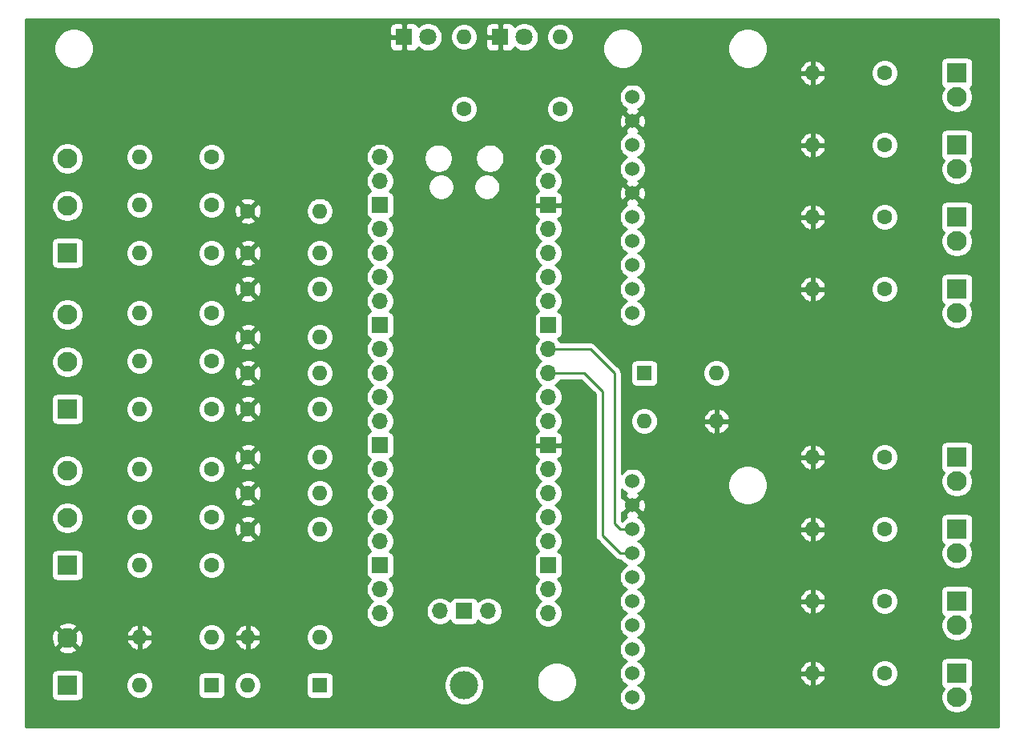
<source format=gbl>
G04 #@! TF.GenerationSoftware,KiCad,Pcbnew,5.1.9+dfsg1-1*
G04 #@! TF.CreationDate,2022-01-29T15:43:47+01:00*
G04 #@! TF.ProjectId,rogue_sensors,726f6775-655f-4736-956e-736f72732e6b,v01*
G04 #@! TF.SameCoordinates,Original*
G04 #@! TF.FileFunction,Copper,L2,Bot*
G04 #@! TF.FilePolarity,Positive*
%FSLAX46Y46*%
G04 Gerber Fmt 4.6, Leading zero omitted, Abs format (unit mm)*
G04 Created by KiCad (PCBNEW 5.1.9+dfsg1-1) date 2022-01-29 15:43:47*
%MOMM*%
%LPD*%
G01*
G04 APERTURE LIST*
G04 #@! TA.AperFunction,ComponentPad*
%ADD10C,1.600000*%
G04 #@! TD*
G04 #@! TA.AperFunction,ComponentPad*
%ADD11O,1.600000X1.600000*%
G04 #@! TD*
G04 #@! TA.AperFunction,ComponentPad*
%ADD12O,1.700000X1.700000*%
G04 #@! TD*
G04 #@! TA.AperFunction,ComponentPad*
%ADD13R,1.700000X1.700000*%
G04 #@! TD*
G04 #@! TA.AperFunction,ComponentPad*
%ADD14C,3.000000*%
G04 #@! TD*
G04 #@! TA.AperFunction,ComponentPad*
%ADD15R,1.800000X1.800000*%
G04 #@! TD*
G04 #@! TA.AperFunction,ComponentPad*
%ADD16C,1.800000*%
G04 #@! TD*
G04 #@! TA.AperFunction,ComponentPad*
%ADD17C,2.100000*%
G04 #@! TD*
G04 #@! TA.AperFunction,ComponentPad*
%ADD18R,2.100000X2.100000*%
G04 #@! TD*
G04 #@! TA.AperFunction,ComponentPad*
%ADD19R,1.600000X1.600000*%
G04 #@! TD*
G04 #@! TA.AperFunction,ComponentPad*
%ADD20C,1.524000*%
G04 #@! TD*
G04 #@! TA.AperFunction,Conductor*
%ADD21C,0.250000*%
G04 #@! TD*
G04 #@! TA.AperFunction,Conductor*
%ADD22C,0.254000*%
G04 #@! TD*
G04 #@! TA.AperFunction,Conductor*
%ADD23C,0.100000*%
G04 #@! TD*
G04 APERTURE END LIST*
D10*
G04 #@! TO.P,R26,1*
G04 #@! TO.N,Net-(J11-Pad1)*
X106680000Y-69850000D03*
D11*
G04 #@! TO.P,R26,2*
G04 #@! TO.N,GND*
X99060000Y-69850000D03*
G04 #@! TD*
D12*
G04 #@! TO.P,U1,1*
G04 #@! TO.N,Net-(R19-Pad1)*
X53340000Y-30480000D03*
G04 #@! TO.P,U1,2*
G04 #@! TO.N,Net-(R20-Pad1)*
X53340000Y-33020000D03*
D13*
G04 #@! TO.P,U1,3*
G04 #@! TO.N,Net-(U1-Pad3)*
X53340000Y-35560000D03*
D12*
G04 #@! TO.P,U1,4*
G04 #@! TO.N,Net-(R1-Pad2)*
X53340000Y-38100000D03*
G04 #@! TO.P,U1,5*
G04 #@! TO.N,Net-(R11-Pad1)*
X53340000Y-40640000D03*
G04 #@! TO.P,U1,6*
G04 #@! TO.N,Net-(R12-Pad1)*
X53340000Y-43180000D03*
G04 #@! TO.P,U1,7*
G04 #@! TO.N,Net-(U1-Pad7)*
X53340000Y-45720000D03*
D13*
G04 #@! TO.P,U1,8*
G04 #@! TO.N,Net-(U1-Pad8)*
X53340000Y-48260000D03*
D12*
G04 #@! TO.P,U1,9*
G04 #@! TO.N,Net-(R13-Pad1)*
X53340000Y-50800000D03*
G04 #@! TO.P,U1,10*
G04 #@! TO.N,Net-(R14-Pad1)*
X53340000Y-53340000D03*
G04 #@! TO.P,U1,11*
G04 #@! TO.N,Net-(R15-Pad1)*
X53340000Y-55880000D03*
G04 #@! TO.P,U1,12*
G04 #@! TO.N,Net-(U1-Pad12)*
X53340000Y-58420000D03*
D13*
G04 #@! TO.P,U1,13*
G04 #@! TO.N,Net-(U1-Pad13)*
X53340000Y-60960000D03*
D12*
G04 #@! TO.P,U1,14*
G04 #@! TO.N,Net-(R16-Pad1)*
X53340000Y-63500000D03*
G04 #@! TO.P,U1,15*
G04 #@! TO.N,Net-(R17-Pad1)*
X53340000Y-66040000D03*
G04 #@! TO.P,U1,16*
G04 #@! TO.N,Net-(R18-Pad1)*
X53340000Y-68580000D03*
G04 #@! TO.P,U1,17*
G04 #@! TO.N,Net-(J4-Pad1)*
X53340000Y-71120000D03*
D13*
G04 #@! TO.P,U1,18*
G04 #@! TO.N,Net-(U1-Pad18)*
X53340000Y-73660000D03*
D12*
G04 #@! TO.P,U1,19*
G04 #@! TO.N,Net-(SW2-Pad1)*
X53340000Y-76200000D03*
G04 #@! TO.P,U1,20*
G04 #@! TO.N,Net-(SW1-Pad1)*
X53340000Y-78740000D03*
G04 #@! TO.P,U1,21*
G04 #@! TO.N,Net-(J5-Pad1)*
X71120000Y-78740000D03*
G04 #@! TO.P,U1,22*
G04 #@! TO.N,Net-(U1-Pad22)*
X71120000Y-76200000D03*
D13*
G04 #@! TO.P,U1,23*
G04 #@! TO.N,Net-(U1-Pad23)*
X71120000Y-73660000D03*
D12*
G04 #@! TO.P,U1,24*
G04 #@! TO.N,Net-(U1-Pad24)*
X71120000Y-71120000D03*
G04 #@! TO.P,U1,25*
G04 #@! TO.N,Net-(U1-Pad25)*
X71120000Y-68580000D03*
G04 #@! TO.P,U1,26*
G04 #@! TO.N,Net-(U1-Pad26)*
X71120000Y-66040000D03*
G04 #@! TO.P,U1,27*
G04 #@! TO.N,Net-(U1-Pad27)*
X71120000Y-63500000D03*
D13*
G04 #@! TO.P,U1,28*
G04 #@! TO.N,GND*
X71120000Y-60960000D03*
D12*
G04 #@! TO.P,U1,29*
G04 #@! TO.N,Net-(U1-Pad29)*
X71120000Y-58420000D03*
G04 #@! TO.P,U1,30*
G04 #@! TO.N,Net-(SW3-Pad1)*
X71120000Y-55880000D03*
G04 #@! TO.P,U1,31*
G04 #@! TO.N,Net-(U1-Pad31)*
X71120000Y-53340000D03*
G04 #@! TO.P,U1,32*
G04 #@! TO.N,Net-(U1-Pad32)*
X71120000Y-50800000D03*
D13*
G04 #@! TO.P,U1,33*
G04 #@! TO.N,Net-(U1-Pad33)*
X71120000Y-48260000D03*
D12*
G04 #@! TO.P,U1,34*
G04 #@! TO.N,Net-(U1-Pad34)*
X71120000Y-45720000D03*
G04 #@! TO.P,U1,35*
G04 #@! TO.N,Net-(U1-Pad35)*
X71120000Y-43180000D03*
G04 #@! TO.P,U1,36*
G04 #@! TO.N,VCC*
X71120000Y-40640000D03*
G04 #@! TO.P,U1,37*
G04 #@! TO.N,Net-(U1-Pad37)*
X71120000Y-38100000D03*
D13*
G04 #@! TO.P,U1,38*
G04 #@! TO.N,GND*
X71120000Y-35560000D03*
D12*
G04 #@! TO.P,U1,39*
G04 #@! TO.N,Net-(U1-Pad39)*
X71120000Y-33020000D03*
G04 #@! TO.P,U1,40*
G04 #@! TO.N,Net-(U1-Pad40)*
X71120000Y-30480000D03*
G04 #@! TO.P,U1,41*
G04 #@! TO.N,Net-(U1-Pad41)*
X59690000Y-78510000D03*
D13*
G04 #@! TO.P,U1,42*
G04 #@! TO.N,Net-(U1-Pad42)*
X62230000Y-78510000D03*
D12*
G04 #@! TO.P,U1,43*
G04 #@! TO.N,Net-(U1-Pad43)*
X64770000Y-78510000D03*
G04 #@! TD*
D14*
G04 #@! TO.P,J5,1*
G04 #@! TO.N,Net-(J5-Pad1)*
X62230000Y-86360000D03*
G04 #@! TD*
D15*
G04 #@! TO.P,D1,1*
G04 #@! TO.N,GND*
X66040000Y-17780000D03*
D16*
G04 #@! TO.P,D1,2*
G04 #@! TO.N,Net-(D1-Pad2)*
X68580000Y-17780000D03*
G04 #@! TD*
G04 #@! TO.P,D2,2*
G04 #@! TO.N,Net-(D2-Pad2)*
X58420000Y-17780000D03*
D15*
G04 #@! TO.P,D2,1*
G04 #@! TO.N,GND*
X55880000Y-17780000D03*
G04 #@! TD*
D17*
G04 #@! TO.P,J1,3*
G04 #@! TO.N,Net-(J1-Pad3)*
X20320000Y-30640000D03*
G04 #@! TO.P,J1,2*
G04 #@! TO.N,Net-(J1-Pad2)*
X20320000Y-35640000D03*
D18*
G04 #@! TO.P,J1,1*
G04 #@! TO.N,Net-(J1-Pad1)*
X20320000Y-40640000D03*
G04 #@! TD*
G04 #@! TO.P,J2,1*
G04 #@! TO.N,Net-(J2-Pad1)*
X20320000Y-57150000D03*
D17*
G04 #@! TO.P,J2,2*
G04 #@! TO.N,Net-(J2-Pad2)*
X20320000Y-52150000D03*
G04 #@! TO.P,J2,3*
G04 #@! TO.N,Net-(J2-Pad3)*
X20320000Y-47150000D03*
G04 #@! TD*
D18*
G04 #@! TO.P,J3,1*
G04 #@! TO.N,Net-(J3-Pad1)*
X20320000Y-73660000D03*
D17*
G04 #@! TO.P,J3,2*
G04 #@! TO.N,Net-(J3-Pad2)*
X20320000Y-68660000D03*
G04 #@! TO.P,J3,3*
G04 #@! TO.N,Net-(J3-Pad3)*
X20320000Y-63660000D03*
G04 #@! TD*
D18*
G04 #@! TO.P,J4,1*
G04 #@! TO.N,Net-(J4-Pad1)*
X20320000Y-86360000D03*
D17*
G04 #@! TO.P,J4,2*
G04 #@! TO.N,GND*
X20320000Y-81360000D03*
G04 #@! TD*
D18*
G04 #@! TO.P,J6,1*
G04 #@! TO.N,Net-(J6-Pad1)*
X114300000Y-21590000D03*
D17*
G04 #@! TO.P,J6,2*
G04 #@! TO.N,VCC*
X114300000Y-24130000D03*
G04 #@! TD*
G04 #@! TO.P,J7,2*
G04 #@! TO.N,VCC*
X114300000Y-31750000D03*
D18*
G04 #@! TO.P,J7,1*
G04 #@! TO.N,Net-(J7-Pad1)*
X114300000Y-29210000D03*
G04 #@! TD*
G04 #@! TO.P,J8,1*
G04 #@! TO.N,Net-(J8-Pad1)*
X114300000Y-36830000D03*
D17*
G04 #@! TO.P,J8,2*
G04 #@! TO.N,VCC*
X114300000Y-39370000D03*
G04 #@! TD*
G04 #@! TO.P,J9,2*
G04 #@! TO.N,VCC*
X114300000Y-46990000D03*
D18*
G04 #@! TO.P,J9,1*
G04 #@! TO.N,Net-(J9-Pad1)*
X114300000Y-44450000D03*
G04 #@! TD*
G04 #@! TO.P,J10,1*
G04 #@! TO.N,Net-(J10-Pad1)*
X114300000Y-62230000D03*
D17*
G04 #@! TO.P,J10,2*
G04 #@! TO.N,VCC*
X114300000Y-64770000D03*
G04 #@! TD*
G04 #@! TO.P,J11,2*
G04 #@! TO.N,VCC*
X114300000Y-72390000D03*
D18*
G04 #@! TO.P,J11,1*
G04 #@! TO.N,Net-(J11-Pad1)*
X114300000Y-69850000D03*
G04 #@! TD*
G04 #@! TO.P,J12,1*
G04 #@! TO.N,Net-(J12-Pad1)*
X114300000Y-77470000D03*
D17*
G04 #@! TO.P,J12,2*
G04 #@! TO.N,VCC*
X114300000Y-80010000D03*
G04 #@! TD*
G04 #@! TO.P,J13,2*
G04 #@! TO.N,VCC*
X114300000Y-87630000D03*
D18*
G04 #@! TO.P,J13,1*
G04 #@! TO.N,Net-(J13-Pad1)*
X114300000Y-85090000D03*
G04 #@! TD*
D11*
G04 #@! TO.P,R1,2*
G04 #@! TO.N,Net-(R1-Pad2)*
X46990000Y-36195000D03*
D10*
G04 #@! TO.P,R1,1*
G04 #@! TO.N,GND*
X39370000Y-36195000D03*
G04 #@! TD*
G04 #@! TO.P,R2,1*
G04 #@! TO.N,GND*
X39370000Y-40640000D03*
D11*
G04 #@! TO.P,R2,2*
G04 #@! TO.N,Net-(R11-Pad1)*
X46990000Y-40640000D03*
G04 #@! TD*
G04 #@! TO.P,R3,2*
G04 #@! TO.N,Net-(R12-Pad1)*
X46990000Y-44450000D03*
D10*
G04 #@! TO.P,R3,1*
G04 #@! TO.N,GND*
X39370000Y-44450000D03*
G04 #@! TD*
G04 #@! TO.P,R4,1*
G04 #@! TO.N,GND*
X39370000Y-49530000D03*
D11*
G04 #@! TO.P,R4,2*
G04 #@! TO.N,Net-(R13-Pad1)*
X46990000Y-49530000D03*
G04 #@! TD*
G04 #@! TO.P,R5,2*
G04 #@! TO.N,Net-(R14-Pad1)*
X46990000Y-53340000D03*
D10*
G04 #@! TO.P,R5,1*
G04 #@! TO.N,GND*
X39370000Y-53340000D03*
G04 #@! TD*
G04 #@! TO.P,R6,1*
G04 #@! TO.N,GND*
X39370000Y-57150000D03*
D11*
G04 #@! TO.P,R6,2*
G04 #@! TO.N,Net-(R15-Pad1)*
X46990000Y-57150000D03*
G04 #@! TD*
G04 #@! TO.P,R7,2*
G04 #@! TO.N,Net-(R16-Pad1)*
X46990000Y-62230000D03*
D10*
G04 #@! TO.P,R7,1*
G04 #@! TO.N,GND*
X39370000Y-62230000D03*
G04 #@! TD*
G04 #@! TO.P,R8,1*
G04 #@! TO.N,GND*
X39370000Y-66040000D03*
D11*
G04 #@! TO.P,R8,2*
G04 #@! TO.N,Net-(R17-Pad1)*
X46990000Y-66040000D03*
G04 #@! TD*
G04 #@! TO.P,R9,2*
G04 #@! TO.N,Net-(R18-Pad1)*
X46990000Y-69850000D03*
D10*
G04 #@! TO.P,R9,1*
G04 #@! TO.N,GND*
X39370000Y-69850000D03*
G04 #@! TD*
D11*
G04 #@! TO.P,R10,2*
G04 #@! TO.N,Net-(J1-Pad3)*
X27940000Y-30480000D03*
D10*
G04 #@! TO.P,R10,1*
G04 #@! TO.N,Net-(R1-Pad2)*
X35560000Y-30480000D03*
G04 #@! TD*
G04 #@! TO.P,R11,1*
G04 #@! TO.N,Net-(R11-Pad1)*
X35560000Y-35560000D03*
D11*
G04 #@! TO.P,R11,2*
G04 #@! TO.N,Net-(J1-Pad2)*
X27940000Y-35560000D03*
G04 #@! TD*
D10*
G04 #@! TO.P,R12,1*
G04 #@! TO.N,Net-(R12-Pad1)*
X35560000Y-40640000D03*
D11*
G04 #@! TO.P,R12,2*
G04 #@! TO.N,Net-(J1-Pad1)*
X27940000Y-40640000D03*
G04 #@! TD*
G04 #@! TO.P,R13,2*
G04 #@! TO.N,Net-(J2-Pad3)*
X27940000Y-46990000D03*
D10*
G04 #@! TO.P,R13,1*
G04 #@! TO.N,Net-(R13-Pad1)*
X35560000Y-46990000D03*
G04 #@! TD*
G04 #@! TO.P,R14,1*
G04 #@! TO.N,Net-(R14-Pad1)*
X35560000Y-52070000D03*
D11*
G04 #@! TO.P,R14,2*
G04 #@! TO.N,Net-(J2-Pad2)*
X27940000Y-52070000D03*
G04 #@! TD*
D10*
G04 #@! TO.P,R15,1*
G04 #@! TO.N,Net-(R15-Pad1)*
X35560000Y-57150000D03*
D11*
G04 #@! TO.P,R15,2*
G04 #@! TO.N,Net-(J2-Pad1)*
X27940000Y-57150000D03*
G04 #@! TD*
G04 #@! TO.P,R16,2*
G04 #@! TO.N,Net-(J3-Pad3)*
X27940000Y-63500000D03*
D10*
G04 #@! TO.P,R16,1*
G04 #@! TO.N,Net-(R16-Pad1)*
X35560000Y-63500000D03*
G04 #@! TD*
G04 #@! TO.P,R17,1*
G04 #@! TO.N,Net-(R17-Pad1)*
X35560000Y-68580000D03*
D11*
G04 #@! TO.P,R17,2*
G04 #@! TO.N,Net-(J3-Pad2)*
X27940000Y-68580000D03*
G04 #@! TD*
G04 #@! TO.P,R18,2*
G04 #@! TO.N,Net-(J3-Pad1)*
X27940000Y-73660000D03*
D10*
G04 #@! TO.P,R18,1*
G04 #@! TO.N,Net-(R18-Pad1)*
X35560000Y-73660000D03*
G04 #@! TD*
D11*
G04 #@! TO.P,R19,2*
G04 #@! TO.N,Net-(D1-Pad2)*
X72390000Y-17780000D03*
D10*
G04 #@! TO.P,R19,1*
G04 #@! TO.N,Net-(R19-Pad1)*
X72390000Y-25400000D03*
G04 #@! TD*
G04 #@! TO.P,R20,1*
G04 #@! TO.N,Net-(R20-Pad1)*
X62230000Y-25400000D03*
D11*
G04 #@! TO.P,R20,2*
G04 #@! TO.N,Net-(D2-Pad2)*
X62230000Y-17780000D03*
G04 #@! TD*
G04 #@! TO.P,R21,2*
G04 #@! TO.N,GND*
X99060000Y-21590000D03*
D10*
G04 #@! TO.P,R21,1*
G04 #@! TO.N,Net-(J6-Pad1)*
X106680000Y-21590000D03*
G04 #@! TD*
G04 #@! TO.P,R22,1*
G04 #@! TO.N,Net-(J7-Pad1)*
X106680000Y-29210000D03*
D11*
G04 #@! TO.P,R22,2*
G04 #@! TO.N,GND*
X99060000Y-29210000D03*
G04 #@! TD*
G04 #@! TO.P,R23,2*
G04 #@! TO.N,GND*
X99060000Y-36830000D03*
D10*
G04 #@! TO.P,R23,1*
G04 #@! TO.N,Net-(J8-Pad1)*
X106680000Y-36830000D03*
G04 #@! TD*
G04 #@! TO.P,R24,1*
G04 #@! TO.N,Net-(J9-Pad1)*
X106680000Y-44450000D03*
D11*
G04 #@! TO.P,R24,2*
G04 #@! TO.N,GND*
X99060000Y-44450000D03*
G04 #@! TD*
G04 #@! TO.P,R25,2*
G04 #@! TO.N,GND*
X99060000Y-62230000D03*
D10*
G04 #@! TO.P,R25,1*
G04 #@! TO.N,Net-(J10-Pad1)*
X106680000Y-62230000D03*
G04 #@! TD*
D11*
G04 #@! TO.P,R27,2*
G04 #@! TO.N,GND*
X99060000Y-77470000D03*
D10*
G04 #@! TO.P,R27,1*
G04 #@! TO.N,Net-(J12-Pad1)*
X106680000Y-77470000D03*
G04 #@! TD*
G04 #@! TO.P,R28,1*
G04 #@! TO.N,Net-(J13-Pad1)*
X106680000Y-85090000D03*
D11*
G04 #@! TO.P,R28,2*
G04 #@! TO.N,GND*
X99060000Y-85090000D03*
G04 #@! TD*
G04 #@! TO.P,SW1,4*
G04 #@! TO.N,Net-(SW1-Pad4)*
X39370000Y-86360000D03*
G04 #@! TO.P,SW1,2*
G04 #@! TO.N,Net-(SW1-Pad2)*
X46990000Y-81280000D03*
G04 #@! TO.P,SW1,3*
G04 #@! TO.N,GND*
X39370000Y-81280000D03*
D19*
G04 #@! TO.P,SW1,1*
G04 #@! TO.N,Net-(SW1-Pad1)*
X46990000Y-86360000D03*
G04 #@! TD*
G04 #@! TO.P,SW2,1*
G04 #@! TO.N,Net-(SW2-Pad1)*
X35560000Y-86360000D03*
D11*
G04 #@! TO.P,SW2,3*
G04 #@! TO.N,GND*
X27940000Y-81280000D03*
G04 #@! TO.P,SW2,2*
G04 #@! TO.N,Net-(SW2-Pad2)*
X35560000Y-81280000D03*
G04 #@! TO.P,SW2,4*
G04 #@! TO.N,Net-(SW2-Pad4)*
X27940000Y-86360000D03*
G04 #@! TD*
G04 #@! TO.P,SW3,4*
G04 #@! TO.N,Net-(SW3-Pad4)*
X88900000Y-53340000D03*
G04 #@! TO.P,SW3,2*
G04 #@! TO.N,Net-(SW3-Pad2)*
X81280000Y-58420000D03*
G04 #@! TO.P,SW3,3*
G04 #@! TO.N,GND*
X88900000Y-58420000D03*
D19*
G04 #@! TO.P,SW3,1*
G04 #@! TO.N,Net-(SW3-Pad1)*
X81280000Y-53340000D03*
G04 #@! TD*
D20*
G04 #@! TO.P,U2,10*
G04 #@! TO.N,Net-(J9-Pad1)*
X80010000Y-46990000D03*
G04 #@! TO.P,U2,9*
G04 #@! TO.N,Net-(J8-Pad1)*
X80010000Y-44450000D03*
G04 #@! TO.P,U2,8*
G04 #@! TO.N,Net-(J7-Pad1)*
X80010000Y-41910000D03*
G04 #@! TO.P,U2,7*
G04 #@! TO.N,Net-(J6-Pad1)*
X80010000Y-39370000D03*
G04 #@! TO.P,U2,6*
G04 #@! TO.N,Net-(U2-Pad6)*
X80010000Y-36830000D03*
G04 #@! TO.P,U2,5*
G04 #@! TO.N,GND*
X80010000Y-34290000D03*
G04 #@! TO.P,U2,4*
G04 #@! TO.N,Net-(U1-Pad31)*
X80010000Y-31750000D03*
G04 #@! TO.P,U2,3*
G04 #@! TO.N,Net-(U1-Pad32)*
X80010000Y-29210000D03*
G04 #@! TO.P,U2,2*
G04 #@! TO.N,GND*
X80010000Y-26670000D03*
G04 #@! TO.P,U2,1*
G04 #@! TO.N,VCC*
X80010000Y-24130000D03*
G04 #@! TD*
G04 #@! TO.P,U3,1*
G04 #@! TO.N,VCC*
X80010000Y-64770000D03*
G04 #@! TO.P,U3,2*
G04 #@! TO.N,GND*
X80010000Y-67310000D03*
G04 #@! TO.P,U3,3*
G04 #@! TO.N,Net-(U1-Pad32)*
X80010000Y-69850000D03*
G04 #@! TO.P,U3,4*
G04 #@! TO.N,Net-(U1-Pad31)*
X80010000Y-72390000D03*
G04 #@! TO.P,U3,5*
G04 #@! TO.N,VCC*
X80010000Y-74930000D03*
G04 #@! TO.P,U3,6*
G04 #@! TO.N,Net-(U3-Pad6)*
X80010000Y-77470000D03*
G04 #@! TO.P,U3,7*
G04 #@! TO.N,Net-(J10-Pad1)*
X80010000Y-80010000D03*
G04 #@! TO.P,U3,8*
G04 #@! TO.N,Net-(J11-Pad1)*
X80010000Y-82550000D03*
G04 #@! TO.P,U3,9*
G04 #@! TO.N,Net-(J12-Pad1)*
X80010000Y-85090000D03*
G04 #@! TO.P,U3,10*
G04 #@! TO.N,Net-(J13-Pad1)*
X80010000Y-87630000D03*
G04 #@! TD*
D21*
G04 #@! TO.N,Net-(U1-Pad31)*
X80010000Y-72390000D02*
X78740000Y-72390000D01*
X78740000Y-72390000D02*
X76835000Y-70485000D01*
X76835000Y-70485000D02*
X76835000Y-55245000D01*
X76835000Y-55245000D02*
X74930000Y-53340000D01*
X74930000Y-53340000D02*
X71120000Y-53340000D01*
G04 #@! TO.N,Net-(U1-Pad32)*
X78105000Y-53340000D02*
X75565000Y-50800000D01*
X78105000Y-69215000D02*
X78105000Y-53340000D01*
X78740000Y-69850000D02*
X78105000Y-69215000D01*
X75565000Y-50800000D02*
X71120000Y-50800000D01*
X80010000Y-69850000D02*
X78740000Y-69850000D01*
G04 #@! TD*
D22*
G04 #@! TO.N,GND*
X118720001Y-90780000D02*
X15900000Y-90780000D01*
X15900000Y-85310000D01*
X18631928Y-85310000D01*
X18631928Y-87410000D01*
X18644188Y-87534482D01*
X18680498Y-87654180D01*
X18739463Y-87764494D01*
X18818815Y-87861185D01*
X18915506Y-87940537D01*
X19025820Y-87999502D01*
X19145518Y-88035812D01*
X19270000Y-88048072D01*
X21370000Y-88048072D01*
X21494482Y-88035812D01*
X21614180Y-87999502D01*
X21724494Y-87940537D01*
X21821185Y-87861185D01*
X21900537Y-87764494D01*
X21959502Y-87654180D01*
X21995812Y-87534482D01*
X22008072Y-87410000D01*
X22008072Y-86218665D01*
X26505000Y-86218665D01*
X26505000Y-86501335D01*
X26560147Y-86778574D01*
X26668320Y-87039727D01*
X26825363Y-87274759D01*
X27025241Y-87474637D01*
X27260273Y-87631680D01*
X27521426Y-87739853D01*
X27798665Y-87795000D01*
X28081335Y-87795000D01*
X28358574Y-87739853D01*
X28619727Y-87631680D01*
X28854759Y-87474637D01*
X29054637Y-87274759D01*
X29211680Y-87039727D01*
X29319853Y-86778574D01*
X29375000Y-86501335D01*
X29375000Y-86218665D01*
X29319853Y-85941426D01*
X29211680Y-85680273D01*
X29131317Y-85560000D01*
X34121928Y-85560000D01*
X34121928Y-87160000D01*
X34134188Y-87284482D01*
X34170498Y-87404180D01*
X34229463Y-87514494D01*
X34308815Y-87611185D01*
X34405506Y-87690537D01*
X34515820Y-87749502D01*
X34635518Y-87785812D01*
X34760000Y-87798072D01*
X36360000Y-87798072D01*
X36484482Y-87785812D01*
X36604180Y-87749502D01*
X36714494Y-87690537D01*
X36811185Y-87611185D01*
X36890537Y-87514494D01*
X36949502Y-87404180D01*
X36985812Y-87284482D01*
X36998072Y-87160000D01*
X36998072Y-86218665D01*
X37935000Y-86218665D01*
X37935000Y-86501335D01*
X37990147Y-86778574D01*
X38098320Y-87039727D01*
X38255363Y-87274759D01*
X38455241Y-87474637D01*
X38690273Y-87631680D01*
X38951426Y-87739853D01*
X39228665Y-87795000D01*
X39511335Y-87795000D01*
X39788574Y-87739853D01*
X40049727Y-87631680D01*
X40284759Y-87474637D01*
X40484637Y-87274759D01*
X40641680Y-87039727D01*
X40749853Y-86778574D01*
X40805000Y-86501335D01*
X40805000Y-86218665D01*
X40749853Y-85941426D01*
X40641680Y-85680273D01*
X40561317Y-85560000D01*
X45551928Y-85560000D01*
X45551928Y-87160000D01*
X45564188Y-87284482D01*
X45600498Y-87404180D01*
X45659463Y-87514494D01*
X45738815Y-87611185D01*
X45835506Y-87690537D01*
X45945820Y-87749502D01*
X46065518Y-87785812D01*
X46190000Y-87798072D01*
X47790000Y-87798072D01*
X47914482Y-87785812D01*
X48034180Y-87749502D01*
X48144494Y-87690537D01*
X48241185Y-87611185D01*
X48320537Y-87514494D01*
X48379502Y-87404180D01*
X48415812Y-87284482D01*
X48428072Y-87160000D01*
X48428072Y-86149721D01*
X60095000Y-86149721D01*
X60095000Y-86570279D01*
X60177047Y-86982756D01*
X60337988Y-87371302D01*
X60571637Y-87720983D01*
X60869017Y-88018363D01*
X61218698Y-88252012D01*
X61607244Y-88412953D01*
X62019721Y-88495000D01*
X62440279Y-88495000D01*
X62852756Y-88412953D01*
X63241302Y-88252012D01*
X63590983Y-88018363D01*
X63888363Y-87720983D01*
X64122012Y-87371302D01*
X64282953Y-86982756D01*
X64365000Y-86570279D01*
X64365000Y-86149721D01*
X64293691Y-85791223D01*
X69880257Y-85791223D01*
X69880257Y-86208777D01*
X69961717Y-86618306D01*
X70121508Y-87004075D01*
X70353488Y-87351258D01*
X70648742Y-87646512D01*
X70995925Y-87878492D01*
X71381694Y-88038283D01*
X71791223Y-88119743D01*
X72208777Y-88119743D01*
X72618306Y-88038283D01*
X73004075Y-87878492D01*
X73351258Y-87646512D01*
X73646512Y-87351258D01*
X73878492Y-87004075D01*
X74038283Y-86618306D01*
X74119743Y-86208777D01*
X74119743Y-85791223D01*
X74038283Y-85381694D01*
X73878492Y-84995925D01*
X73646512Y-84648742D01*
X73351258Y-84353488D01*
X73004075Y-84121508D01*
X72618306Y-83961717D01*
X72208777Y-83880257D01*
X71791223Y-83880257D01*
X71381694Y-83961717D01*
X70995925Y-84121508D01*
X70648742Y-84353488D01*
X70353488Y-84648742D01*
X70121508Y-84995925D01*
X69961717Y-85381694D01*
X69880257Y-85791223D01*
X64293691Y-85791223D01*
X64282953Y-85737244D01*
X64122012Y-85348698D01*
X63888363Y-84999017D01*
X63590983Y-84701637D01*
X63241302Y-84467988D01*
X62852756Y-84307047D01*
X62440279Y-84225000D01*
X62019721Y-84225000D01*
X61607244Y-84307047D01*
X61218698Y-84467988D01*
X60869017Y-84701637D01*
X60571637Y-84999017D01*
X60337988Y-85348698D01*
X60177047Y-85737244D01*
X60095000Y-86149721D01*
X48428072Y-86149721D01*
X48428072Y-85560000D01*
X48415812Y-85435518D01*
X48379502Y-85315820D01*
X48320537Y-85205506D01*
X48241185Y-85108815D01*
X48144494Y-85029463D01*
X48034180Y-84970498D01*
X47914482Y-84934188D01*
X47790000Y-84921928D01*
X46190000Y-84921928D01*
X46065518Y-84934188D01*
X45945820Y-84970498D01*
X45835506Y-85029463D01*
X45738815Y-85108815D01*
X45659463Y-85205506D01*
X45600498Y-85315820D01*
X45564188Y-85435518D01*
X45551928Y-85560000D01*
X40561317Y-85560000D01*
X40484637Y-85445241D01*
X40284759Y-85245363D01*
X40049727Y-85088320D01*
X39788574Y-84980147D01*
X39511335Y-84925000D01*
X39228665Y-84925000D01*
X38951426Y-84980147D01*
X38690273Y-85088320D01*
X38455241Y-85245363D01*
X38255363Y-85445241D01*
X38098320Y-85680273D01*
X37990147Y-85941426D01*
X37935000Y-86218665D01*
X36998072Y-86218665D01*
X36998072Y-85560000D01*
X36985812Y-85435518D01*
X36949502Y-85315820D01*
X36890537Y-85205506D01*
X36811185Y-85108815D01*
X36714494Y-85029463D01*
X36604180Y-84970498D01*
X36484482Y-84934188D01*
X36360000Y-84921928D01*
X34760000Y-84921928D01*
X34635518Y-84934188D01*
X34515820Y-84970498D01*
X34405506Y-85029463D01*
X34308815Y-85108815D01*
X34229463Y-85205506D01*
X34170498Y-85315820D01*
X34134188Y-85435518D01*
X34121928Y-85560000D01*
X29131317Y-85560000D01*
X29054637Y-85445241D01*
X28854759Y-85245363D01*
X28619727Y-85088320D01*
X28358574Y-84980147D01*
X28081335Y-84925000D01*
X27798665Y-84925000D01*
X27521426Y-84980147D01*
X27260273Y-85088320D01*
X27025241Y-85245363D01*
X26825363Y-85445241D01*
X26668320Y-85680273D01*
X26560147Y-85941426D01*
X26505000Y-86218665D01*
X22008072Y-86218665D01*
X22008072Y-85310000D01*
X21995812Y-85185518D01*
X21959502Y-85065820D01*
X21900537Y-84955506D01*
X21821185Y-84858815D01*
X21724494Y-84779463D01*
X21614180Y-84720498D01*
X21494482Y-84684188D01*
X21370000Y-84671928D01*
X19270000Y-84671928D01*
X19145518Y-84684188D01*
X19025820Y-84720498D01*
X18915506Y-84779463D01*
X18818815Y-84858815D01*
X18739463Y-84955506D01*
X18680498Y-85065820D01*
X18644188Y-85185518D01*
X18631928Y-85310000D01*
X15900000Y-85310000D01*
X15900000Y-82531066D01*
X19328539Y-82531066D01*
X19430339Y-82800579D01*
X19728477Y-82946463D01*
X20049346Y-83031380D01*
X20380617Y-83052066D01*
X20709557Y-83007728D01*
X21023527Y-82900069D01*
X21209661Y-82800579D01*
X21311461Y-82531066D01*
X20320000Y-81539605D01*
X19328539Y-82531066D01*
X15900000Y-82531066D01*
X15900000Y-81420617D01*
X18627934Y-81420617D01*
X18672272Y-81749557D01*
X18779931Y-82063527D01*
X18879421Y-82249661D01*
X19148934Y-82351461D01*
X20140395Y-81360000D01*
X20499605Y-81360000D01*
X21491066Y-82351461D01*
X21760579Y-82249661D01*
X21906463Y-81951523D01*
X21991380Y-81630654D01*
X21991480Y-81629039D01*
X26548096Y-81629039D01*
X26588754Y-81763087D01*
X26708963Y-82017420D01*
X26876481Y-82243414D01*
X27084869Y-82432385D01*
X27326119Y-82577070D01*
X27590960Y-82671909D01*
X27813000Y-82550624D01*
X27813000Y-81407000D01*
X28067000Y-81407000D01*
X28067000Y-82550624D01*
X28289040Y-82671909D01*
X28553881Y-82577070D01*
X28795131Y-82432385D01*
X29003519Y-82243414D01*
X29171037Y-82017420D01*
X29291246Y-81763087D01*
X29331904Y-81629039D01*
X29209915Y-81407000D01*
X28067000Y-81407000D01*
X27813000Y-81407000D01*
X26670085Y-81407000D01*
X26548096Y-81629039D01*
X21991480Y-81629039D01*
X22012066Y-81299383D01*
X21967728Y-80970443D01*
X21954190Y-80930961D01*
X26548096Y-80930961D01*
X26670085Y-81153000D01*
X27813000Y-81153000D01*
X27813000Y-80009376D01*
X28067000Y-80009376D01*
X28067000Y-81153000D01*
X29209915Y-81153000D01*
X29217790Y-81138665D01*
X34125000Y-81138665D01*
X34125000Y-81421335D01*
X34180147Y-81698574D01*
X34288320Y-81959727D01*
X34445363Y-82194759D01*
X34645241Y-82394637D01*
X34880273Y-82551680D01*
X35141426Y-82659853D01*
X35418665Y-82715000D01*
X35701335Y-82715000D01*
X35978574Y-82659853D01*
X36239727Y-82551680D01*
X36474759Y-82394637D01*
X36674637Y-82194759D01*
X36831680Y-81959727D01*
X36939853Y-81698574D01*
X36953684Y-81629039D01*
X37978096Y-81629039D01*
X38018754Y-81763087D01*
X38138963Y-82017420D01*
X38306481Y-82243414D01*
X38514869Y-82432385D01*
X38756119Y-82577070D01*
X39020960Y-82671909D01*
X39243000Y-82550624D01*
X39243000Y-81407000D01*
X39497000Y-81407000D01*
X39497000Y-82550624D01*
X39719040Y-82671909D01*
X39983881Y-82577070D01*
X40225131Y-82432385D01*
X40433519Y-82243414D01*
X40601037Y-82017420D01*
X40721246Y-81763087D01*
X40761904Y-81629039D01*
X40639915Y-81407000D01*
X39497000Y-81407000D01*
X39243000Y-81407000D01*
X38100085Y-81407000D01*
X37978096Y-81629039D01*
X36953684Y-81629039D01*
X36995000Y-81421335D01*
X36995000Y-81138665D01*
X36953685Y-80930961D01*
X37978096Y-80930961D01*
X38100085Y-81153000D01*
X39243000Y-81153000D01*
X39243000Y-80009376D01*
X39497000Y-80009376D01*
X39497000Y-81153000D01*
X40639915Y-81153000D01*
X40647790Y-81138665D01*
X45555000Y-81138665D01*
X45555000Y-81421335D01*
X45610147Y-81698574D01*
X45718320Y-81959727D01*
X45875363Y-82194759D01*
X46075241Y-82394637D01*
X46310273Y-82551680D01*
X46571426Y-82659853D01*
X46848665Y-82715000D01*
X47131335Y-82715000D01*
X47408574Y-82659853D01*
X47669727Y-82551680D01*
X47904759Y-82394637D01*
X48104637Y-82194759D01*
X48261680Y-81959727D01*
X48369853Y-81698574D01*
X48425000Y-81421335D01*
X48425000Y-81138665D01*
X48369853Y-80861426D01*
X48261680Y-80600273D01*
X48104637Y-80365241D01*
X47904759Y-80165363D01*
X47669727Y-80008320D01*
X47408574Y-79900147D01*
X47131335Y-79845000D01*
X46848665Y-79845000D01*
X46571426Y-79900147D01*
X46310273Y-80008320D01*
X46075241Y-80165363D01*
X45875363Y-80365241D01*
X45718320Y-80600273D01*
X45610147Y-80861426D01*
X45555000Y-81138665D01*
X40647790Y-81138665D01*
X40761904Y-80930961D01*
X40721246Y-80796913D01*
X40601037Y-80542580D01*
X40433519Y-80316586D01*
X40225131Y-80127615D01*
X39983881Y-79982930D01*
X39719040Y-79888091D01*
X39497000Y-80009376D01*
X39243000Y-80009376D01*
X39020960Y-79888091D01*
X38756119Y-79982930D01*
X38514869Y-80127615D01*
X38306481Y-80316586D01*
X38138963Y-80542580D01*
X38018754Y-80796913D01*
X37978096Y-80930961D01*
X36953685Y-80930961D01*
X36939853Y-80861426D01*
X36831680Y-80600273D01*
X36674637Y-80365241D01*
X36474759Y-80165363D01*
X36239727Y-80008320D01*
X35978574Y-79900147D01*
X35701335Y-79845000D01*
X35418665Y-79845000D01*
X35141426Y-79900147D01*
X34880273Y-80008320D01*
X34645241Y-80165363D01*
X34445363Y-80365241D01*
X34288320Y-80600273D01*
X34180147Y-80861426D01*
X34125000Y-81138665D01*
X29217790Y-81138665D01*
X29331904Y-80930961D01*
X29291246Y-80796913D01*
X29171037Y-80542580D01*
X29003519Y-80316586D01*
X28795131Y-80127615D01*
X28553881Y-79982930D01*
X28289040Y-79888091D01*
X28067000Y-80009376D01*
X27813000Y-80009376D01*
X27590960Y-79888091D01*
X27326119Y-79982930D01*
X27084869Y-80127615D01*
X26876481Y-80316586D01*
X26708963Y-80542580D01*
X26588754Y-80796913D01*
X26548096Y-80930961D01*
X21954190Y-80930961D01*
X21860069Y-80656473D01*
X21760579Y-80470339D01*
X21491066Y-80368539D01*
X20499605Y-81360000D01*
X20140395Y-81360000D01*
X19148934Y-80368539D01*
X18879421Y-80470339D01*
X18733537Y-80768477D01*
X18648620Y-81089346D01*
X18627934Y-81420617D01*
X15900000Y-81420617D01*
X15900000Y-80188934D01*
X19328539Y-80188934D01*
X20320000Y-81180395D01*
X21311461Y-80188934D01*
X21209661Y-79919421D01*
X20911523Y-79773537D01*
X20590654Y-79688620D01*
X20259383Y-79667934D01*
X19930443Y-79712272D01*
X19616473Y-79819931D01*
X19430339Y-79919421D01*
X19328539Y-80188934D01*
X15900000Y-80188934D01*
X15900000Y-72610000D01*
X18631928Y-72610000D01*
X18631928Y-74710000D01*
X18644188Y-74834482D01*
X18680498Y-74954180D01*
X18739463Y-75064494D01*
X18818815Y-75161185D01*
X18915506Y-75240537D01*
X19025820Y-75299502D01*
X19145518Y-75335812D01*
X19270000Y-75348072D01*
X21370000Y-75348072D01*
X21494482Y-75335812D01*
X21614180Y-75299502D01*
X21724494Y-75240537D01*
X21821185Y-75161185D01*
X21900537Y-75064494D01*
X21959502Y-74954180D01*
X21995812Y-74834482D01*
X22008072Y-74710000D01*
X22008072Y-73518665D01*
X26505000Y-73518665D01*
X26505000Y-73801335D01*
X26560147Y-74078574D01*
X26668320Y-74339727D01*
X26825363Y-74574759D01*
X27025241Y-74774637D01*
X27260273Y-74931680D01*
X27521426Y-75039853D01*
X27798665Y-75095000D01*
X28081335Y-75095000D01*
X28358574Y-75039853D01*
X28619727Y-74931680D01*
X28854759Y-74774637D01*
X29054637Y-74574759D01*
X29211680Y-74339727D01*
X29319853Y-74078574D01*
X29375000Y-73801335D01*
X29375000Y-73518665D01*
X34125000Y-73518665D01*
X34125000Y-73801335D01*
X34180147Y-74078574D01*
X34288320Y-74339727D01*
X34445363Y-74574759D01*
X34645241Y-74774637D01*
X34880273Y-74931680D01*
X35141426Y-75039853D01*
X35418665Y-75095000D01*
X35701335Y-75095000D01*
X35978574Y-75039853D01*
X36239727Y-74931680D01*
X36474759Y-74774637D01*
X36674637Y-74574759D01*
X36831680Y-74339727D01*
X36939853Y-74078574D01*
X36995000Y-73801335D01*
X36995000Y-73518665D01*
X36939853Y-73241426D01*
X36831680Y-72980273D01*
X36674637Y-72745241D01*
X36474759Y-72545363D01*
X36239727Y-72388320D01*
X35978574Y-72280147D01*
X35701335Y-72225000D01*
X35418665Y-72225000D01*
X35141426Y-72280147D01*
X34880273Y-72388320D01*
X34645241Y-72545363D01*
X34445363Y-72745241D01*
X34288320Y-72980273D01*
X34180147Y-73241426D01*
X34125000Y-73518665D01*
X29375000Y-73518665D01*
X29319853Y-73241426D01*
X29211680Y-72980273D01*
X29054637Y-72745241D01*
X28854759Y-72545363D01*
X28619727Y-72388320D01*
X28358574Y-72280147D01*
X28081335Y-72225000D01*
X27798665Y-72225000D01*
X27521426Y-72280147D01*
X27260273Y-72388320D01*
X27025241Y-72545363D01*
X26825363Y-72745241D01*
X26668320Y-72980273D01*
X26560147Y-73241426D01*
X26505000Y-73518665D01*
X22008072Y-73518665D01*
X22008072Y-72610000D01*
X21995812Y-72485518D01*
X21959502Y-72365820D01*
X21900537Y-72255506D01*
X21821185Y-72158815D01*
X21724494Y-72079463D01*
X21614180Y-72020498D01*
X21494482Y-71984188D01*
X21370000Y-71971928D01*
X19270000Y-71971928D01*
X19145518Y-71984188D01*
X19025820Y-72020498D01*
X18915506Y-72079463D01*
X18818815Y-72158815D01*
X18739463Y-72255506D01*
X18680498Y-72365820D01*
X18644188Y-72485518D01*
X18631928Y-72610000D01*
X15900000Y-72610000D01*
X15900000Y-70842702D01*
X38556903Y-70842702D01*
X38628486Y-71086671D01*
X38883996Y-71207571D01*
X39158184Y-71276300D01*
X39440512Y-71290217D01*
X39720130Y-71248787D01*
X39986292Y-71153603D01*
X40111514Y-71086671D01*
X40183097Y-70842702D01*
X39370000Y-70029605D01*
X38556903Y-70842702D01*
X15900000Y-70842702D01*
X15900000Y-68494042D01*
X18635000Y-68494042D01*
X18635000Y-68825958D01*
X18699754Y-69151496D01*
X18826772Y-69458147D01*
X19011175Y-69734125D01*
X19245875Y-69968825D01*
X19521853Y-70153228D01*
X19828504Y-70280246D01*
X20154042Y-70345000D01*
X20485958Y-70345000D01*
X20811496Y-70280246D01*
X21118147Y-70153228D01*
X21394125Y-69968825D01*
X21628825Y-69734125D01*
X21813228Y-69458147D01*
X21940246Y-69151496D01*
X22005000Y-68825958D01*
X22005000Y-68494042D01*
X21993985Y-68438665D01*
X26505000Y-68438665D01*
X26505000Y-68721335D01*
X26560147Y-68998574D01*
X26668320Y-69259727D01*
X26825363Y-69494759D01*
X27025241Y-69694637D01*
X27260273Y-69851680D01*
X27521426Y-69959853D01*
X27798665Y-70015000D01*
X28081335Y-70015000D01*
X28358574Y-69959853D01*
X28619727Y-69851680D01*
X28854759Y-69694637D01*
X29054637Y-69494759D01*
X29211680Y-69259727D01*
X29319853Y-68998574D01*
X29375000Y-68721335D01*
X29375000Y-68438665D01*
X34125000Y-68438665D01*
X34125000Y-68721335D01*
X34180147Y-68998574D01*
X34288320Y-69259727D01*
X34445363Y-69494759D01*
X34645241Y-69694637D01*
X34880273Y-69851680D01*
X35141426Y-69959853D01*
X35418665Y-70015000D01*
X35701335Y-70015000D01*
X35978574Y-69959853D01*
X36073551Y-69920512D01*
X37929783Y-69920512D01*
X37971213Y-70200130D01*
X38066397Y-70466292D01*
X38133329Y-70591514D01*
X38377298Y-70663097D01*
X39190395Y-69850000D01*
X39549605Y-69850000D01*
X40362702Y-70663097D01*
X40606671Y-70591514D01*
X40727571Y-70336004D01*
X40796300Y-70061816D01*
X40810217Y-69779488D01*
X40799724Y-69708665D01*
X45555000Y-69708665D01*
X45555000Y-69991335D01*
X45610147Y-70268574D01*
X45718320Y-70529727D01*
X45875363Y-70764759D01*
X46075241Y-70964637D01*
X46310273Y-71121680D01*
X46571426Y-71229853D01*
X46848665Y-71285000D01*
X47131335Y-71285000D01*
X47408574Y-71229853D01*
X47669727Y-71121680D01*
X47904759Y-70964637D01*
X48104637Y-70764759D01*
X48261680Y-70529727D01*
X48369853Y-70268574D01*
X48425000Y-69991335D01*
X48425000Y-69708665D01*
X48369853Y-69431426D01*
X48261680Y-69170273D01*
X48104637Y-68935241D01*
X47904759Y-68735363D01*
X47669727Y-68578320D01*
X47408574Y-68470147D01*
X47131335Y-68415000D01*
X46848665Y-68415000D01*
X46571426Y-68470147D01*
X46310273Y-68578320D01*
X46075241Y-68735363D01*
X45875363Y-68935241D01*
X45718320Y-69170273D01*
X45610147Y-69431426D01*
X45555000Y-69708665D01*
X40799724Y-69708665D01*
X40768787Y-69499870D01*
X40673603Y-69233708D01*
X40606671Y-69108486D01*
X40362702Y-69036903D01*
X39549605Y-69850000D01*
X39190395Y-69850000D01*
X38377298Y-69036903D01*
X38133329Y-69108486D01*
X38012429Y-69363996D01*
X37943700Y-69638184D01*
X37929783Y-69920512D01*
X36073551Y-69920512D01*
X36239727Y-69851680D01*
X36474759Y-69694637D01*
X36674637Y-69494759D01*
X36831680Y-69259727D01*
X36939853Y-68998574D01*
X36967954Y-68857298D01*
X38556903Y-68857298D01*
X39370000Y-69670395D01*
X40183097Y-68857298D01*
X40111514Y-68613329D01*
X39856004Y-68492429D01*
X39581816Y-68423700D01*
X39299488Y-68409783D01*
X39019870Y-68451213D01*
X38753708Y-68546397D01*
X38628486Y-68613329D01*
X38556903Y-68857298D01*
X36967954Y-68857298D01*
X36995000Y-68721335D01*
X36995000Y-68438665D01*
X36939853Y-68161426D01*
X36831680Y-67900273D01*
X36674637Y-67665241D01*
X36474759Y-67465363D01*
X36239727Y-67308320D01*
X35978574Y-67200147D01*
X35701335Y-67145000D01*
X35418665Y-67145000D01*
X35141426Y-67200147D01*
X34880273Y-67308320D01*
X34645241Y-67465363D01*
X34445363Y-67665241D01*
X34288320Y-67900273D01*
X34180147Y-68161426D01*
X34125000Y-68438665D01*
X29375000Y-68438665D01*
X29319853Y-68161426D01*
X29211680Y-67900273D01*
X29054637Y-67665241D01*
X28854759Y-67465363D01*
X28619727Y-67308320D01*
X28358574Y-67200147D01*
X28081335Y-67145000D01*
X27798665Y-67145000D01*
X27521426Y-67200147D01*
X27260273Y-67308320D01*
X27025241Y-67465363D01*
X26825363Y-67665241D01*
X26668320Y-67900273D01*
X26560147Y-68161426D01*
X26505000Y-68438665D01*
X21993985Y-68438665D01*
X21940246Y-68168504D01*
X21813228Y-67861853D01*
X21628825Y-67585875D01*
X21394125Y-67351175D01*
X21118147Y-67166772D01*
X20811496Y-67039754D01*
X20776044Y-67032702D01*
X38556903Y-67032702D01*
X38628486Y-67276671D01*
X38883996Y-67397571D01*
X39158184Y-67466300D01*
X39440512Y-67480217D01*
X39720130Y-67438787D01*
X39986292Y-67343603D01*
X40111514Y-67276671D01*
X40183097Y-67032702D01*
X39370000Y-66219605D01*
X38556903Y-67032702D01*
X20776044Y-67032702D01*
X20485958Y-66975000D01*
X20154042Y-66975000D01*
X19828504Y-67039754D01*
X19521853Y-67166772D01*
X19245875Y-67351175D01*
X19011175Y-67585875D01*
X18826772Y-67861853D01*
X18699754Y-68168504D01*
X18635000Y-68494042D01*
X15900000Y-68494042D01*
X15900000Y-66110512D01*
X37929783Y-66110512D01*
X37971213Y-66390130D01*
X38066397Y-66656292D01*
X38133329Y-66781514D01*
X38377298Y-66853097D01*
X39190395Y-66040000D01*
X39549605Y-66040000D01*
X40362702Y-66853097D01*
X40606671Y-66781514D01*
X40727571Y-66526004D01*
X40796300Y-66251816D01*
X40810217Y-65969488D01*
X40799724Y-65898665D01*
X45555000Y-65898665D01*
X45555000Y-66181335D01*
X45610147Y-66458574D01*
X45718320Y-66719727D01*
X45875363Y-66954759D01*
X46075241Y-67154637D01*
X46310273Y-67311680D01*
X46571426Y-67419853D01*
X46848665Y-67475000D01*
X47131335Y-67475000D01*
X47408574Y-67419853D01*
X47669727Y-67311680D01*
X47904759Y-67154637D01*
X48104637Y-66954759D01*
X48261680Y-66719727D01*
X48369853Y-66458574D01*
X48425000Y-66181335D01*
X48425000Y-65898665D01*
X48369853Y-65621426D01*
X48261680Y-65360273D01*
X48104637Y-65125241D01*
X47904759Y-64925363D01*
X47669727Y-64768320D01*
X47408574Y-64660147D01*
X47131335Y-64605000D01*
X46848665Y-64605000D01*
X46571426Y-64660147D01*
X46310273Y-64768320D01*
X46075241Y-64925363D01*
X45875363Y-65125241D01*
X45718320Y-65360273D01*
X45610147Y-65621426D01*
X45555000Y-65898665D01*
X40799724Y-65898665D01*
X40768787Y-65689870D01*
X40673603Y-65423708D01*
X40606671Y-65298486D01*
X40362702Y-65226903D01*
X39549605Y-66040000D01*
X39190395Y-66040000D01*
X38377298Y-65226903D01*
X38133329Y-65298486D01*
X38012429Y-65553996D01*
X37943700Y-65828184D01*
X37929783Y-66110512D01*
X15900000Y-66110512D01*
X15900000Y-63494042D01*
X18635000Y-63494042D01*
X18635000Y-63825958D01*
X18699754Y-64151496D01*
X18826772Y-64458147D01*
X19011175Y-64734125D01*
X19245875Y-64968825D01*
X19521853Y-65153228D01*
X19828504Y-65280246D01*
X20154042Y-65345000D01*
X20485958Y-65345000D01*
X20811496Y-65280246D01*
X21118147Y-65153228D01*
X21276682Y-65047298D01*
X38556903Y-65047298D01*
X39370000Y-65860395D01*
X40183097Y-65047298D01*
X40111514Y-64803329D01*
X39856004Y-64682429D01*
X39581816Y-64613700D01*
X39299488Y-64599783D01*
X39019870Y-64641213D01*
X38753708Y-64736397D01*
X38628486Y-64803329D01*
X38556903Y-65047298D01*
X21276682Y-65047298D01*
X21394125Y-64968825D01*
X21628825Y-64734125D01*
X21813228Y-64458147D01*
X21940246Y-64151496D01*
X22005000Y-63825958D01*
X22005000Y-63494042D01*
X21978072Y-63358665D01*
X26505000Y-63358665D01*
X26505000Y-63641335D01*
X26560147Y-63918574D01*
X26668320Y-64179727D01*
X26825363Y-64414759D01*
X27025241Y-64614637D01*
X27260273Y-64771680D01*
X27521426Y-64879853D01*
X27798665Y-64935000D01*
X28081335Y-64935000D01*
X28358574Y-64879853D01*
X28619727Y-64771680D01*
X28854759Y-64614637D01*
X29054637Y-64414759D01*
X29211680Y-64179727D01*
X29319853Y-63918574D01*
X29375000Y-63641335D01*
X29375000Y-63358665D01*
X34125000Y-63358665D01*
X34125000Y-63641335D01*
X34180147Y-63918574D01*
X34288320Y-64179727D01*
X34445363Y-64414759D01*
X34645241Y-64614637D01*
X34880273Y-64771680D01*
X35141426Y-64879853D01*
X35418665Y-64935000D01*
X35701335Y-64935000D01*
X35978574Y-64879853D01*
X36239727Y-64771680D01*
X36474759Y-64614637D01*
X36674637Y-64414759D01*
X36831680Y-64179727D01*
X36939853Y-63918574D01*
X36995000Y-63641335D01*
X36995000Y-63358665D01*
X36967955Y-63222702D01*
X38556903Y-63222702D01*
X38628486Y-63466671D01*
X38883996Y-63587571D01*
X39158184Y-63656300D01*
X39440512Y-63670217D01*
X39720130Y-63628787D01*
X39986292Y-63533603D01*
X40111514Y-63466671D01*
X40183097Y-63222702D01*
X39370000Y-62409605D01*
X38556903Y-63222702D01*
X36967955Y-63222702D01*
X36939853Y-63081426D01*
X36831680Y-62820273D01*
X36674637Y-62585241D01*
X36474759Y-62385363D01*
X36347771Y-62300512D01*
X37929783Y-62300512D01*
X37971213Y-62580130D01*
X38066397Y-62846292D01*
X38133329Y-62971514D01*
X38377298Y-63043097D01*
X39190395Y-62230000D01*
X39549605Y-62230000D01*
X40362702Y-63043097D01*
X40606671Y-62971514D01*
X40727571Y-62716004D01*
X40796300Y-62441816D01*
X40810217Y-62159488D01*
X40799724Y-62088665D01*
X45555000Y-62088665D01*
X45555000Y-62371335D01*
X45610147Y-62648574D01*
X45718320Y-62909727D01*
X45875363Y-63144759D01*
X46075241Y-63344637D01*
X46310273Y-63501680D01*
X46571426Y-63609853D01*
X46848665Y-63665000D01*
X47131335Y-63665000D01*
X47408574Y-63609853D01*
X47669727Y-63501680D01*
X47904759Y-63344637D01*
X48104637Y-63144759D01*
X48261680Y-62909727D01*
X48369853Y-62648574D01*
X48425000Y-62371335D01*
X48425000Y-62088665D01*
X48369853Y-61811426D01*
X48261680Y-61550273D01*
X48104637Y-61315241D01*
X47904759Y-61115363D01*
X47669727Y-60958320D01*
X47408574Y-60850147D01*
X47131335Y-60795000D01*
X46848665Y-60795000D01*
X46571426Y-60850147D01*
X46310273Y-60958320D01*
X46075241Y-61115363D01*
X45875363Y-61315241D01*
X45718320Y-61550273D01*
X45610147Y-61811426D01*
X45555000Y-62088665D01*
X40799724Y-62088665D01*
X40768787Y-61879870D01*
X40673603Y-61613708D01*
X40606671Y-61488486D01*
X40362702Y-61416903D01*
X39549605Y-62230000D01*
X39190395Y-62230000D01*
X38377298Y-61416903D01*
X38133329Y-61488486D01*
X38012429Y-61743996D01*
X37943700Y-62018184D01*
X37929783Y-62300512D01*
X36347771Y-62300512D01*
X36239727Y-62228320D01*
X35978574Y-62120147D01*
X35701335Y-62065000D01*
X35418665Y-62065000D01*
X35141426Y-62120147D01*
X34880273Y-62228320D01*
X34645241Y-62385363D01*
X34445363Y-62585241D01*
X34288320Y-62820273D01*
X34180147Y-63081426D01*
X34125000Y-63358665D01*
X29375000Y-63358665D01*
X29319853Y-63081426D01*
X29211680Y-62820273D01*
X29054637Y-62585241D01*
X28854759Y-62385363D01*
X28619727Y-62228320D01*
X28358574Y-62120147D01*
X28081335Y-62065000D01*
X27798665Y-62065000D01*
X27521426Y-62120147D01*
X27260273Y-62228320D01*
X27025241Y-62385363D01*
X26825363Y-62585241D01*
X26668320Y-62820273D01*
X26560147Y-63081426D01*
X26505000Y-63358665D01*
X21978072Y-63358665D01*
X21940246Y-63168504D01*
X21813228Y-62861853D01*
X21628825Y-62585875D01*
X21394125Y-62351175D01*
X21118147Y-62166772D01*
X20811496Y-62039754D01*
X20485958Y-61975000D01*
X20154042Y-61975000D01*
X19828504Y-62039754D01*
X19521853Y-62166772D01*
X19245875Y-62351175D01*
X19011175Y-62585875D01*
X18826772Y-62861853D01*
X18699754Y-63168504D01*
X18635000Y-63494042D01*
X15900000Y-63494042D01*
X15900000Y-61237298D01*
X38556903Y-61237298D01*
X39370000Y-62050395D01*
X40183097Y-61237298D01*
X40111514Y-60993329D01*
X39856004Y-60872429D01*
X39581816Y-60803700D01*
X39299488Y-60789783D01*
X39019870Y-60831213D01*
X38753708Y-60926397D01*
X38628486Y-60993329D01*
X38556903Y-61237298D01*
X15900000Y-61237298D01*
X15900000Y-56100000D01*
X18631928Y-56100000D01*
X18631928Y-58200000D01*
X18644188Y-58324482D01*
X18680498Y-58444180D01*
X18739463Y-58554494D01*
X18818815Y-58651185D01*
X18915506Y-58730537D01*
X19025820Y-58789502D01*
X19145518Y-58825812D01*
X19270000Y-58838072D01*
X21370000Y-58838072D01*
X21494482Y-58825812D01*
X21614180Y-58789502D01*
X21724494Y-58730537D01*
X21821185Y-58651185D01*
X21900537Y-58554494D01*
X21959502Y-58444180D01*
X21995812Y-58324482D01*
X22008072Y-58200000D01*
X22008072Y-57008665D01*
X26505000Y-57008665D01*
X26505000Y-57291335D01*
X26560147Y-57568574D01*
X26668320Y-57829727D01*
X26825363Y-58064759D01*
X27025241Y-58264637D01*
X27260273Y-58421680D01*
X27521426Y-58529853D01*
X27798665Y-58585000D01*
X28081335Y-58585000D01*
X28358574Y-58529853D01*
X28619727Y-58421680D01*
X28854759Y-58264637D01*
X29054637Y-58064759D01*
X29211680Y-57829727D01*
X29319853Y-57568574D01*
X29375000Y-57291335D01*
X29375000Y-57008665D01*
X34125000Y-57008665D01*
X34125000Y-57291335D01*
X34180147Y-57568574D01*
X34288320Y-57829727D01*
X34445363Y-58064759D01*
X34645241Y-58264637D01*
X34880273Y-58421680D01*
X35141426Y-58529853D01*
X35418665Y-58585000D01*
X35701335Y-58585000D01*
X35978574Y-58529853D01*
X36239727Y-58421680D01*
X36474759Y-58264637D01*
X36596694Y-58142702D01*
X38556903Y-58142702D01*
X38628486Y-58386671D01*
X38883996Y-58507571D01*
X39158184Y-58576300D01*
X39440512Y-58590217D01*
X39720130Y-58548787D01*
X39986292Y-58453603D01*
X40111514Y-58386671D01*
X40183097Y-58142702D01*
X39370000Y-57329605D01*
X38556903Y-58142702D01*
X36596694Y-58142702D01*
X36674637Y-58064759D01*
X36831680Y-57829727D01*
X36939853Y-57568574D01*
X36995000Y-57291335D01*
X36995000Y-57220512D01*
X37929783Y-57220512D01*
X37971213Y-57500130D01*
X38066397Y-57766292D01*
X38133329Y-57891514D01*
X38377298Y-57963097D01*
X39190395Y-57150000D01*
X39549605Y-57150000D01*
X40362702Y-57963097D01*
X40606671Y-57891514D01*
X40727571Y-57636004D01*
X40796300Y-57361816D01*
X40810217Y-57079488D01*
X40799724Y-57008665D01*
X45555000Y-57008665D01*
X45555000Y-57291335D01*
X45610147Y-57568574D01*
X45718320Y-57829727D01*
X45875363Y-58064759D01*
X46075241Y-58264637D01*
X46310273Y-58421680D01*
X46571426Y-58529853D01*
X46848665Y-58585000D01*
X47131335Y-58585000D01*
X47408574Y-58529853D01*
X47669727Y-58421680D01*
X47904759Y-58264637D01*
X48104637Y-58064759D01*
X48261680Y-57829727D01*
X48369853Y-57568574D01*
X48425000Y-57291335D01*
X48425000Y-57008665D01*
X48369853Y-56731426D01*
X48261680Y-56470273D01*
X48104637Y-56235241D01*
X47904759Y-56035363D01*
X47669727Y-55878320D01*
X47408574Y-55770147D01*
X47131335Y-55715000D01*
X46848665Y-55715000D01*
X46571426Y-55770147D01*
X46310273Y-55878320D01*
X46075241Y-56035363D01*
X45875363Y-56235241D01*
X45718320Y-56470273D01*
X45610147Y-56731426D01*
X45555000Y-57008665D01*
X40799724Y-57008665D01*
X40768787Y-56799870D01*
X40673603Y-56533708D01*
X40606671Y-56408486D01*
X40362702Y-56336903D01*
X39549605Y-57150000D01*
X39190395Y-57150000D01*
X38377298Y-56336903D01*
X38133329Y-56408486D01*
X38012429Y-56663996D01*
X37943700Y-56938184D01*
X37929783Y-57220512D01*
X36995000Y-57220512D01*
X36995000Y-57008665D01*
X36939853Y-56731426D01*
X36831680Y-56470273D01*
X36674637Y-56235241D01*
X36596694Y-56157298D01*
X38556903Y-56157298D01*
X39370000Y-56970395D01*
X40183097Y-56157298D01*
X40111514Y-55913329D01*
X39856004Y-55792429D01*
X39581816Y-55723700D01*
X39299488Y-55709783D01*
X39019870Y-55751213D01*
X38753708Y-55846397D01*
X38628486Y-55913329D01*
X38556903Y-56157298D01*
X36596694Y-56157298D01*
X36474759Y-56035363D01*
X36239727Y-55878320D01*
X35978574Y-55770147D01*
X35701335Y-55715000D01*
X35418665Y-55715000D01*
X35141426Y-55770147D01*
X34880273Y-55878320D01*
X34645241Y-56035363D01*
X34445363Y-56235241D01*
X34288320Y-56470273D01*
X34180147Y-56731426D01*
X34125000Y-57008665D01*
X29375000Y-57008665D01*
X29319853Y-56731426D01*
X29211680Y-56470273D01*
X29054637Y-56235241D01*
X28854759Y-56035363D01*
X28619727Y-55878320D01*
X28358574Y-55770147D01*
X28081335Y-55715000D01*
X27798665Y-55715000D01*
X27521426Y-55770147D01*
X27260273Y-55878320D01*
X27025241Y-56035363D01*
X26825363Y-56235241D01*
X26668320Y-56470273D01*
X26560147Y-56731426D01*
X26505000Y-57008665D01*
X22008072Y-57008665D01*
X22008072Y-56100000D01*
X21995812Y-55975518D01*
X21959502Y-55855820D01*
X21900537Y-55745506D01*
X21821185Y-55648815D01*
X21724494Y-55569463D01*
X21614180Y-55510498D01*
X21494482Y-55474188D01*
X21370000Y-55461928D01*
X19270000Y-55461928D01*
X19145518Y-55474188D01*
X19025820Y-55510498D01*
X18915506Y-55569463D01*
X18818815Y-55648815D01*
X18739463Y-55745506D01*
X18680498Y-55855820D01*
X18644188Y-55975518D01*
X18631928Y-56100000D01*
X15900000Y-56100000D01*
X15900000Y-54332702D01*
X38556903Y-54332702D01*
X38628486Y-54576671D01*
X38883996Y-54697571D01*
X39158184Y-54766300D01*
X39440512Y-54780217D01*
X39720130Y-54738787D01*
X39986292Y-54643603D01*
X40111514Y-54576671D01*
X40183097Y-54332702D01*
X39370000Y-53519605D01*
X38556903Y-54332702D01*
X15900000Y-54332702D01*
X15900000Y-51984042D01*
X18635000Y-51984042D01*
X18635000Y-52315958D01*
X18699754Y-52641496D01*
X18826772Y-52948147D01*
X19011175Y-53224125D01*
X19245875Y-53458825D01*
X19521853Y-53643228D01*
X19828504Y-53770246D01*
X20154042Y-53835000D01*
X20485958Y-53835000D01*
X20811496Y-53770246D01*
X21118147Y-53643228D01*
X21394125Y-53458825D01*
X21628825Y-53224125D01*
X21813228Y-52948147D01*
X21940246Y-52641496D01*
X22005000Y-52315958D01*
X22005000Y-51984042D01*
X21993985Y-51928665D01*
X26505000Y-51928665D01*
X26505000Y-52211335D01*
X26560147Y-52488574D01*
X26668320Y-52749727D01*
X26825363Y-52984759D01*
X27025241Y-53184637D01*
X27260273Y-53341680D01*
X27521426Y-53449853D01*
X27798665Y-53505000D01*
X28081335Y-53505000D01*
X28358574Y-53449853D01*
X28619727Y-53341680D01*
X28854759Y-53184637D01*
X29054637Y-52984759D01*
X29211680Y-52749727D01*
X29319853Y-52488574D01*
X29375000Y-52211335D01*
X29375000Y-51928665D01*
X34125000Y-51928665D01*
X34125000Y-52211335D01*
X34180147Y-52488574D01*
X34288320Y-52749727D01*
X34445363Y-52984759D01*
X34645241Y-53184637D01*
X34880273Y-53341680D01*
X35141426Y-53449853D01*
X35418665Y-53505000D01*
X35701335Y-53505000D01*
X35978574Y-53449853D01*
X36073551Y-53410512D01*
X37929783Y-53410512D01*
X37971213Y-53690130D01*
X38066397Y-53956292D01*
X38133329Y-54081514D01*
X38377298Y-54153097D01*
X39190395Y-53340000D01*
X39549605Y-53340000D01*
X40362702Y-54153097D01*
X40606671Y-54081514D01*
X40727571Y-53826004D01*
X40796300Y-53551816D01*
X40810217Y-53269488D01*
X40799724Y-53198665D01*
X45555000Y-53198665D01*
X45555000Y-53481335D01*
X45610147Y-53758574D01*
X45718320Y-54019727D01*
X45875363Y-54254759D01*
X46075241Y-54454637D01*
X46310273Y-54611680D01*
X46571426Y-54719853D01*
X46848665Y-54775000D01*
X47131335Y-54775000D01*
X47408574Y-54719853D01*
X47669727Y-54611680D01*
X47904759Y-54454637D01*
X48104637Y-54254759D01*
X48261680Y-54019727D01*
X48369853Y-53758574D01*
X48425000Y-53481335D01*
X48425000Y-53198665D01*
X48369853Y-52921426D01*
X48261680Y-52660273D01*
X48104637Y-52425241D01*
X47904759Y-52225363D01*
X47669727Y-52068320D01*
X47408574Y-51960147D01*
X47131335Y-51905000D01*
X46848665Y-51905000D01*
X46571426Y-51960147D01*
X46310273Y-52068320D01*
X46075241Y-52225363D01*
X45875363Y-52425241D01*
X45718320Y-52660273D01*
X45610147Y-52921426D01*
X45555000Y-53198665D01*
X40799724Y-53198665D01*
X40768787Y-52989870D01*
X40673603Y-52723708D01*
X40606671Y-52598486D01*
X40362702Y-52526903D01*
X39549605Y-53340000D01*
X39190395Y-53340000D01*
X38377298Y-52526903D01*
X38133329Y-52598486D01*
X38012429Y-52853996D01*
X37943700Y-53128184D01*
X37929783Y-53410512D01*
X36073551Y-53410512D01*
X36239727Y-53341680D01*
X36474759Y-53184637D01*
X36674637Y-52984759D01*
X36831680Y-52749727D01*
X36939853Y-52488574D01*
X36967954Y-52347298D01*
X38556903Y-52347298D01*
X39370000Y-53160395D01*
X40183097Y-52347298D01*
X40111514Y-52103329D01*
X39856004Y-51982429D01*
X39581816Y-51913700D01*
X39299488Y-51899783D01*
X39019870Y-51941213D01*
X38753708Y-52036397D01*
X38628486Y-52103329D01*
X38556903Y-52347298D01*
X36967954Y-52347298D01*
X36995000Y-52211335D01*
X36995000Y-51928665D01*
X36939853Y-51651426D01*
X36831680Y-51390273D01*
X36674637Y-51155241D01*
X36474759Y-50955363D01*
X36239727Y-50798320D01*
X35978574Y-50690147D01*
X35701335Y-50635000D01*
X35418665Y-50635000D01*
X35141426Y-50690147D01*
X34880273Y-50798320D01*
X34645241Y-50955363D01*
X34445363Y-51155241D01*
X34288320Y-51390273D01*
X34180147Y-51651426D01*
X34125000Y-51928665D01*
X29375000Y-51928665D01*
X29319853Y-51651426D01*
X29211680Y-51390273D01*
X29054637Y-51155241D01*
X28854759Y-50955363D01*
X28619727Y-50798320D01*
X28358574Y-50690147D01*
X28081335Y-50635000D01*
X27798665Y-50635000D01*
X27521426Y-50690147D01*
X27260273Y-50798320D01*
X27025241Y-50955363D01*
X26825363Y-51155241D01*
X26668320Y-51390273D01*
X26560147Y-51651426D01*
X26505000Y-51928665D01*
X21993985Y-51928665D01*
X21940246Y-51658504D01*
X21813228Y-51351853D01*
X21628825Y-51075875D01*
X21394125Y-50841175D01*
X21118147Y-50656772D01*
X20811496Y-50529754D01*
X20776044Y-50522702D01*
X38556903Y-50522702D01*
X38628486Y-50766671D01*
X38883996Y-50887571D01*
X39158184Y-50956300D01*
X39440512Y-50970217D01*
X39720130Y-50928787D01*
X39986292Y-50833603D01*
X40111514Y-50766671D01*
X40183097Y-50522702D01*
X39370000Y-49709605D01*
X38556903Y-50522702D01*
X20776044Y-50522702D01*
X20485958Y-50465000D01*
X20154042Y-50465000D01*
X19828504Y-50529754D01*
X19521853Y-50656772D01*
X19245875Y-50841175D01*
X19011175Y-51075875D01*
X18826772Y-51351853D01*
X18699754Y-51658504D01*
X18635000Y-51984042D01*
X15900000Y-51984042D01*
X15900000Y-49600512D01*
X37929783Y-49600512D01*
X37971213Y-49880130D01*
X38066397Y-50146292D01*
X38133329Y-50271514D01*
X38377298Y-50343097D01*
X39190395Y-49530000D01*
X39549605Y-49530000D01*
X40362702Y-50343097D01*
X40606671Y-50271514D01*
X40727571Y-50016004D01*
X40796300Y-49741816D01*
X40810217Y-49459488D01*
X40799724Y-49388665D01*
X45555000Y-49388665D01*
X45555000Y-49671335D01*
X45610147Y-49948574D01*
X45718320Y-50209727D01*
X45875363Y-50444759D01*
X46075241Y-50644637D01*
X46310273Y-50801680D01*
X46571426Y-50909853D01*
X46848665Y-50965000D01*
X47131335Y-50965000D01*
X47408574Y-50909853D01*
X47669727Y-50801680D01*
X47904759Y-50644637D01*
X48104637Y-50444759D01*
X48261680Y-50209727D01*
X48369853Y-49948574D01*
X48425000Y-49671335D01*
X48425000Y-49388665D01*
X48369853Y-49111426D01*
X48261680Y-48850273D01*
X48104637Y-48615241D01*
X47904759Y-48415363D01*
X47669727Y-48258320D01*
X47408574Y-48150147D01*
X47131335Y-48095000D01*
X46848665Y-48095000D01*
X46571426Y-48150147D01*
X46310273Y-48258320D01*
X46075241Y-48415363D01*
X45875363Y-48615241D01*
X45718320Y-48850273D01*
X45610147Y-49111426D01*
X45555000Y-49388665D01*
X40799724Y-49388665D01*
X40768787Y-49179870D01*
X40673603Y-48913708D01*
X40606671Y-48788486D01*
X40362702Y-48716903D01*
X39549605Y-49530000D01*
X39190395Y-49530000D01*
X38377298Y-48716903D01*
X38133329Y-48788486D01*
X38012429Y-49043996D01*
X37943700Y-49318184D01*
X37929783Y-49600512D01*
X15900000Y-49600512D01*
X15900000Y-46984042D01*
X18635000Y-46984042D01*
X18635000Y-47315958D01*
X18699754Y-47641496D01*
X18826772Y-47948147D01*
X19011175Y-48224125D01*
X19245875Y-48458825D01*
X19521853Y-48643228D01*
X19828504Y-48770246D01*
X20154042Y-48835000D01*
X20485958Y-48835000D01*
X20811496Y-48770246D01*
X21118147Y-48643228D01*
X21276682Y-48537298D01*
X38556903Y-48537298D01*
X39370000Y-49350395D01*
X40183097Y-48537298D01*
X40111514Y-48293329D01*
X39856004Y-48172429D01*
X39581816Y-48103700D01*
X39299488Y-48089783D01*
X39019870Y-48131213D01*
X38753708Y-48226397D01*
X38628486Y-48293329D01*
X38556903Y-48537298D01*
X21276682Y-48537298D01*
X21394125Y-48458825D01*
X21628825Y-48224125D01*
X21813228Y-47948147D01*
X21940246Y-47641496D01*
X22005000Y-47315958D01*
X22005000Y-46984042D01*
X21978072Y-46848665D01*
X26505000Y-46848665D01*
X26505000Y-47131335D01*
X26560147Y-47408574D01*
X26668320Y-47669727D01*
X26825363Y-47904759D01*
X27025241Y-48104637D01*
X27260273Y-48261680D01*
X27521426Y-48369853D01*
X27798665Y-48425000D01*
X28081335Y-48425000D01*
X28358574Y-48369853D01*
X28619727Y-48261680D01*
X28854759Y-48104637D01*
X29054637Y-47904759D01*
X29211680Y-47669727D01*
X29319853Y-47408574D01*
X29375000Y-47131335D01*
X29375000Y-46848665D01*
X34125000Y-46848665D01*
X34125000Y-47131335D01*
X34180147Y-47408574D01*
X34288320Y-47669727D01*
X34445363Y-47904759D01*
X34645241Y-48104637D01*
X34880273Y-48261680D01*
X35141426Y-48369853D01*
X35418665Y-48425000D01*
X35701335Y-48425000D01*
X35978574Y-48369853D01*
X36239727Y-48261680D01*
X36474759Y-48104637D01*
X36674637Y-47904759D01*
X36831680Y-47669727D01*
X36939853Y-47408574D01*
X36995000Y-47131335D01*
X36995000Y-46848665D01*
X36939853Y-46571426D01*
X36831680Y-46310273D01*
X36674637Y-46075241D01*
X36474759Y-45875363D01*
X36239727Y-45718320D01*
X35978574Y-45610147D01*
X35701335Y-45555000D01*
X35418665Y-45555000D01*
X35141426Y-45610147D01*
X34880273Y-45718320D01*
X34645241Y-45875363D01*
X34445363Y-46075241D01*
X34288320Y-46310273D01*
X34180147Y-46571426D01*
X34125000Y-46848665D01*
X29375000Y-46848665D01*
X29319853Y-46571426D01*
X29211680Y-46310273D01*
X29054637Y-46075241D01*
X28854759Y-45875363D01*
X28619727Y-45718320D01*
X28358574Y-45610147D01*
X28081335Y-45555000D01*
X27798665Y-45555000D01*
X27521426Y-45610147D01*
X27260273Y-45718320D01*
X27025241Y-45875363D01*
X26825363Y-46075241D01*
X26668320Y-46310273D01*
X26560147Y-46571426D01*
X26505000Y-46848665D01*
X21978072Y-46848665D01*
X21940246Y-46658504D01*
X21813228Y-46351853D01*
X21628825Y-46075875D01*
X21394125Y-45841175D01*
X21118147Y-45656772D01*
X20811496Y-45529754D01*
X20485958Y-45465000D01*
X20154042Y-45465000D01*
X19828504Y-45529754D01*
X19521853Y-45656772D01*
X19245875Y-45841175D01*
X19011175Y-46075875D01*
X18826772Y-46351853D01*
X18699754Y-46658504D01*
X18635000Y-46984042D01*
X15900000Y-46984042D01*
X15900000Y-45442702D01*
X38556903Y-45442702D01*
X38628486Y-45686671D01*
X38883996Y-45807571D01*
X39158184Y-45876300D01*
X39440512Y-45890217D01*
X39720130Y-45848787D01*
X39986292Y-45753603D01*
X40111514Y-45686671D01*
X40183097Y-45442702D01*
X39370000Y-44629605D01*
X38556903Y-45442702D01*
X15900000Y-45442702D01*
X15900000Y-44520512D01*
X37929783Y-44520512D01*
X37971213Y-44800130D01*
X38066397Y-45066292D01*
X38133329Y-45191514D01*
X38377298Y-45263097D01*
X39190395Y-44450000D01*
X39549605Y-44450000D01*
X40362702Y-45263097D01*
X40606671Y-45191514D01*
X40727571Y-44936004D01*
X40796300Y-44661816D01*
X40810217Y-44379488D01*
X40799724Y-44308665D01*
X45555000Y-44308665D01*
X45555000Y-44591335D01*
X45610147Y-44868574D01*
X45718320Y-45129727D01*
X45875363Y-45364759D01*
X46075241Y-45564637D01*
X46310273Y-45721680D01*
X46571426Y-45829853D01*
X46848665Y-45885000D01*
X47131335Y-45885000D01*
X47408574Y-45829853D01*
X47669727Y-45721680D01*
X47904759Y-45564637D01*
X48104637Y-45364759D01*
X48261680Y-45129727D01*
X48369853Y-44868574D01*
X48425000Y-44591335D01*
X48425000Y-44308665D01*
X48369853Y-44031426D01*
X48261680Y-43770273D01*
X48104637Y-43535241D01*
X47904759Y-43335363D01*
X47669727Y-43178320D01*
X47408574Y-43070147D01*
X47131335Y-43015000D01*
X46848665Y-43015000D01*
X46571426Y-43070147D01*
X46310273Y-43178320D01*
X46075241Y-43335363D01*
X45875363Y-43535241D01*
X45718320Y-43770273D01*
X45610147Y-44031426D01*
X45555000Y-44308665D01*
X40799724Y-44308665D01*
X40768787Y-44099870D01*
X40673603Y-43833708D01*
X40606671Y-43708486D01*
X40362702Y-43636903D01*
X39549605Y-44450000D01*
X39190395Y-44450000D01*
X38377298Y-43636903D01*
X38133329Y-43708486D01*
X38012429Y-43963996D01*
X37943700Y-44238184D01*
X37929783Y-44520512D01*
X15900000Y-44520512D01*
X15900000Y-43457298D01*
X38556903Y-43457298D01*
X39370000Y-44270395D01*
X40183097Y-43457298D01*
X40111514Y-43213329D01*
X39856004Y-43092429D01*
X39581816Y-43023700D01*
X39299488Y-43009783D01*
X39019870Y-43051213D01*
X38753708Y-43146397D01*
X38628486Y-43213329D01*
X38556903Y-43457298D01*
X15900000Y-43457298D01*
X15900000Y-39590000D01*
X18631928Y-39590000D01*
X18631928Y-41690000D01*
X18644188Y-41814482D01*
X18680498Y-41934180D01*
X18739463Y-42044494D01*
X18818815Y-42141185D01*
X18915506Y-42220537D01*
X19025820Y-42279502D01*
X19145518Y-42315812D01*
X19270000Y-42328072D01*
X21370000Y-42328072D01*
X21494482Y-42315812D01*
X21614180Y-42279502D01*
X21724494Y-42220537D01*
X21821185Y-42141185D01*
X21900537Y-42044494D01*
X21959502Y-41934180D01*
X21995812Y-41814482D01*
X22008072Y-41690000D01*
X22008072Y-40498665D01*
X26505000Y-40498665D01*
X26505000Y-40781335D01*
X26560147Y-41058574D01*
X26668320Y-41319727D01*
X26825363Y-41554759D01*
X27025241Y-41754637D01*
X27260273Y-41911680D01*
X27521426Y-42019853D01*
X27798665Y-42075000D01*
X28081335Y-42075000D01*
X28358574Y-42019853D01*
X28619727Y-41911680D01*
X28854759Y-41754637D01*
X29054637Y-41554759D01*
X29211680Y-41319727D01*
X29319853Y-41058574D01*
X29375000Y-40781335D01*
X29375000Y-40498665D01*
X34125000Y-40498665D01*
X34125000Y-40781335D01*
X34180147Y-41058574D01*
X34288320Y-41319727D01*
X34445363Y-41554759D01*
X34645241Y-41754637D01*
X34880273Y-41911680D01*
X35141426Y-42019853D01*
X35418665Y-42075000D01*
X35701335Y-42075000D01*
X35978574Y-42019853D01*
X36239727Y-41911680D01*
X36474759Y-41754637D01*
X36596694Y-41632702D01*
X38556903Y-41632702D01*
X38628486Y-41876671D01*
X38883996Y-41997571D01*
X39158184Y-42066300D01*
X39440512Y-42080217D01*
X39720130Y-42038787D01*
X39986292Y-41943603D01*
X40111514Y-41876671D01*
X40183097Y-41632702D01*
X39370000Y-40819605D01*
X38556903Y-41632702D01*
X36596694Y-41632702D01*
X36674637Y-41554759D01*
X36831680Y-41319727D01*
X36939853Y-41058574D01*
X36995000Y-40781335D01*
X36995000Y-40710512D01*
X37929783Y-40710512D01*
X37971213Y-40990130D01*
X38066397Y-41256292D01*
X38133329Y-41381514D01*
X38377298Y-41453097D01*
X39190395Y-40640000D01*
X39549605Y-40640000D01*
X40362702Y-41453097D01*
X40606671Y-41381514D01*
X40727571Y-41126004D01*
X40796300Y-40851816D01*
X40810217Y-40569488D01*
X40799724Y-40498665D01*
X45555000Y-40498665D01*
X45555000Y-40781335D01*
X45610147Y-41058574D01*
X45718320Y-41319727D01*
X45875363Y-41554759D01*
X46075241Y-41754637D01*
X46310273Y-41911680D01*
X46571426Y-42019853D01*
X46848665Y-42075000D01*
X47131335Y-42075000D01*
X47408574Y-42019853D01*
X47669727Y-41911680D01*
X47904759Y-41754637D01*
X48104637Y-41554759D01*
X48261680Y-41319727D01*
X48369853Y-41058574D01*
X48425000Y-40781335D01*
X48425000Y-40498665D01*
X48369853Y-40221426D01*
X48261680Y-39960273D01*
X48104637Y-39725241D01*
X47904759Y-39525363D01*
X47669727Y-39368320D01*
X47408574Y-39260147D01*
X47131335Y-39205000D01*
X46848665Y-39205000D01*
X46571426Y-39260147D01*
X46310273Y-39368320D01*
X46075241Y-39525363D01*
X45875363Y-39725241D01*
X45718320Y-39960273D01*
X45610147Y-40221426D01*
X45555000Y-40498665D01*
X40799724Y-40498665D01*
X40768787Y-40289870D01*
X40673603Y-40023708D01*
X40606671Y-39898486D01*
X40362702Y-39826903D01*
X39549605Y-40640000D01*
X39190395Y-40640000D01*
X38377298Y-39826903D01*
X38133329Y-39898486D01*
X38012429Y-40153996D01*
X37943700Y-40428184D01*
X37929783Y-40710512D01*
X36995000Y-40710512D01*
X36995000Y-40498665D01*
X36939853Y-40221426D01*
X36831680Y-39960273D01*
X36674637Y-39725241D01*
X36596694Y-39647298D01*
X38556903Y-39647298D01*
X39370000Y-40460395D01*
X40183097Y-39647298D01*
X40111514Y-39403329D01*
X39856004Y-39282429D01*
X39581816Y-39213700D01*
X39299488Y-39199783D01*
X39019870Y-39241213D01*
X38753708Y-39336397D01*
X38628486Y-39403329D01*
X38556903Y-39647298D01*
X36596694Y-39647298D01*
X36474759Y-39525363D01*
X36239727Y-39368320D01*
X35978574Y-39260147D01*
X35701335Y-39205000D01*
X35418665Y-39205000D01*
X35141426Y-39260147D01*
X34880273Y-39368320D01*
X34645241Y-39525363D01*
X34445363Y-39725241D01*
X34288320Y-39960273D01*
X34180147Y-40221426D01*
X34125000Y-40498665D01*
X29375000Y-40498665D01*
X29319853Y-40221426D01*
X29211680Y-39960273D01*
X29054637Y-39725241D01*
X28854759Y-39525363D01*
X28619727Y-39368320D01*
X28358574Y-39260147D01*
X28081335Y-39205000D01*
X27798665Y-39205000D01*
X27521426Y-39260147D01*
X27260273Y-39368320D01*
X27025241Y-39525363D01*
X26825363Y-39725241D01*
X26668320Y-39960273D01*
X26560147Y-40221426D01*
X26505000Y-40498665D01*
X22008072Y-40498665D01*
X22008072Y-39590000D01*
X21995812Y-39465518D01*
X21959502Y-39345820D01*
X21900537Y-39235506D01*
X21821185Y-39138815D01*
X21724494Y-39059463D01*
X21614180Y-39000498D01*
X21494482Y-38964188D01*
X21370000Y-38951928D01*
X19270000Y-38951928D01*
X19145518Y-38964188D01*
X19025820Y-39000498D01*
X18915506Y-39059463D01*
X18818815Y-39138815D01*
X18739463Y-39235506D01*
X18680498Y-39345820D01*
X18644188Y-39465518D01*
X18631928Y-39590000D01*
X15900000Y-39590000D01*
X15900000Y-35474042D01*
X18635000Y-35474042D01*
X18635000Y-35805958D01*
X18699754Y-36131496D01*
X18826772Y-36438147D01*
X19011175Y-36714125D01*
X19245875Y-36948825D01*
X19521853Y-37133228D01*
X19828504Y-37260246D01*
X20154042Y-37325000D01*
X20485958Y-37325000D01*
X20811496Y-37260246D01*
X20986634Y-37187702D01*
X38556903Y-37187702D01*
X38628486Y-37431671D01*
X38883996Y-37552571D01*
X39158184Y-37621300D01*
X39440512Y-37635217D01*
X39720130Y-37593787D01*
X39986292Y-37498603D01*
X40111514Y-37431671D01*
X40183097Y-37187702D01*
X39370000Y-36374605D01*
X38556903Y-37187702D01*
X20986634Y-37187702D01*
X21118147Y-37133228D01*
X21394125Y-36948825D01*
X21628825Y-36714125D01*
X21813228Y-36438147D01*
X21940246Y-36131496D01*
X22005000Y-35805958D01*
X22005000Y-35474042D01*
X21993985Y-35418665D01*
X26505000Y-35418665D01*
X26505000Y-35701335D01*
X26560147Y-35978574D01*
X26668320Y-36239727D01*
X26825363Y-36474759D01*
X27025241Y-36674637D01*
X27260273Y-36831680D01*
X27521426Y-36939853D01*
X27798665Y-36995000D01*
X28081335Y-36995000D01*
X28358574Y-36939853D01*
X28619727Y-36831680D01*
X28854759Y-36674637D01*
X29054637Y-36474759D01*
X29211680Y-36239727D01*
X29319853Y-35978574D01*
X29375000Y-35701335D01*
X29375000Y-35418665D01*
X34125000Y-35418665D01*
X34125000Y-35701335D01*
X34180147Y-35978574D01*
X34288320Y-36239727D01*
X34445363Y-36474759D01*
X34645241Y-36674637D01*
X34880273Y-36831680D01*
X35141426Y-36939853D01*
X35418665Y-36995000D01*
X35701335Y-36995000D01*
X35978574Y-36939853D01*
X36239727Y-36831680D01*
X36474759Y-36674637D01*
X36674637Y-36474759D01*
X36814451Y-36265512D01*
X37929783Y-36265512D01*
X37971213Y-36545130D01*
X38066397Y-36811292D01*
X38133329Y-36936514D01*
X38377298Y-37008097D01*
X39190395Y-36195000D01*
X39549605Y-36195000D01*
X40362702Y-37008097D01*
X40606671Y-36936514D01*
X40727571Y-36681004D01*
X40796300Y-36406816D01*
X40810217Y-36124488D01*
X40799724Y-36053665D01*
X45555000Y-36053665D01*
X45555000Y-36336335D01*
X45610147Y-36613574D01*
X45718320Y-36874727D01*
X45875363Y-37109759D01*
X46075241Y-37309637D01*
X46310273Y-37466680D01*
X46571426Y-37574853D01*
X46848665Y-37630000D01*
X47131335Y-37630000D01*
X47408574Y-37574853D01*
X47669727Y-37466680D01*
X47904759Y-37309637D01*
X48104637Y-37109759D01*
X48261680Y-36874727D01*
X48369853Y-36613574D01*
X48425000Y-36336335D01*
X48425000Y-36053665D01*
X48369853Y-35776426D01*
X48261680Y-35515273D01*
X48104637Y-35280241D01*
X47904759Y-35080363D01*
X47669727Y-34923320D01*
X47408574Y-34815147D01*
X47131335Y-34760000D01*
X46848665Y-34760000D01*
X46571426Y-34815147D01*
X46310273Y-34923320D01*
X46075241Y-35080363D01*
X45875363Y-35280241D01*
X45718320Y-35515273D01*
X45610147Y-35776426D01*
X45555000Y-36053665D01*
X40799724Y-36053665D01*
X40768787Y-35844870D01*
X40673603Y-35578708D01*
X40606671Y-35453486D01*
X40362702Y-35381903D01*
X39549605Y-36195000D01*
X39190395Y-36195000D01*
X38377298Y-35381903D01*
X38133329Y-35453486D01*
X38012429Y-35708996D01*
X37943700Y-35983184D01*
X37929783Y-36265512D01*
X36814451Y-36265512D01*
X36831680Y-36239727D01*
X36939853Y-35978574D01*
X36995000Y-35701335D01*
X36995000Y-35418665D01*
X36951962Y-35202298D01*
X38556903Y-35202298D01*
X39370000Y-36015395D01*
X40183097Y-35202298D01*
X40111514Y-34958329D01*
X39856004Y-34837429D01*
X39581816Y-34768700D01*
X39299488Y-34754783D01*
X39019870Y-34796213D01*
X38753708Y-34891397D01*
X38628486Y-34958329D01*
X38556903Y-35202298D01*
X36951962Y-35202298D01*
X36939853Y-35141426D01*
X36831680Y-34880273D01*
X36717908Y-34710000D01*
X51851928Y-34710000D01*
X51851928Y-36410000D01*
X51864188Y-36534482D01*
X51900498Y-36654180D01*
X51959463Y-36764494D01*
X52038815Y-36861185D01*
X52135506Y-36940537D01*
X52245820Y-36999502D01*
X52318380Y-37021513D01*
X52186525Y-37153368D01*
X52024010Y-37396589D01*
X51912068Y-37666842D01*
X51855000Y-37953740D01*
X51855000Y-38246260D01*
X51912068Y-38533158D01*
X52024010Y-38803411D01*
X52186525Y-39046632D01*
X52393368Y-39253475D01*
X52567760Y-39370000D01*
X52393368Y-39486525D01*
X52186525Y-39693368D01*
X52024010Y-39936589D01*
X51912068Y-40206842D01*
X51855000Y-40493740D01*
X51855000Y-40786260D01*
X51912068Y-41073158D01*
X52024010Y-41343411D01*
X52186525Y-41586632D01*
X52393368Y-41793475D01*
X52567760Y-41910000D01*
X52393368Y-42026525D01*
X52186525Y-42233368D01*
X52024010Y-42476589D01*
X51912068Y-42746842D01*
X51855000Y-43033740D01*
X51855000Y-43326260D01*
X51912068Y-43613158D01*
X52024010Y-43883411D01*
X52186525Y-44126632D01*
X52393368Y-44333475D01*
X52567760Y-44450000D01*
X52393368Y-44566525D01*
X52186525Y-44773368D01*
X52024010Y-45016589D01*
X51912068Y-45286842D01*
X51855000Y-45573740D01*
X51855000Y-45866260D01*
X51912068Y-46153158D01*
X52024010Y-46423411D01*
X52186525Y-46666632D01*
X52318380Y-46798487D01*
X52245820Y-46820498D01*
X52135506Y-46879463D01*
X52038815Y-46958815D01*
X51959463Y-47055506D01*
X51900498Y-47165820D01*
X51864188Y-47285518D01*
X51851928Y-47410000D01*
X51851928Y-49110000D01*
X51864188Y-49234482D01*
X51900498Y-49354180D01*
X51959463Y-49464494D01*
X52038815Y-49561185D01*
X52135506Y-49640537D01*
X52245820Y-49699502D01*
X52318380Y-49721513D01*
X52186525Y-49853368D01*
X52024010Y-50096589D01*
X51912068Y-50366842D01*
X51855000Y-50653740D01*
X51855000Y-50946260D01*
X51912068Y-51233158D01*
X52024010Y-51503411D01*
X52186525Y-51746632D01*
X52393368Y-51953475D01*
X52567760Y-52070000D01*
X52393368Y-52186525D01*
X52186525Y-52393368D01*
X52024010Y-52636589D01*
X51912068Y-52906842D01*
X51855000Y-53193740D01*
X51855000Y-53486260D01*
X51912068Y-53773158D01*
X52024010Y-54043411D01*
X52186525Y-54286632D01*
X52393368Y-54493475D01*
X52567760Y-54610000D01*
X52393368Y-54726525D01*
X52186525Y-54933368D01*
X52024010Y-55176589D01*
X51912068Y-55446842D01*
X51855000Y-55733740D01*
X51855000Y-56026260D01*
X51912068Y-56313158D01*
X52024010Y-56583411D01*
X52186525Y-56826632D01*
X52393368Y-57033475D01*
X52567760Y-57150000D01*
X52393368Y-57266525D01*
X52186525Y-57473368D01*
X52024010Y-57716589D01*
X51912068Y-57986842D01*
X51855000Y-58273740D01*
X51855000Y-58566260D01*
X51912068Y-58853158D01*
X52024010Y-59123411D01*
X52186525Y-59366632D01*
X52318380Y-59498487D01*
X52245820Y-59520498D01*
X52135506Y-59579463D01*
X52038815Y-59658815D01*
X51959463Y-59755506D01*
X51900498Y-59865820D01*
X51864188Y-59985518D01*
X51851928Y-60110000D01*
X51851928Y-61810000D01*
X51864188Y-61934482D01*
X51900498Y-62054180D01*
X51959463Y-62164494D01*
X52038815Y-62261185D01*
X52135506Y-62340537D01*
X52245820Y-62399502D01*
X52318380Y-62421513D01*
X52186525Y-62553368D01*
X52024010Y-62796589D01*
X51912068Y-63066842D01*
X51855000Y-63353740D01*
X51855000Y-63646260D01*
X51912068Y-63933158D01*
X52024010Y-64203411D01*
X52186525Y-64446632D01*
X52393368Y-64653475D01*
X52567760Y-64770000D01*
X52393368Y-64886525D01*
X52186525Y-65093368D01*
X52024010Y-65336589D01*
X51912068Y-65606842D01*
X51855000Y-65893740D01*
X51855000Y-66186260D01*
X51912068Y-66473158D01*
X52024010Y-66743411D01*
X52186525Y-66986632D01*
X52393368Y-67193475D01*
X52567760Y-67310000D01*
X52393368Y-67426525D01*
X52186525Y-67633368D01*
X52024010Y-67876589D01*
X51912068Y-68146842D01*
X51855000Y-68433740D01*
X51855000Y-68726260D01*
X51912068Y-69013158D01*
X52024010Y-69283411D01*
X52186525Y-69526632D01*
X52393368Y-69733475D01*
X52567760Y-69850000D01*
X52393368Y-69966525D01*
X52186525Y-70173368D01*
X52024010Y-70416589D01*
X51912068Y-70686842D01*
X51855000Y-70973740D01*
X51855000Y-71266260D01*
X51912068Y-71553158D01*
X52024010Y-71823411D01*
X52186525Y-72066632D01*
X52318380Y-72198487D01*
X52245820Y-72220498D01*
X52135506Y-72279463D01*
X52038815Y-72358815D01*
X51959463Y-72455506D01*
X51900498Y-72565820D01*
X51864188Y-72685518D01*
X51851928Y-72810000D01*
X51851928Y-74510000D01*
X51864188Y-74634482D01*
X51900498Y-74754180D01*
X51959463Y-74864494D01*
X52038815Y-74961185D01*
X52135506Y-75040537D01*
X52245820Y-75099502D01*
X52318380Y-75121513D01*
X52186525Y-75253368D01*
X52024010Y-75496589D01*
X51912068Y-75766842D01*
X51855000Y-76053740D01*
X51855000Y-76346260D01*
X51912068Y-76633158D01*
X52024010Y-76903411D01*
X52186525Y-77146632D01*
X52393368Y-77353475D01*
X52567760Y-77470000D01*
X52393368Y-77586525D01*
X52186525Y-77793368D01*
X52024010Y-78036589D01*
X51912068Y-78306842D01*
X51855000Y-78593740D01*
X51855000Y-78886260D01*
X51912068Y-79173158D01*
X52024010Y-79443411D01*
X52186525Y-79686632D01*
X52393368Y-79893475D01*
X52636589Y-80055990D01*
X52906842Y-80167932D01*
X53193740Y-80225000D01*
X53486260Y-80225000D01*
X53773158Y-80167932D01*
X54043411Y-80055990D01*
X54286632Y-79893475D01*
X54493475Y-79686632D01*
X54655990Y-79443411D01*
X54767932Y-79173158D01*
X54825000Y-78886260D01*
X54825000Y-78593740D01*
X54779250Y-78363740D01*
X58205000Y-78363740D01*
X58205000Y-78656260D01*
X58262068Y-78943158D01*
X58374010Y-79213411D01*
X58536525Y-79456632D01*
X58743368Y-79663475D01*
X58986589Y-79825990D01*
X59256842Y-79937932D01*
X59543740Y-79995000D01*
X59836260Y-79995000D01*
X60123158Y-79937932D01*
X60393411Y-79825990D01*
X60636632Y-79663475D01*
X60768487Y-79531620D01*
X60790498Y-79604180D01*
X60849463Y-79714494D01*
X60928815Y-79811185D01*
X61025506Y-79890537D01*
X61135820Y-79949502D01*
X61255518Y-79985812D01*
X61380000Y-79998072D01*
X63080000Y-79998072D01*
X63204482Y-79985812D01*
X63324180Y-79949502D01*
X63434494Y-79890537D01*
X63531185Y-79811185D01*
X63610537Y-79714494D01*
X63669502Y-79604180D01*
X63691513Y-79531620D01*
X63823368Y-79663475D01*
X64066589Y-79825990D01*
X64336842Y-79937932D01*
X64623740Y-79995000D01*
X64916260Y-79995000D01*
X65203158Y-79937932D01*
X65473411Y-79825990D01*
X65716632Y-79663475D01*
X65923475Y-79456632D01*
X66085990Y-79213411D01*
X66197932Y-78943158D01*
X66255000Y-78656260D01*
X66255000Y-78363740D01*
X66197932Y-78076842D01*
X66085990Y-77806589D01*
X65923475Y-77563368D01*
X65716632Y-77356525D01*
X65473411Y-77194010D01*
X65203158Y-77082068D01*
X64916260Y-77025000D01*
X64623740Y-77025000D01*
X64336842Y-77082068D01*
X64066589Y-77194010D01*
X63823368Y-77356525D01*
X63691513Y-77488380D01*
X63669502Y-77415820D01*
X63610537Y-77305506D01*
X63531185Y-77208815D01*
X63434494Y-77129463D01*
X63324180Y-77070498D01*
X63204482Y-77034188D01*
X63080000Y-77021928D01*
X61380000Y-77021928D01*
X61255518Y-77034188D01*
X61135820Y-77070498D01*
X61025506Y-77129463D01*
X60928815Y-77208815D01*
X60849463Y-77305506D01*
X60790498Y-77415820D01*
X60768487Y-77488380D01*
X60636632Y-77356525D01*
X60393411Y-77194010D01*
X60123158Y-77082068D01*
X59836260Y-77025000D01*
X59543740Y-77025000D01*
X59256842Y-77082068D01*
X58986589Y-77194010D01*
X58743368Y-77356525D01*
X58536525Y-77563368D01*
X58374010Y-77806589D01*
X58262068Y-78076842D01*
X58205000Y-78363740D01*
X54779250Y-78363740D01*
X54767932Y-78306842D01*
X54655990Y-78036589D01*
X54493475Y-77793368D01*
X54286632Y-77586525D01*
X54112240Y-77470000D01*
X54286632Y-77353475D01*
X54493475Y-77146632D01*
X54655990Y-76903411D01*
X54767932Y-76633158D01*
X54825000Y-76346260D01*
X54825000Y-76053740D01*
X54767932Y-75766842D01*
X54655990Y-75496589D01*
X54493475Y-75253368D01*
X54361620Y-75121513D01*
X54434180Y-75099502D01*
X54544494Y-75040537D01*
X54641185Y-74961185D01*
X54720537Y-74864494D01*
X54779502Y-74754180D01*
X54815812Y-74634482D01*
X54828072Y-74510000D01*
X54828072Y-72810000D01*
X54815812Y-72685518D01*
X54779502Y-72565820D01*
X54720537Y-72455506D01*
X54641185Y-72358815D01*
X54544494Y-72279463D01*
X54434180Y-72220498D01*
X54361620Y-72198487D01*
X54493475Y-72066632D01*
X54655990Y-71823411D01*
X54767932Y-71553158D01*
X54825000Y-71266260D01*
X54825000Y-70973740D01*
X54767932Y-70686842D01*
X54655990Y-70416589D01*
X54493475Y-70173368D01*
X54286632Y-69966525D01*
X54112240Y-69850000D01*
X54286632Y-69733475D01*
X54493475Y-69526632D01*
X54655990Y-69283411D01*
X54767932Y-69013158D01*
X54825000Y-68726260D01*
X54825000Y-68433740D01*
X54767932Y-68146842D01*
X54655990Y-67876589D01*
X54493475Y-67633368D01*
X54286632Y-67426525D01*
X54112240Y-67310000D01*
X54286632Y-67193475D01*
X54493475Y-66986632D01*
X54655990Y-66743411D01*
X54767932Y-66473158D01*
X54825000Y-66186260D01*
X54825000Y-65893740D01*
X54767932Y-65606842D01*
X54655990Y-65336589D01*
X54493475Y-65093368D01*
X54286632Y-64886525D01*
X54112240Y-64770000D01*
X54286632Y-64653475D01*
X54493475Y-64446632D01*
X54655990Y-64203411D01*
X54767932Y-63933158D01*
X54825000Y-63646260D01*
X54825000Y-63353740D01*
X54767932Y-63066842D01*
X54655990Y-62796589D01*
X54493475Y-62553368D01*
X54361620Y-62421513D01*
X54434180Y-62399502D01*
X54544494Y-62340537D01*
X54641185Y-62261185D01*
X54720537Y-62164494D01*
X54779502Y-62054180D01*
X54815812Y-61934482D01*
X54828072Y-61810000D01*
X69631928Y-61810000D01*
X69644188Y-61934482D01*
X69680498Y-62054180D01*
X69739463Y-62164494D01*
X69818815Y-62261185D01*
X69915506Y-62340537D01*
X70025820Y-62399502D01*
X70098380Y-62421513D01*
X69966525Y-62553368D01*
X69804010Y-62796589D01*
X69692068Y-63066842D01*
X69635000Y-63353740D01*
X69635000Y-63646260D01*
X69692068Y-63933158D01*
X69804010Y-64203411D01*
X69966525Y-64446632D01*
X70173368Y-64653475D01*
X70347760Y-64770000D01*
X70173368Y-64886525D01*
X69966525Y-65093368D01*
X69804010Y-65336589D01*
X69692068Y-65606842D01*
X69635000Y-65893740D01*
X69635000Y-66186260D01*
X69692068Y-66473158D01*
X69804010Y-66743411D01*
X69966525Y-66986632D01*
X70173368Y-67193475D01*
X70347760Y-67310000D01*
X70173368Y-67426525D01*
X69966525Y-67633368D01*
X69804010Y-67876589D01*
X69692068Y-68146842D01*
X69635000Y-68433740D01*
X69635000Y-68726260D01*
X69692068Y-69013158D01*
X69804010Y-69283411D01*
X69966525Y-69526632D01*
X70173368Y-69733475D01*
X70347760Y-69850000D01*
X70173368Y-69966525D01*
X69966525Y-70173368D01*
X69804010Y-70416589D01*
X69692068Y-70686842D01*
X69635000Y-70973740D01*
X69635000Y-71266260D01*
X69692068Y-71553158D01*
X69804010Y-71823411D01*
X69966525Y-72066632D01*
X70098380Y-72198487D01*
X70025820Y-72220498D01*
X69915506Y-72279463D01*
X69818815Y-72358815D01*
X69739463Y-72455506D01*
X69680498Y-72565820D01*
X69644188Y-72685518D01*
X69631928Y-72810000D01*
X69631928Y-74510000D01*
X69644188Y-74634482D01*
X69680498Y-74754180D01*
X69739463Y-74864494D01*
X69818815Y-74961185D01*
X69915506Y-75040537D01*
X70025820Y-75099502D01*
X70098380Y-75121513D01*
X69966525Y-75253368D01*
X69804010Y-75496589D01*
X69692068Y-75766842D01*
X69635000Y-76053740D01*
X69635000Y-76346260D01*
X69692068Y-76633158D01*
X69804010Y-76903411D01*
X69966525Y-77146632D01*
X70173368Y-77353475D01*
X70347760Y-77470000D01*
X70173368Y-77586525D01*
X69966525Y-77793368D01*
X69804010Y-78036589D01*
X69692068Y-78306842D01*
X69635000Y-78593740D01*
X69635000Y-78886260D01*
X69692068Y-79173158D01*
X69804010Y-79443411D01*
X69966525Y-79686632D01*
X70173368Y-79893475D01*
X70416589Y-80055990D01*
X70686842Y-80167932D01*
X70973740Y-80225000D01*
X71266260Y-80225000D01*
X71553158Y-80167932D01*
X71823411Y-80055990D01*
X72066632Y-79893475D01*
X72273475Y-79686632D01*
X72435990Y-79443411D01*
X72547932Y-79173158D01*
X72605000Y-78886260D01*
X72605000Y-78593740D01*
X72547932Y-78306842D01*
X72435990Y-78036589D01*
X72273475Y-77793368D01*
X72066632Y-77586525D01*
X71892240Y-77470000D01*
X72066632Y-77353475D01*
X72273475Y-77146632D01*
X72435990Y-76903411D01*
X72547932Y-76633158D01*
X72605000Y-76346260D01*
X72605000Y-76053740D01*
X72547932Y-75766842D01*
X72435990Y-75496589D01*
X72273475Y-75253368D01*
X72141620Y-75121513D01*
X72214180Y-75099502D01*
X72324494Y-75040537D01*
X72421185Y-74961185D01*
X72500537Y-74864494D01*
X72559502Y-74754180D01*
X72595812Y-74634482D01*
X72608072Y-74510000D01*
X72608072Y-72810000D01*
X72595812Y-72685518D01*
X72559502Y-72565820D01*
X72500537Y-72455506D01*
X72421185Y-72358815D01*
X72324494Y-72279463D01*
X72214180Y-72220498D01*
X72141620Y-72198487D01*
X72273475Y-72066632D01*
X72435990Y-71823411D01*
X72547932Y-71553158D01*
X72605000Y-71266260D01*
X72605000Y-70973740D01*
X72547932Y-70686842D01*
X72435990Y-70416589D01*
X72273475Y-70173368D01*
X72066632Y-69966525D01*
X71892240Y-69850000D01*
X72066632Y-69733475D01*
X72273475Y-69526632D01*
X72435990Y-69283411D01*
X72547932Y-69013158D01*
X72605000Y-68726260D01*
X72605000Y-68433740D01*
X72547932Y-68146842D01*
X72435990Y-67876589D01*
X72273475Y-67633368D01*
X72066632Y-67426525D01*
X71892240Y-67310000D01*
X72066632Y-67193475D01*
X72273475Y-66986632D01*
X72435990Y-66743411D01*
X72547932Y-66473158D01*
X72605000Y-66186260D01*
X72605000Y-65893740D01*
X72547932Y-65606842D01*
X72435990Y-65336589D01*
X72273475Y-65093368D01*
X72066632Y-64886525D01*
X71892240Y-64770000D01*
X72066632Y-64653475D01*
X72273475Y-64446632D01*
X72435990Y-64203411D01*
X72547932Y-63933158D01*
X72605000Y-63646260D01*
X72605000Y-63353740D01*
X72547932Y-63066842D01*
X72435990Y-62796589D01*
X72273475Y-62553368D01*
X72141620Y-62421513D01*
X72214180Y-62399502D01*
X72324494Y-62340537D01*
X72421185Y-62261185D01*
X72500537Y-62164494D01*
X72559502Y-62054180D01*
X72595812Y-61934482D01*
X72608072Y-61810000D01*
X72605000Y-61245750D01*
X72446250Y-61087000D01*
X71247000Y-61087000D01*
X71247000Y-61107000D01*
X70993000Y-61107000D01*
X70993000Y-61087000D01*
X69793750Y-61087000D01*
X69635000Y-61245750D01*
X69631928Y-61810000D01*
X54828072Y-61810000D01*
X54828072Y-60110000D01*
X54815812Y-59985518D01*
X54779502Y-59865820D01*
X54720537Y-59755506D01*
X54641185Y-59658815D01*
X54544494Y-59579463D01*
X54434180Y-59520498D01*
X54361620Y-59498487D01*
X54493475Y-59366632D01*
X54655990Y-59123411D01*
X54767932Y-58853158D01*
X54825000Y-58566260D01*
X54825000Y-58273740D01*
X54767932Y-57986842D01*
X54655990Y-57716589D01*
X54493475Y-57473368D01*
X54286632Y-57266525D01*
X54112240Y-57150000D01*
X54286632Y-57033475D01*
X54493475Y-56826632D01*
X54655990Y-56583411D01*
X54767932Y-56313158D01*
X54825000Y-56026260D01*
X54825000Y-55733740D01*
X54767932Y-55446842D01*
X54655990Y-55176589D01*
X54493475Y-54933368D01*
X54286632Y-54726525D01*
X54112240Y-54610000D01*
X54286632Y-54493475D01*
X54493475Y-54286632D01*
X54655990Y-54043411D01*
X54767932Y-53773158D01*
X54825000Y-53486260D01*
X54825000Y-53193740D01*
X54767932Y-52906842D01*
X54655990Y-52636589D01*
X54493475Y-52393368D01*
X54286632Y-52186525D01*
X54112240Y-52070000D01*
X54286632Y-51953475D01*
X54493475Y-51746632D01*
X54655990Y-51503411D01*
X54767932Y-51233158D01*
X54825000Y-50946260D01*
X54825000Y-50653740D01*
X54767932Y-50366842D01*
X54655990Y-50096589D01*
X54493475Y-49853368D01*
X54361620Y-49721513D01*
X54434180Y-49699502D01*
X54544494Y-49640537D01*
X54641185Y-49561185D01*
X54720537Y-49464494D01*
X54779502Y-49354180D01*
X54815812Y-49234482D01*
X54828072Y-49110000D01*
X54828072Y-47410000D01*
X54815812Y-47285518D01*
X54779502Y-47165820D01*
X54720537Y-47055506D01*
X54641185Y-46958815D01*
X54544494Y-46879463D01*
X54434180Y-46820498D01*
X54361620Y-46798487D01*
X54493475Y-46666632D01*
X54655990Y-46423411D01*
X54767932Y-46153158D01*
X54825000Y-45866260D01*
X54825000Y-45573740D01*
X54767932Y-45286842D01*
X54655990Y-45016589D01*
X54493475Y-44773368D01*
X54286632Y-44566525D01*
X54112240Y-44450000D01*
X54286632Y-44333475D01*
X54493475Y-44126632D01*
X54655990Y-43883411D01*
X54767932Y-43613158D01*
X54825000Y-43326260D01*
X54825000Y-43033740D01*
X54767932Y-42746842D01*
X54655990Y-42476589D01*
X54493475Y-42233368D01*
X54286632Y-42026525D01*
X54112240Y-41910000D01*
X54286632Y-41793475D01*
X54493475Y-41586632D01*
X54655990Y-41343411D01*
X54767932Y-41073158D01*
X54825000Y-40786260D01*
X54825000Y-40493740D01*
X54767932Y-40206842D01*
X54655990Y-39936589D01*
X54493475Y-39693368D01*
X54286632Y-39486525D01*
X54112240Y-39370000D01*
X54286632Y-39253475D01*
X54493475Y-39046632D01*
X54655990Y-38803411D01*
X54767932Y-38533158D01*
X54825000Y-38246260D01*
X54825000Y-37953740D01*
X54767932Y-37666842D01*
X54655990Y-37396589D01*
X54493475Y-37153368D01*
X54361620Y-37021513D01*
X54434180Y-36999502D01*
X54544494Y-36940537D01*
X54641185Y-36861185D01*
X54720537Y-36764494D01*
X54779502Y-36654180D01*
X54815812Y-36534482D01*
X54828072Y-36410000D01*
X69631928Y-36410000D01*
X69644188Y-36534482D01*
X69680498Y-36654180D01*
X69739463Y-36764494D01*
X69818815Y-36861185D01*
X69915506Y-36940537D01*
X70025820Y-36999502D01*
X70098380Y-37021513D01*
X69966525Y-37153368D01*
X69804010Y-37396589D01*
X69692068Y-37666842D01*
X69635000Y-37953740D01*
X69635000Y-38246260D01*
X69692068Y-38533158D01*
X69804010Y-38803411D01*
X69966525Y-39046632D01*
X70173368Y-39253475D01*
X70347760Y-39370000D01*
X70173368Y-39486525D01*
X69966525Y-39693368D01*
X69804010Y-39936589D01*
X69692068Y-40206842D01*
X69635000Y-40493740D01*
X69635000Y-40786260D01*
X69692068Y-41073158D01*
X69804010Y-41343411D01*
X69966525Y-41586632D01*
X70173368Y-41793475D01*
X70347760Y-41910000D01*
X70173368Y-42026525D01*
X69966525Y-42233368D01*
X69804010Y-42476589D01*
X69692068Y-42746842D01*
X69635000Y-43033740D01*
X69635000Y-43326260D01*
X69692068Y-43613158D01*
X69804010Y-43883411D01*
X69966525Y-44126632D01*
X70173368Y-44333475D01*
X70347760Y-44450000D01*
X70173368Y-44566525D01*
X69966525Y-44773368D01*
X69804010Y-45016589D01*
X69692068Y-45286842D01*
X69635000Y-45573740D01*
X69635000Y-45866260D01*
X69692068Y-46153158D01*
X69804010Y-46423411D01*
X69966525Y-46666632D01*
X70098380Y-46798487D01*
X70025820Y-46820498D01*
X69915506Y-46879463D01*
X69818815Y-46958815D01*
X69739463Y-47055506D01*
X69680498Y-47165820D01*
X69644188Y-47285518D01*
X69631928Y-47410000D01*
X69631928Y-49110000D01*
X69644188Y-49234482D01*
X69680498Y-49354180D01*
X69739463Y-49464494D01*
X69818815Y-49561185D01*
X69915506Y-49640537D01*
X70025820Y-49699502D01*
X70098380Y-49721513D01*
X69966525Y-49853368D01*
X69804010Y-50096589D01*
X69692068Y-50366842D01*
X69635000Y-50653740D01*
X69635000Y-50946260D01*
X69692068Y-51233158D01*
X69804010Y-51503411D01*
X69966525Y-51746632D01*
X70173368Y-51953475D01*
X70347760Y-52070000D01*
X70173368Y-52186525D01*
X69966525Y-52393368D01*
X69804010Y-52636589D01*
X69692068Y-52906842D01*
X69635000Y-53193740D01*
X69635000Y-53486260D01*
X69692068Y-53773158D01*
X69804010Y-54043411D01*
X69966525Y-54286632D01*
X70173368Y-54493475D01*
X70347760Y-54610000D01*
X70173368Y-54726525D01*
X69966525Y-54933368D01*
X69804010Y-55176589D01*
X69692068Y-55446842D01*
X69635000Y-55733740D01*
X69635000Y-56026260D01*
X69692068Y-56313158D01*
X69804010Y-56583411D01*
X69966525Y-56826632D01*
X70173368Y-57033475D01*
X70347760Y-57150000D01*
X70173368Y-57266525D01*
X69966525Y-57473368D01*
X69804010Y-57716589D01*
X69692068Y-57986842D01*
X69635000Y-58273740D01*
X69635000Y-58566260D01*
X69692068Y-58853158D01*
X69804010Y-59123411D01*
X69966525Y-59366632D01*
X70098380Y-59498487D01*
X70025820Y-59520498D01*
X69915506Y-59579463D01*
X69818815Y-59658815D01*
X69739463Y-59755506D01*
X69680498Y-59865820D01*
X69644188Y-59985518D01*
X69631928Y-60110000D01*
X69635000Y-60674250D01*
X69793750Y-60833000D01*
X70993000Y-60833000D01*
X70993000Y-60813000D01*
X71247000Y-60813000D01*
X71247000Y-60833000D01*
X72446250Y-60833000D01*
X72605000Y-60674250D01*
X72608072Y-60110000D01*
X72595812Y-59985518D01*
X72559502Y-59865820D01*
X72500537Y-59755506D01*
X72421185Y-59658815D01*
X72324494Y-59579463D01*
X72214180Y-59520498D01*
X72141620Y-59498487D01*
X72273475Y-59366632D01*
X72435990Y-59123411D01*
X72547932Y-58853158D01*
X72605000Y-58566260D01*
X72605000Y-58273740D01*
X72547932Y-57986842D01*
X72435990Y-57716589D01*
X72273475Y-57473368D01*
X72066632Y-57266525D01*
X71892240Y-57150000D01*
X72066632Y-57033475D01*
X72273475Y-56826632D01*
X72435990Y-56583411D01*
X72547932Y-56313158D01*
X72605000Y-56026260D01*
X72605000Y-55733740D01*
X72547932Y-55446842D01*
X72435990Y-55176589D01*
X72273475Y-54933368D01*
X72066632Y-54726525D01*
X71892240Y-54610000D01*
X72066632Y-54493475D01*
X72273475Y-54286632D01*
X72398178Y-54100000D01*
X74615199Y-54100000D01*
X76075001Y-55559803D01*
X76075000Y-70447678D01*
X76071324Y-70485000D01*
X76075000Y-70522322D01*
X76075000Y-70522332D01*
X76085997Y-70633985D01*
X76102031Y-70686842D01*
X76129454Y-70777246D01*
X76200026Y-70909276D01*
X76221236Y-70935120D01*
X76294999Y-71025001D01*
X76324003Y-71048804D01*
X78176201Y-72901003D01*
X78199999Y-72930001D01*
X78315724Y-73024974D01*
X78447753Y-73095546D01*
X78591014Y-73139003D01*
X78702667Y-73150000D01*
X78702677Y-73150000D01*
X78740000Y-73153676D01*
X78777323Y-73150000D01*
X78837659Y-73150000D01*
X78924880Y-73280535D01*
X79119465Y-73475120D01*
X79348273Y-73628005D01*
X79425515Y-73660000D01*
X79348273Y-73691995D01*
X79119465Y-73844880D01*
X78924880Y-74039465D01*
X78771995Y-74268273D01*
X78666686Y-74522510D01*
X78613000Y-74792408D01*
X78613000Y-75067592D01*
X78666686Y-75337490D01*
X78771995Y-75591727D01*
X78924880Y-75820535D01*
X79119465Y-76015120D01*
X79348273Y-76168005D01*
X79425515Y-76200000D01*
X79348273Y-76231995D01*
X79119465Y-76384880D01*
X78924880Y-76579465D01*
X78771995Y-76808273D01*
X78666686Y-77062510D01*
X78613000Y-77332408D01*
X78613000Y-77607592D01*
X78666686Y-77877490D01*
X78771995Y-78131727D01*
X78924880Y-78360535D01*
X79119465Y-78555120D01*
X79348273Y-78708005D01*
X79425515Y-78740000D01*
X79348273Y-78771995D01*
X79119465Y-78924880D01*
X78924880Y-79119465D01*
X78771995Y-79348273D01*
X78666686Y-79602510D01*
X78613000Y-79872408D01*
X78613000Y-80147592D01*
X78666686Y-80417490D01*
X78771995Y-80671727D01*
X78924880Y-80900535D01*
X79119465Y-81095120D01*
X79348273Y-81248005D01*
X79425515Y-81280000D01*
X79348273Y-81311995D01*
X79119465Y-81464880D01*
X78924880Y-81659465D01*
X78771995Y-81888273D01*
X78666686Y-82142510D01*
X78613000Y-82412408D01*
X78613000Y-82687592D01*
X78666686Y-82957490D01*
X78771995Y-83211727D01*
X78924880Y-83440535D01*
X79119465Y-83635120D01*
X79348273Y-83788005D01*
X79425515Y-83820000D01*
X79348273Y-83851995D01*
X79119465Y-84004880D01*
X78924880Y-84199465D01*
X78771995Y-84428273D01*
X78666686Y-84682510D01*
X78613000Y-84952408D01*
X78613000Y-85227592D01*
X78666686Y-85497490D01*
X78771995Y-85751727D01*
X78924880Y-85980535D01*
X79119465Y-86175120D01*
X79348273Y-86328005D01*
X79425515Y-86360000D01*
X79348273Y-86391995D01*
X79119465Y-86544880D01*
X78924880Y-86739465D01*
X78771995Y-86968273D01*
X78666686Y-87222510D01*
X78613000Y-87492408D01*
X78613000Y-87767592D01*
X78666686Y-88037490D01*
X78771995Y-88291727D01*
X78924880Y-88520535D01*
X79119465Y-88715120D01*
X79348273Y-88868005D01*
X79602510Y-88973314D01*
X79872408Y-89027000D01*
X80147592Y-89027000D01*
X80417490Y-88973314D01*
X80671727Y-88868005D01*
X80900535Y-88715120D01*
X81095120Y-88520535D01*
X81248005Y-88291727D01*
X81353314Y-88037490D01*
X81407000Y-87767592D01*
X81407000Y-87492408D01*
X81353314Y-87222510D01*
X81248005Y-86968273D01*
X81095120Y-86739465D01*
X80900535Y-86544880D01*
X80671727Y-86391995D01*
X80594485Y-86360000D01*
X80671727Y-86328005D01*
X80900535Y-86175120D01*
X81095120Y-85980535D01*
X81248005Y-85751727D01*
X81353314Y-85497490D01*
X81364940Y-85439039D01*
X97668096Y-85439039D01*
X97708754Y-85573087D01*
X97828963Y-85827420D01*
X97996481Y-86053414D01*
X98204869Y-86242385D01*
X98446119Y-86387070D01*
X98710960Y-86481909D01*
X98933000Y-86360624D01*
X98933000Y-85217000D01*
X99187000Y-85217000D01*
X99187000Y-86360624D01*
X99409040Y-86481909D01*
X99673881Y-86387070D01*
X99915131Y-86242385D01*
X100123519Y-86053414D01*
X100291037Y-85827420D01*
X100411246Y-85573087D01*
X100451904Y-85439039D01*
X100329915Y-85217000D01*
X99187000Y-85217000D01*
X98933000Y-85217000D01*
X97790085Y-85217000D01*
X97668096Y-85439039D01*
X81364940Y-85439039D01*
X81407000Y-85227592D01*
X81407000Y-84952408D01*
X81364941Y-84740961D01*
X97668096Y-84740961D01*
X97790085Y-84963000D01*
X98933000Y-84963000D01*
X98933000Y-83819376D01*
X99187000Y-83819376D01*
X99187000Y-84963000D01*
X100329915Y-84963000D01*
X100337790Y-84948665D01*
X105245000Y-84948665D01*
X105245000Y-85231335D01*
X105300147Y-85508574D01*
X105408320Y-85769727D01*
X105565363Y-86004759D01*
X105765241Y-86204637D01*
X106000273Y-86361680D01*
X106261426Y-86469853D01*
X106538665Y-86525000D01*
X106821335Y-86525000D01*
X107098574Y-86469853D01*
X107359727Y-86361680D01*
X107594759Y-86204637D01*
X107794637Y-86004759D01*
X107951680Y-85769727D01*
X108059853Y-85508574D01*
X108115000Y-85231335D01*
X108115000Y-84948665D01*
X108059853Y-84671426D01*
X107951680Y-84410273D01*
X107794637Y-84175241D01*
X107659396Y-84040000D01*
X112611928Y-84040000D01*
X112611928Y-86140000D01*
X112624188Y-86264482D01*
X112660498Y-86384180D01*
X112719463Y-86494494D01*
X112798815Y-86591185D01*
X112895506Y-86670537D01*
X112909546Y-86678042D01*
X112806772Y-86831853D01*
X112679754Y-87138504D01*
X112615000Y-87464042D01*
X112615000Y-87795958D01*
X112679754Y-88121496D01*
X112806772Y-88428147D01*
X112991175Y-88704125D01*
X113225875Y-88938825D01*
X113501853Y-89123228D01*
X113808504Y-89250246D01*
X114134042Y-89315000D01*
X114465958Y-89315000D01*
X114791496Y-89250246D01*
X115098147Y-89123228D01*
X115374125Y-88938825D01*
X115608825Y-88704125D01*
X115793228Y-88428147D01*
X115920246Y-88121496D01*
X115985000Y-87795958D01*
X115985000Y-87464042D01*
X115920246Y-87138504D01*
X115793228Y-86831853D01*
X115690454Y-86678042D01*
X115704494Y-86670537D01*
X115801185Y-86591185D01*
X115880537Y-86494494D01*
X115939502Y-86384180D01*
X115975812Y-86264482D01*
X115988072Y-86140000D01*
X115988072Y-84040000D01*
X115975812Y-83915518D01*
X115939502Y-83795820D01*
X115880537Y-83685506D01*
X115801185Y-83588815D01*
X115704494Y-83509463D01*
X115594180Y-83450498D01*
X115474482Y-83414188D01*
X115350000Y-83401928D01*
X113250000Y-83401928D01*
X113125518Y-83414188D01*
X113005820Y-83450498D01*
X112895506Y-83509463D01*
X112798815Y-83588815D01*
X112719463Y-83685506D01*
X112660498Y-83795820D01*
X112624188Y-83915518D01*
X112611928Y-84040000D01*
X107659396Y-84040000D01*
X107594759Y-83975363D01*
X107359727Y-83818320D01*
X107098574Y-83710147D01*
X106821335Y-83655000D01*
X106538665Y-83655000D01*
X106261426Y-83710147D01*
X106000273Y-83818320D01*
X105765241Y-83975363D01*
X105565363Y-84175241D01*
X105408320Y-84410273D01*
X105300147Y-84671426D01*
X105245000Y-84948665D01*
X100337790Y-84948665D01*
X100451904Y-84740961D01*
X100411246Y-84606913D01*
X100291037Y-84352580D01*
X100123519Y-84126586D01*
X99915131Y-83937615D01*
X99673881Y-83792930D01*
X99409040Y-83698091D01*
X99187000Y-83819376D01*
X98933000Y-83819376D01*
X98710960Y-83698091D01*
X98446119Y-83792930D01*
X98204869Y-83937615D01*
X97996481Y-84126586D01*
X97828963Y-84352580D01*
X97708754Y-84606913D01*
X97668096Y-84740961D01*
X81364941Y-84740961D01*
X81353314Y-84682510D01*
X81248005Y-84428273D01*
X81095120Y-84199465D01*
X80900535Y-84004880D01*
X80671727Y-83851995D01*
X80594485Y-83820000D01*
X80671727Y-83788005D01*
X80900535Y-83635120D01*
X81095120Y-83440535D01*
X81248005Y-83211727D01*
X81353314Y-82957490D01*
X81407000Y-82687592D01*
X81407000Y-82412408D01*
X81353314Y-82142510D01*
X81248005Y-81888273D01*
X81095120Y-81659465D01*
X80900535Y-81464880D01*
X80671727Y-81311995D01*
X80594485Y-81280000D01*
X80671727Y-81248005D01*
X80900535Y-81095120D01*
X81095120Y-80900535D01*
X81248005Y-80671727D01*
X81353314Y-80417490D01*
X81407000Y-80147592D01*
X81407000Y-79872408D01*
X81353314Y-79602510D01*
X81248005Y-79348273D01*
X81095120Y-79119465D01*
X80900535Y-78924880D01*
X80671727Y-78771995D01*
X80594485Y-78740000D01*
X80671727Y-78708005D01*
X80900535Y-78555120D01*
X81095120Y-78360535D01*
X81248005Y-78131727D01*
X81353314Y-77877490D01*
X81364940Y-77819039D01*
X97668096Y-77819039D01*
X97708754Y-77953087D01*
X97828963Y-78207420D01*
X97996481Y-78433414D01*
X98204869Y-78622385D01*
X98446119Y-78767070D01*
X98710960Y-78861909D01*
X98933000Y-78740624D01*
X98933000Y-77597000D01*
X99187000Y-77597000D01*
X99187000Y-78740624D01*
X99409040Y-78861909D01*
X99673881Y-78767070D01*
X99915131Y-78622385D01*
X100123519Y-78433414D01*
X100291037Y-78207420D01*
X100411246Y-77953087D01*
X100451904Y-77819039D01*
X100329915Y-77597000D01*
X99187000Y-77597000D01*
X98933000Y-77597000D01*
X97790085Y-77597000D01*
X97668096Y-77819039D01*
X81364940Y-77819039D01*
X81407000Y-77607592D01*
X81407000Y-77332408D01*
X81364941Y-77120961D01*
X97668096Y-77120961D01*
X97790085Y-77343000D01*
X98933000Y-77343000D01*
X98933000Y-76199376D01*
X99187000Y-76199376D01*
X99187000Y-77343000D01*
X100329915Y-77343000D01*
X100337790Y-77328665D01*
X105245000Y-77328665D01*
X105245000Y-77611335D01*
X105300147Y-77888574D01*
X105408320Y-78149727D01*
X105565363Y-78384759D01*
X105765241Y-78584637D01*
X106000273Y-78741680D01*
X106261426Y-78849853D01*
X106538665Y-78905000D01*
X106821335Y-78905000D01*
X107098574Y-78849853D01*
X107359727Y-78741680D01*
X107594759Y-78584637D01*
X107794637Y-78384759D01*
X107951680Y-78149727D01*
X108059853Y-77888574D01*
X108115000Y-77611335D01*
X108115000Y-77328665D01*
X108059853Y-77051426D01*
X107951680Y-76790273D01*
X107794637Y-76555241D01*
X107659396Y-76420000D01*
X112611928Y-76420000D01*
X112611928Y-78520000D01*
X112624188Y-78644482D01*
X112660498Y-78764180D01*
X112719463Y-78874494D01*
X112798815Y-78971185D01*
X112895506Y-79050537D01*
X112909546Y-79058042D01*
X112806772Y-79211853D01*
X112679754Y-79518504D01*
X112615000Y-79844042D01*
X112615000Y-80175958D01*
X112679754Y-80501496D01*
X112806772Y-80808147D01*
X112991175Y-81084125D01*
X113225875Y-81318825D01*
X113501853Y-81503228D01*
X113808504Y-81630246D01*
X114134042Y-81695000D01*
X114465958Y-81695000D01*
X114791496Y-81630246D01*
X115098147Y-81503228D01*
X115374125Y-81318825D01*
X115608825Y-81084125D01*
X115793228Y-80808147D01*
X115920246Y-80501496D01*
X115985000Y-80175958D01*
X115985000Y-79844042D01*
X115920246Y-79518504D01*
X115793228Y-79211853D01*
X115690454Y-79058042D01*
X115704494Y-79050537D01*
X115801185Y-78971185D01*
X115880537Y-78874494D01*
X115939502Y-78764180D01*
X115975812Y-78644482D01*
X115988072Y-78520000D01*
X115988072Y-76420000D01*
X115975812Y-76295518D01*
X115939502Y-76175820D01*
X115880537Y-76065506D01*
X115801185Y-75968815D01*
X115704494Y-75889463D01*
X115594180Y-75830498D01*
X115474482Y-75794188D01*
X115350000Y-75781928D01*
X113250000Y-75781928D01*
X113125518Y-75794188D01*
X113005820Y-75830498D01*
X112895506Y-75889463D01*
X112798815Y-75968815D01*
X112719463Y-76065506D01*
X112660498Y-76175820D01*
X112624188Y-76295518D01*
X112611928Y-76420000D01*
X107659396Y-76420000D01*
X107594759Y-76355363D01*
X107359727Y-76198320D01*
X107098574Y-76090147D01*
X106821335Y-76035000D01*
X106538665Y-76035000D01*
X106261426Y-76090147D01*
X106000273Y-76198320D01*
X105765241Y-76355363D01*
X105565363Y-76555241D01*
X105408320Y-76790273D01*
X105300147Y-77051426D01*
X105245000Y-77328665D01*
X100337790Y-77328665D01*
X100451904Y-77120961D01*
X100411246Y-76986913D01*
X100291037Y-76732580D01*
X100123519Y-76506586D01*
X99915131Y-76317615D01*
X99673881Y-76172930D01*
X99409040Y-76078091D01*
X99187000Y-76199376D01*
X98933000Y-76199376D01*
X98710960Y-76078091D01*
X98446119Y-76172930D01*
X98204869Y-76317615D01*
X97996481Y-76506586D01*
X97828963Y-76732580D01*
X97708754Y-76986913D01*
X97668096Y-77120961D01*
X81364941Y-77120961D01*
X81353314Y-77062510D01*
X81248005Y-76808273D01*
X81095120Y-76579465D01*
X80900535Y-76384880D01*
X80671727Y-76231995D01*
X80594485Y-76200000D01*
X80671727Y-76168005D01*
X80900535Y-76015120D01*
X81095120Y-75820535D01*
X81248005Y-75591727D01*
X81353314Y-75337490D01*
X81407000Y-75067592D01*
X81407000Y-74792408D01*
X81353314Y-74522510D01*
X81248005Y-74268273D01*
X81095120Y-74039465D01*
X80900535Y-73844880D01*
X80671727Y-73691995D01*
X80594485Y-73660000D01*
X80671727Y-73628005D01*
X80900535Y-73475120D01*
X81095120Y-73280535D01*
X81248005Y-73051727D01*
X81353314Y-72797490D01*
X81407000Y-72527592D01*
X81407000Y-72252408D01*
X81353314Y-71982510D01*
X81248005Y-71728273D01*
X81095120Y-71499465D01*
X80900535Y-71304880D01*
X80671727Y-71151995D01*
X80594485Y-71120000D01*
X80671727Y-71088005D01*
X80900535Y-70935120D01*
X81095120Y-70740535D01*
X81248005Y-70511727D01*
X81353314Y-70257490D01*
X81364940Y-70199039D01*
X97668096Y-70199039D01*
X97708754Y-70333087D01*
X97828963Y-70587420D01*
X97996481Y-70813414D01*
X98204869Y-71002385D01*
X98446119Y-71147070D01*
X98710960Y-71241909D01*
X98933000Y-71120624D01*
X98933000Y-69977000D01*
X99187000Y-69977000D01*
X99187000Y-71120624D01*
X99409040Y-71241909D01*
X99673881Y-71147070D01*
X99915131Y-71002385D01*
X100123519Y-70813414D01*
X100291037Y-70587420D01*
X100411246Y-70333087D01*
X100451904Y-70199039D01*
X100329915Y-69977000D01*
X99187000Y-69977000D01*
X98933000Y-69977000D01*
X97790085Y-69977000D01*
X97668096Y-70199039D01*
X81364940Y-70199039D01*
X81407000Y-69987592D01*
X81407000Y-69712408D01*
X81364941Y-69500961D01*
X97668096Y-69500961D01*
X97790085Y-69723000D01*
X98933000Y-69723000D01*
X98933000Y-68579376D01*
X99187000Y-68579376D01*
X99187000Y-69723000D01*
X100329915Y-69723000D01*
X100337790Y-69708665D01*
X105245000Y-69708665D01*
X105245000Y-69991335D01*
X105300147Y-70268574D01*
X105408320Y-70529727D01*
X105565363Y-70764759D01*
X105765241Y-70964637D01*
X106000273Y-71121680D01*
X106261426Y-71229853D01*
X106538665Y-71285000D01*
X106821335Y-71285000D01*
X107098574Y-71229853D01*
X107359727Y-71121680D01*
X107594759Y-70964637D01*
X107794637Y-70764759D01*
X107951680Y-70529727D01*
X108059853Y-70268574D01*
X108115000Y-69991335D01*
X108115000Y-69708665D01*
X108059853Y-69431426D01*
X107951680Y-69170273D01*
X107794637Y-68935241D01*
X107659396Y-68800000D01*
X112611928Y-68800000D01*
X112611928Y-70900000D01*
X112624188Y-71024482D01*
X112660498Y-71144180D01*
X112719463Y-71254494D01*
X112798815Y-71351185D01*
X112895506Y-71430537D01*
X112909546Y-71438042D01*
X112806772Y-71591853D01*
X112679754Y-71898504D01*
X112615000Y-72224042D01*
X112615000Y-72555958D01*
X112679754Y-72881496D01*
X112806772Y-73188147D01*
X112991175Y-73464125D01*
X113225875Y-73698825D01*
X113501853Y-73883228D01*
X113808504Y-74010246D01*
X114134042Y-74075000D01*
X114465958Y-74075000D01*
X114791496Y-74010246D01*
X115098147Y-73883228D01*
X115374125Y-73698825D01*
X115608825Y-73464125D01*
X115793228Y-73188147D01*
X115920246Y-72881496D01*
X115985000Y-72555958D01*
X115985000Y-72224042D01*
X115920246Y-71898504D01*
X115793228Y-71591853D01*
X115690454Y-71438042D01*
X115704494Y-71430537D01*
X115801185Y-71351185D01*
X115880537Y-71254494D01*
X115939502Y-71144180D01*
X115975812Y-71024482D01*
X115988072Y-70900000D01*
X115988072Y-68800000D01*
X115975812Y-68675518D01*
X115939502Y-68555820D01*
X115880537Y-68445506D01*
X115801185Y-68348815D01*
X115704494Y-68269463D01*
X115594180Y-68210498D01*
X115474482Y-68174188D01*
X115350000Y-68161928D01*
X113250000Y-68161928D01*
X113125518Y-68174188D01*
X113005820Y-68210498D01*
X112895506Y-68269463D01*
X112798815Y-68348815D01*
X112719463Y-68445506D01*
X112660498Y-68555820D01*
X112624188Y-68675518D01*
X112611928Y-68800000D01*
X107659396Y-68800000D01*
X107594759Y-68735363D01*
X107359727Y-68578320D01*
X107098574Y-68470147D01*
X106821335Y-68415000D01*
X106538665Y-68415000D01*
X106261426Y-68470147D01*
X106000273Y-68578320D01*
X105765241Y-68735363D01*
X105565363Y-68935241D01*
X105408320Y-69170273D01*
X105300147Y-69431426D01*
X105245000Y-69708665D01*
X100337790Y-69708665D01*
X100451904Y-69500961D01*
X100411246Y-69366913D01*
X100291037Y-69112580D01*
X100123519Y-68886586D01*
X99915131Y-68697615D01*
X99673881Y-68552930D01*
X99409040Y-68458091D01*
X99187000Y-68579376D01*
X98933000Y-68579376D01*
X98710960Y-68458091D01*
X98446119Y-68552930D01*
X98204869Y-68697615D01*
X97996481Y-68886586D01*
X97828963Y-69112580D01*
X97708754Y-69366913D01*
X97668096Y-69500961D01*
X81364941Y-69500961D01*
X81353314Y-69442510D01*
X81248005Y-69188273D01*
X81095120Y-68959465D01*
X80900535Y-68764880D01*
X80671727Y-68611995D01*
X80600057Y-68582308D01*
X80613023Y-68577636D01*
X80728980Y-68515656D01*
X80795960Y-68275565D01*
X80010000Y-67489605D01*
X79224040Y-68275565D01*
X79291020Y-68515656D01*
X79426760Y-68579485D01*
X79348273Y-68611995D01*
X79119465Y-68764880D01*
X78924880Y-68959465D01*
X78924634Y-68959833D01*
X78865000Y-68900199D01*
X78865000Y-68045902D01*
X79044435Y-68095960D01*
X79830395Y-67310000D01*
X80189605Y-67310000D01*
X80975565Y-68095960D01*
X81215656Y-68028980D01*
X81332756Y-67779952D01*
X81399023Y-67512865D01*
X81411910Y-67237983D01*
X81370922Y-66965867D01*
X81277636Y-66706977D01*
X81215656Y-66591020D01*
X80975565Y-66524040D01*
X80189605Y-67310000D01*
X79830395Y-67310000D01*
X79044435Y-66524040D01*
X78865000Y-66574098D01*
X78865000Y-65570918D01*
X78924880Y-65660535D01*
X79119465Y-65855120D01*
X79348273Y-66008005D01*
X79419943Y-66037692D01*
X79406977Y-66042364D01*
X79291020Y-66104344D01*
X79224040Y-66344435D01*
X80010000Y-67130395D01*
X80795960Y-66344435D01*
X80728980Y-66104344D01*
X80593240Y-66040515D01*
X80671727Y-66008005D01*
X80900535Y-65855120D01*
X81095120Y-65660535D01*
X81248005Y-65431727D01*
X81353314Y-65177490D01*
X81390364Y-64991223D01*
X90080257Y-64991223D01*
X90080257Y-65408777D01*
X90161717Y-65818306D01*
X90321508Y-66204075D01*
X90553488Y-66551258D01*
X90848742Y-66846512D01*
X91195925Y-67078492D01*
X91581694Y-67238283D01*
X91991223Y-67319743D01*
X92408777Y-67319743D01*
X92818306Y-67238283D01*
X93204075Y-67078492D01*
X93551258Y-66846512D01*
X93846512Y-66551258D01*
X94078492Y-66204075D01*
X94238283Y-65818306D01*
X94319743Y-65408777D01*
X94319743Y-64991223D01*
X94238283Y-64581694D01*
X94078492Y-64195925D01*
X93846512Y-63848742D01*
X93551258Y-63553488D01*
X93204075Y-63321508D01*
X92818306Y-63161717D01*
X92408777Y-63080257D01*
X91991223Y-63080257D01*
X91581694Y-63161717D01*
X91195925Y-63321508D01*
X90848742Y-63553488D01*
X90553488Y-63848742D01*
X90321508Y-64195925D01*
X90161717Y-64581694D01*
X90080257Y-64991223D01*
X81390364Y-64991223D01*
X81407000Y-64907592D01*
X81407000Y-64632408D01*
X81353314Y-64362510D01*
X81248005Y-64108273D01*
X81095120Y-63879465D01*
X80900535Y-63684880D01*
X80671727Y-63531995D01*
X80417490Y-63426686D01*
X80147592Y-63373000D01*
X79872408Y-63373000D01*
X79602510Y-63426686D01*
X79348273Y-63531995D01*
X79119465Y-63684880D01*
X78924880Y-63879465D01*
X78865000Y-63969082D01*
X78865000Y-62579039D01*
X97668096Y-62579039D01*
X97708754Y-62713087D01*
X97828963Y-62967420D01*
X97996481Y-63193414D01*
X98204869Y-63382385D01*
X98446119Y-63527070D01*
X98710960Y-63621909D01*
X98933000Y-63500624D01*
X98933000Y-62357000D01*
X99187000Y-62357000D01*
X99187000Y-63500624D01*
X99409040Y-63621909D01*
X99673881Y-63527070D01*
X99915131Y-63382385D01*
X100123519Y-63193414D01*
X100291037Y-62967420D01*
X100411246Y-62713087D01*
X100451904Y-62579039D01*
X100329915Y-62357000D01*
X99187000Y-62357000D01*
X98933000Y-62357000D01*
X97790085Y-62357000D01*
X97668096Y-62579039D01*
X78865000Y-62579039D01*
X78865000Y-61880961D01*
X97668096Y-61880961D01*
X97790085Y-62103000D01*
X98933000Y-62103000D01*
X98933000Y-60959376D01*
X99187000Y-60959376D01*
X99187000Y-62103000D01*
X100329915Y-62103000D01*
X100337790Y-62088665D01*
X105245000Y-62088665D01*
X105245000Y-62371335D01*
X105300147Y-62648574D01*
X105408320Y-62909727D01*
X105565363Y-63144759D01*
X105765241Y-63344637D01*
X106000273Y-63501680D01*
X106261426Y-63609853D01*
X106538665Y-63665000D01*
X106821335Y-63665000D01*
X107098574Y-63609853D01*
X107359727Y-63501680D01*
X107594759Y-63344637D01*
X107794637Y-63144759D01*
X107951680Y-62909727D01*
X108059853Y-62648574D01*
X108115000Y-62371335D01*
X108115000Y-62088665D01*
X108059853Y-61811426D01*
X107951680Y-61550273D01*
X107794637Y-61315241D01*
X107659396Y-61180000D01*
X112611928Y-61180000D01*
X112611928Y-63280000D01*
X112624188Y-63404482D01*
X112660498Y-63524180D01*
X112719463Y-63634494D01*
X112798815Y-63731185D01*
X112895506Y-63810537D01*
X112909546Y-63818042D01*
X112806772Y-63971853D01*
X112679754Y-64278504D01*
X112615000Y-64604042D01*
X112615000Y-64935958D01*
X112679754Y-65261496D01*
X112806772Y-65568147D01*
X112991175Y-65844125D01*
X113225875Y-66078825D01*
X113501853Y-66263228D01*
X113808504Y-66390246D01*
X114134042Y-66455000D01*
X114465958Y-66455000D01*
X114791496Y-66390246D01*
X115098147Y-66263228D01*
X115374125Y-66078825D01*
X115608825Y-65844125D01*
X115793228Y-65568147D01*
X115920246Y-65261496D01*
X115985000Y-64935958D01*
X115985000Y-64604042D01*
X115920246Y-64278504D01*
X115793228Y-63971853D01*
X115690454Y-63818042D01*
X115704494Y-63810537D01*
X115801185Y-63731185D01*
X115880537Y-63634494D01*
X115939502Y-63524180D01*
X115975812Y-63404482D01*
X115988072Y-63280000D01*
X115988072Y-61180000D01*
X115975812Y-61055518D01*
X115939502Y-60935820D01*
X115880537Y-60825506D01*
X115801185Y-60728815D01*
X115704494Y-60649463D01*
X115594180Y-60590498D01*
X115474482Y-60554188D01*
X115350000Y-60541928D01*
X113250000Y-60541928D01*
X113125518Y-60554188D01*
X113005820Y-60590498D01*
X112895506Y-60649463D01*
X112798815Y-60728815D01*
X112719463Y-60825506D01*
X112660498Y-60935820D01*
X112624188Y-61055518D01*
X112611928Y-61180000D01*
X107659396Y-61180000D01*
X107594759Y-61115363D01*
X107359727Y-60958320D01*
X107098574Y-60850147D01*
X106821335Y-60795000D01*
X106538665Y-60795000D01*
X106261426Y-60850147D01*
X106000273Y-60958320D01*
X105765241Y-61115363D01*
X105565363Y-61315241D01*
X105408320Y-61550273D01*
X105300147Y-61811426D01*
X105245000Y-62088665D01*
X100337790Y-62088665D01*
X100451904Y-61880961D01*
X100411246Y-61746913D01*
X100291037Y-61492580D01*
X100123519Y-61266586D01*
X99915131Y-61077615D01*
X99673881Y-60932930D01*
X99409040Y-60838091D01*
X99187000Y-60959376D01*
X98933000Y-60959376D01*
X98710960Y-60838091D01*
X98446119Y-60932930D01*
X98204869Y-61077615D01*
X97996481Y-61266586D01*
X97828963Y-61492580D01*
X97708754Y-61746913D01*
X97668096Y-61880961D01*
X78865000Y-61880961D01*
X78865000Y-58278665D01*
X79845000Y-58278665D01*
X79845000Y-58561335D01*
X79900147Y-58838574D01*
X80008320Y-59099727D01*
X80165363Y-59334759D01*
X80365241Y-59534637D01*
X80600273Y-59691680D01*
X80861426Y-59799853D01*
X81138665Y-59855000D01*
X81421335Y-59855000D01*
X81698574Y-59799853D01*
X81959727Y-59691680D01*
X82194759Y-59534637D01*
X82394637Y-59334759D01*
X82551680Y-59099727D01*
X82659853Y-58838574D01*
X82673684Y-58769039D01*
X87508096Y-58769039D01*
X87548754Y-58903087D01*
X87668963Y-59157420D01*
X87836481Y-59383414D01*
X88044869Y-59572385D01*
X88286119Y-59717070D01*
X88550960Y-59811909D01*
X88773000Y-59690624D01*
X88773000Y-58547000D01*
X89027000Y-58547000D01*
X89027000Y-59690624D01*
X89249040Y-59811909D01*
X89513881Y-59717070D01*
X89755131Y-59572385D01*
X89963519Y-59383414D01*
X90131037Y-59157420D01*
X90251246Y-58903087D01*
X90291904Y-58769039D01*
X90169915Y-58547000D01*
X89027000Y-58547000D01*
X88773000Y-58547000D01*
X87630085Y-58547000D01*
X87508096Y-58769039D01*
X82673684Y-58769039D01*
X82715000Y-58561335D01*
X82715000Y-58278665D01*
X82673685Y-58070961D01*
X87508096Y-58070961D01*
X87630085Y-58293000D01*
X88773000Y-58293000D01*
X88773000Y-57149376D01*
X89027000Y-57149376D01*
X89027000Y-58293000D01*
X90169915Y-58293000D01*
X90291904Y-58070961D01*
X90251246Y-57936913D01*
X90131037Y-57682580D01*
X89963519Y-57456586D01*
X89755131Y-57267615D01*
X89513881Y-57122930D01*
X89249040Y-57028091D01*
X89027000Y-57149376D01*
X88773000Y-57149376D01*
X88550960Y-57028091D01*
X88286119Y-57122930D01*
X88044869Y-57267615D01*
X87836481Y-57456586D01*
X87668963Y-57682580D01*
X87548754Y-57936913D01*
X87508096Y-58070961D01*
X82673685Y-58070961D01*
X82659853Y-58001426D01*
X82551680Y-57740273D01*
X82394637Y-57505241D01*
X82194759Y-57305363D01*
X81959727Y-57148320D01*
X81698574Y-57040147D01*
X81421335Y-56985000D01*
X81138665Y-56985000D01*
X80861426Y-57040147D01*
X80600273Y-57148320D01*
X80365241Y-57305363D01*
X80165363Y-57505241D01*
X80008320Y-57740273D01*
X79900147Y-58001426D01*
X79845000Y-58278665D01*
X78865000Y-58278665D01*
X78865000Y-53377322D01*
X78868676Y-53339999D01*
X78865000Y-53302676D01*
X78865000Y-53302667D01*
X78854003Y-53191014D01*
X78810546Y-53047753D01*
X78739974Y-52915724D01*
X78726811Y-52899685D01*
X78668799Y-52828996D01*
X78668795Y-52828992D01*
X78645001Y-52799999D01*
X78616008Y-52776205D01*
X78379803Y-52540000D01*
X79841928Y-52540000D01*
X79841928Y-54140000D01*
X79854188Y-54264482D01*
X79890498Y-54384180D01*
X79949463Y-54494494D01*
X80028815Y-54591185D01*
X80125506Y-54670537D01*
X80235820Y-54729502D01*
X80355518Y-54765812D01*
X80480000Y-54778072D01*
X82080000Y-54778072D01*
X82204482Y-54765812D01*
X82324180Y-54729502D01*
X82434494Y-54670537D01*
X82531185Y-54591185D01*
X82610537Y-54494494D01*
X82669502Y-54384180D01*
X82705812Y-54264482D01*
X82718072Y-54140000D01*
X82718072Y-53198665D01*
X87465000Y-53198665D01*
X87465000Y-53481335D01*
X87520147Y-53758574D01*
X87628320Y-54019727D01*
X87785363Y-54254759D01*
X87985241Y-54454637D01*
X88220273Y-54611680D01*
X88481426Y-54719853D01*
X88758665Y-54775000D01*
X89041335Y-54775000D01*
X89318574Y-54719853D01*
X89579727Y-54611680D01*
X89814759Y-54454637D01*
X90014637Y-54254759D01*
X90171680Y-54019727D01*
X90279853Y-53758574D01*
X90335000Y-53481335D01*
X90335000Y-53198665D01*
X90279853Y-52921426D01*
X90171680Y-52660273D01*
X90014637Y-52425241D01*
X89814759Y-52225363D01*
X89579727Y-52068320D01*
X89318574Y-51960147D01*
X89041335Y-51905000D01*
X88758665Y-51905000D01*
X88481426Y-51960147D01*
X88220273Y-52068320D01*
X87985241Y-52225363D01*
X87785363Y-52425241D01*
X87628320Y-52660273D01*
X87520147Y-52921426D01*
X87465000Y-53198665D01*
X82718072Y-53198665D01*
X82718072Y-52540000D01*
X82705812Y-52415518D01*
X82669502Y-52295820D01*
X82610537Y-52185506D01*
X82531185Y-52088815D01*
X82434494Y-52009463D01*
X82324180Y-51950498D01*
X82204482Y-51914188D01*
X82080000Y-51901928D01*
X80480000Y-51901928D01*
X80355518Y-51914188D01*
X80235820Y-51950498D01*
X80125506Y-52009463D01*
X80028815Y-52088815D01*
X79949463Y-52185506D01*
X79890498Y-52295820D01*
X79854188Y-52415518D01*
X79841928Y-52540000D01*
X78379803Y-52540000D01*
X76128804Y-50289003D01*
X76105001Y-50259999D01*
X75989276Y-50165026D01*
X75857247Y-50094454D01*
X75713986Y-50050997D01*
X75602333Y-50040000D01*
X75602322Y-50040000D01*
X75565000Y-50036324D01*
X75527678Y-50040000D01*
X72398178Y-50040000D01*
X72273475Y-49853368D01*
X72141620Y-49721513D01*
X72214180Y-49699502D01*
X72324494Y-49640537D01*
X72421185Y-49561185D01*
X72500537Y-49464494D01*
X72559502Y-49354180D01*
X72595812Y-49234482D01*
X72608072Y-49110000D01*
X72608072Y-47410000D01*
X72595812Y-47285518D01*
X72559502Y-47165820D01*
X72500537Y-47055506D01*
X72421185Y-46958815D01*
X72324494Y-46879463D01*
X72214180Y-46820498D01*
X72141620Y-46798487D01*
X72273475Y-46666632D01*
X72435990Y-46423411D01*
X72547932Y-46153158D01*
X72605000Y-45866260D01*
X72605000Y-45573740D01*
X72547932Y-45286842D01*
X72435990Y-45016589D01*
X72273475Y-44773368D01*
X72066632Y-44566525D01*
X71892240Y-44450000D01*
X72066632Y-44333475D01*
X72273475Y-44126632D01*
X72435990Y-43883411D01*
X72547932Y-43613158D01*
X72605000Y-43326260D01*
X72605000Y-43033740D01*
X72547932Y-42746842D01*
X72435990Y-42476589D01*
X72273475Y-42233368D01*
X72066632Y-42026525D01*
X71892240Y-41910000D01*
X72066632Y-41793475D01*
X72273475Y-41586632D01*
X72435990Y-41343411D01*
X72547932Y-41073158D01*
X72605000Y-40786260D01*
X72605000Y-40493740D01*
X72547932Y-40206842D01*
X72435990Y-39936589D01*
X72273475Y-39693368D01*
X72066632Y-39486525D01*
X71892240Y-39370000D01*
X72066632Y-39253475D01*
X72273475Y-39046632D01*
X72435990Y-38803411D01*
X72547932Y-38533158D01*
X72605000Y-38246260D01*
X72605000Y-37953740D01*
X72547932Y-37666842D01*
X72435990Y-37396589D01*
X72273475Y-37153368D01*
X72141620Y-37021513D01*
X72214180Y-36999502D01*
X72324494Y-36940537D01*
X72421185Y-36861185D01*
X72500537Y-36764494D01*
X72539068Y-36692408D01*
X78613000Y-36692408D01*
X78613000Y-36967592D01*
X78666686Y-37237490D01*
X78771995Y-37491727D01*
X78924880Y-37720535D01*
X79119465Y-37915120D01*
X79348273Y-38068005D01*
X79425515Y-38100000D01*
X79348273Y-38131995D01*
X79119465Y-38284880D01*
X78924880Y-38479465D01*
X78771995Y-38708273D01*
X78666686Y-38962510D01*
X78613000Y-39232408D01*
X78613000Y-39507592D01*
X78666686Y-39777490D01*
X78771995Y-40031727D01*
X78924880Y-40260535D01*
X79119465Y-40455120D01*
X79348273Y-40608005D01*
X79425515Y-40640000D01*
X79348273Y-40671995D01*
X79119465Y-40824880D01*
X78924880Y-41019465D01*
X78771995Y-41248273D01*
X78666686Y-41502510D01*
X78613000Y-41772408D01*
X78613000Y-42047592D01*
X78666686Y-42317490D01*
X78771995Y-42571727D01*
X78924880Y-42800535D01*
X79119465Y-42995120D01*
X79348273Y-43148005D01*
X79425515Y-43180000D01*
X79348273Y-43211995D01*
X79119465Y-43364880D01*
X78924880Y-43559465D01*
X78771995Y-43788273D01*
X78666686Y-44042510D01*
X78613000Y-44312408D01*
X78613000Y-44587592D01*
X78666686Y-44857490D01*
X78771995Y-45111727D01*
X78924880Y-45340535D01*
X79119465Y-45535120D01*
X79348273Y-45688005D01*
X79425515Y-45720000D01*
X79348273Y-45751995D01*
X79119465Y-45904880D01*
X78924880Y-46099465D01*
X78771995Y-46328273D01*
X78666686Y-46582510D01*
X78613000Y-46852408D01*
X78613000Y-47127592D01*
X78666686Y-47397490D01*
X78771995Y-47651727D01*
X78924880Y-47880535D01*
X79119465Y-48075120D01*
X79348273Y-48228005D01*
X79602510Y-48333314D01*
X79872408Y-48387000D01*
X80147592Y-48387000D01*
X80417490Y-48333314D01*
X80671727Y-48228005D01*
X80900535Y-48075120D01*
X81095120Y-47880535D01*
X81248005Y-47651727D01*
X81353314Y-47397490D01*
X81407000Y-47127592D01*
X81407000Y-46852408D01*
X81353314Y-46582510D01*
X81248005Y-46328273D01*
X81095120Y-46099465D01*
X80900535Y-45904880D01*
X80671727Y-45751995D01*
X80594485Y-45720000D01*
X80671727Y-45688005D01*
X80900535Y-45535120D01*
X81095120Y-45340535D01*
X81248005Y-45111727D01*
X81353314Y-44857490D01*
X81364940Y-44799039D01*
X97668096Y-44799039D01*
X97708754Y-44933087D01*
X97828963Y-45187420D01*
X97996481Y-45413414D01*
X98204869Y-45602385D01*
X98446119Y-45747070D01*
X98710960Y-45841909D01*
X98933000Y-45720624D01*
X98933000Y-44577000D01*
X99187000Y-44577000D01*
X99187000Y-45720624D01*
X99409040Y-45841909D01*
X99673881Y-45747070D01*
X99915131Y-45602385D01*
X100123519Y-45413414D01*
X100291037Y-45187420D01*
X100411246Y-44933087D01*
X100451904Y-44799039D01*
X100329915Y-44577000D01*
X99187000Y-44577000D01*
X98933000Y-44577000D01*
X97790085Y-44577000D01*
X97668096Y-44799039D01*
X81364940Y-44799039D01*
X81407000Y-44587592D01*
X81407000Y-44312408D01*
X81364941Y-44100961D01*
X97668096Y-44100961D01*
X97790085Y-44323000D01*
X98933000Y-44323000D01*
X98933000Y-43179376D01*
X99187000Y-43179376D01*
X99187000Y-44323000D01*
X100329915Y-44323000D01*
X100337790Y-44308665D01*
X105245000Y-44308665D01*
X105245000Y-44591335D01*
X105300147Y-44868574D01*
X105408320Y-45129727D01*
X105565363Y-45364759D01*
X105765241Y-45564637D01*
X106000273Y-45721680D01*
X106261426Y-45829853D01*
X106538665Y-45885000D01*
X106821335Y-45885000D01*
X107098574Y-45829853D01*
X107359727Y-45721680D01*
X107594759Y-45564637D01*
X107794637Y-45364759D01*
X107951680Y-45129727D01*
X108059853Y-44868574D01*
X108115000Y-44591335D01*
X108115000Y-44308665D01*
X108059853Y-44031426D01*
X107951680Y-43770273D01*
X107794637Y-43535241D01*
X107659396Y-43400000D01*
X112611928Y-43400000D01*
X112611928Y-45500000D01*
X112624188Y-45624482D01*
X112660498Y-45744180D01*
X112719463Y-45854494D01*
X112798815Y-45951185D01*
X112895506Y-46030537D01*
X112909546Y-46038042D01*
X112806772Y-46191853D01*
X112679754Y-46498504D01*
X112615000Y-46824042D01*
X112615000Y-47155958D01*
X112679754Y-47481496D01*
X112806772Y-47788147D01*
X112991175Y-48064125D01*
X113225875Y-48298825D01*
X113501853Y-48483228D01*
X113808504Y-48610246D01*
X114134042Y-48675000D01*
X114465958Y-48675000D01*
X114791496Y-48610246D01*
X115098147Y-48483228D01*
X115374125Y-48298825D01*
X115608825Y-48064125D01*
X115793228Y-47788147D01*
X115920246Y-47481496D01*
X115985000Y-47155958D01*
X115985000Y-46824042D01*
X115920246Y-46498504D01*
X115793228Y-46191853D01*
X115690454Y-46038042D01*
X115704494Y-46030537D01*
X115801185Y-45951185D01*
X115880537Y-45854494D01*
X115939502Y-45744180D01*
X115975812Y-45624482D01*
X115988072Y-45500000D01*
X115988072Y-43400000D01*
X115975812Y-43275518D01*
X115939502Y-43155820D01*
X115880537Y-43045506D01*
X115801185Y-42948815D01*
X115704494Y-42869463D01*
X115594180Y-42810498D01*
X115474482Y-42774188D01*
X115350000Y-42761928D01*
X113250000Y-42761928D01*
X113125518Y-42774188D01*
X113005820Y-42810498D01*
X112895506Y-42869463D01*
X112798815Y-42948815D01*
X112719463Y-43045506D01*
X112660498Y-43155820D01*
X112624188Y-43275518D01*
X112611928Y-43400000D01*
X107659396Y-43400000D01*
X107594759Y-43335363D01*
X107359727Y-43178320D01*
X107098574Y-43070147D01*
X106821335Y-43015000D01*
X106538665Y-43015000D01*
X106261426Y-43070147D01*
X106000273Y-43178320D01*
X105765241Y-43335363D01*
X105565363Y-43535241D01*
X105408320Y-43770273D01*
X105300147Y-44031426D01*
X105245000Y-44308665D01*
X100337790Y-44308665D01*
X100451904Y-44100961D01*
X100411246Y-43966913D01*
X100291037Y-43712580D01*
X100123519Y-43486586D01*
X99915131Y-43297615D01*
X99673881Y-43152930D01*
X99409040Y-43058091D01*
X99187000Y-43179376D01*
X98933000Y-43179376D01*
X98710960Y-43058091D01*
X98446119Y-43152930D01*
X98204869Y-43297615D01*
X97996481Y-43486586D01*
X97828963Y-43712580D01*
X97708754Y-43966913D01*
X97668096Y-44100961D01*
X81364941Y-44100961D01*
X81353314Y-44042510D01*
X81248005Y-43788273D01*
X81095120Y-43559465D01*
X80900535Y-43364880D01*
X80671727Y-43211995D01*
X80594485Y-43180000D01*
X80671727Y-43148005D01*
X80900535Y-42995120D01*
X81095120Y-42800535D01*
X81248005Y-42571727D01*
X81353314Y-42317490D01*
X81407000Y-42047592D01*
X81407000Y-41772408D01*
X81353314Y-41502510D01*
X81248005Y-41248273D01*
X81095120Y-41019465D01*
X80900535Y-40824880D01*
X80671727Y-40671995D01*
X80594485Y-40640000D01*
X80671727Y-40608005D01*
X80900535Y-40455120D01*
X81095120Y-40260535D01*
X81248005Y-40031727D01*
X81353314Y-39777490D01*
X81407000Y-39507592D01*
X81407000Y-39232408D01*
X81353314Y-38962510D01*
X81248005Y-38708273D01*
X81095120Y-38479465D01*
X80900535Y-38284880D01*
X80671727Y-38131995D01*
X80594485Y-38100000D01*
X80671727Y-38068005D01*
X80900535Y-37915120D01*
X81095120Y-37720535D01*
X81248005Y-37491727D01*
X81353314Y-37237490D01*
X81364940Y-37179039D01*
X97668096Y-37179039D01*
X97708754Y-37313087D01*
X97828963Y-37567420D01*
X97996481Y-37793414D01*
X98204869Y-37982385D01*
X98446119Y-38127070D01*
X98710960Y-38221909D01*
X98933000Y-38100624D01*
X98933000Y-36957000D01*
X99187000Y-36957000D01*
X99187000Y-38100624D01*
X99409040Y-38221909D01*
X99673881Y-38127070D01*
X99915131Y-37982385D01*
X100123519Y-37793414D01*
X100291037Y-37567420D01*
X100411246Y-37313087D01*
X100451904Y-37179039D01*
X100329915Y-36957000D01*
X99187000Y-36957000D01*
X98933000Y-36957000D01*
X97790085Y-36957000D01*
X97668096Y-37179039D01*
X81364940Y-37179039D01*
X81407000Y-36967592D01*
X81407000Y-36692408D01*
X81364941Y-36480961D01*
X97668096Y-36480961D01*
X97790085Y-36703000D01*
X98933000Y-36703000D01*
X98933000Y-35559376D01*
X99187000Y-35559376D01*
X99187000Y-36703000D01*
X100329915Y-36703000D01*
X100337790Y-36688665D01*
X105245000Y-36688665D01*
X105245000Y-36971335D01*
X105300147Y-37248574D01*
X105408320Y-37509727D01*
X105565363Y-37744759D01*
X105765241Y-37944637D01*
X106000273Y-38101680D01*
X106261426Y-38209853D01*
X106538665Y-38265000D01*
X106821335Y-38265000D01*
X107098574Y-38209853D01*
X107359727Y-38101680D01*
X107594759Y-37944637D01*
X107794637Y-37744759D01*
X107951680Y-37509727D01*
X108059853Y-37248574D01*
X108115000Y-36971335D01*
X108115000Y-36688665D01*
X108059853Y-36411426D01*
X107951680Y-36150273D01*
X107794637Y-35915241D01*
X107659396Y-35780000D01*
X112611928Y-35780000D01*
X112611928Y-37880000D01*
X112624188Y-38004482D01*
X112660498Y-38124180D01*
X112719463Y-38234494D01*
X112798815Y-38331185D01*
X112895506Y-38410537D01*
X112909546Y-38418042D01*
X112806772Y-38571853D01*
X112679754Y-38878504D01*
X112615000Y-39204042D01*
X112615000Y-39535958D01*
X112679754Y-39861496D01*
X112806772Y-40168147D01*
X112991175Y-40444125D01*
X113225875Y-40678825D01*
X113501853Y-40863228D01*
X113808504Y-40990246D01*
X114134042Y-41055000D01*
X114465958Y-41055000D01*
X114791496Y-40990246D01*
X115098147Y-40863228D01*
X115374125Y-40678825D01*
X115608825Y-40444125D01*
X115793228Y-40168147D01*
X115920246Y-39861496D01*
X115985000Y-39535958D01*
X115985000Y-39204042D01*
X115920246Y-38878504D01*
X115793228Y-38571853D01*
X115690454Y-38418042D01*
X115704494Y-38410537D01*
X115801185Y-38331185D01*
X115880537Y-38234494D01*
X115939502Y-38124180D01*
X115975812Y-38004482D01*
X115988072Y-37880000D01*
X115988072Y-35780000D01*
X115975812Y-35655518D01*
X115939502Y-35535820D01*
X115880537Y-35425506D01*
X115801185Y-35328815D01*
X115704494Y-35249463D01*
X115594180Y-35190498D01*
X115474482Y-35154188D01*
X115350000Y-35141928D01*
X113250000Y-35141928D01*
X113125518Y-35154188D01*
X113005820Y-35190498D01*
X112895506Y-35249463D01*
X112798815Y-35328815D01*
X112719463Y-35425506D01*
X112660498Y-35535820D01*
X112624188Y-35655518D01*
X112611928Y-35780000D01*
X107659396Y-35780000D01*
X107594759Y-35715363D01*
X107359727Y-35558320D01*
X107098574Y-35450147D01*
X106821335Y-35395000D01*
X106538665Y-35395000D01*
X106261426Y-35450147D01*
X106000273Y-35558320D01*
X105765241Y-35715363D01*
X105565363Y-35915241D01*
X105408320Y-36150273D01*
X105300147Y-36411426D01*
X105245000Y-36688665D01*
X100337790Y-36688665D01*
X100451904Y-36480961D01*
X100411246Y-36346913D01*
X100291037Y-36092580D01*
X100123519Y-35866586D01*
X99915131Y-35677615D01*
X99673881Y-35532930D01*
X99409040Y-35438091D01*
X99187000Y-35559376D01*
X98933000Y-35559376D01*
X98710960Y-35438091D01*
X98446119Y-35532930D01*
X98204869Y-35677615D01*
X97996481Y-35866586D01*
X97828963Y-36092580D01*
X97708754Y-36346913D01*
X97668096Y-36480961D01*
X81364941Y-36480961D01*
X81353314Y-36422510D01*
X81248005Y-36168273D01*
X81095120Y-35939465D01*
X80900535Y-35744880D01*
X80671727Y-35591995D01*
X80600057Y-35562308D01*
X80613023Y-35557636D01*
X80728980Y-35495656D01*
X80795960Y-35255565D01*
X80010000Y-34469605D01*
X79224040Y-35255565D01*
X79291020Y-35495656D01*
X79426760Y-35559485D01*
X79348273Y-35591995D01*
X79119465Y-35744880D01*
X78924880Y-35939465D01*
X78771995Y-36168273D01*
X78666686Y-36422510D01*
X78613000Y-36692408D01*
X72539068Y-36692408D01*
X72559502Y-36654180D01*
X72595812Y-36534482D01*
X72608072Y-36410000D01*
X72605000Y-35845750D01*
X72446250Y-35687000D01*
X71247000Y-35687000D01*
X71247000Y-35707000D01*
X70993000Y-35707000D01*
X70993000Y-35687000D01*
X69793750Y-35687000D01*
X69635000Y-35845750D01*
X69631928Y-36410000D01*
X54828072Y-36410000D01*
X54828072Y-34710000D01*
X54815812Y-34585518D01*
X54779502Y-34465820D01*
X54720537Y-34355506D01*
X54641185Y-34258815D01*
X54544494Y-34179463D01*
X54434180Y-34120498D01*
X54361620Y-34098487D01*
X54493475Y-33966632D01*
X54655990Y-33723411D01*
X54747042Y-33503589D01*
X58420000Y-33503589D01*
X58420000Y-33776411D01*
X58473225Y-34043989D01*
X58577629Y-34296043D01*
X58729201Y-34522886D01*
X58922114Y-34715799D01*
X59148957Y-34867371D01*
X59401011Y-34971775D01*
X59668589Y-35025000D01*
X59941411Y-35025000D01*
X60208989Y-34971775D01*
X60461043Y-34867371D01*
X60687886Y-34715799D01*
X60880799Y-34522886D01*
X61032371Y-34296043D01*
X61136775Y-34043989D01*
X61190000Y-33776411D01*
X61190000Y-33503589D01*
X63270000Y-33503589D01*
X63270000Y-33776411D01*
X63323225Y-34043989D01*
X63427629Y-34296043D01*
X63579201Y-34522886D01*
X63772114Y-34715799D01*
X63998957Y-34867371D01*
X64251011Y-34971775D01*
X64518589Y-35025000D01*
X64791411Y-35025000D01*
X65058989Y-34971775D01*
X65311043Y-34867371D01*
X65537886Y-34715799D01*
X65543685Y-34710000D01*
X69631928Y-34710000D01*
X69635000Y-35274250D01*
X69793750Y-35433000D01*
X70993000Y-35433000D01*
X70993000Y-35413000D01*
X71247000Y-35413000D01*
X71247000Y-35433000D01*
X72446250Y-35433000D01*
X72605000Y-35274250D01*
X72608072Y-34710000D01*
X72595812Y-34585518D01*
X72559502Y-34465820D01*
X72504018Y-34362017D01*
X78608090Y-34362017D01*
X78649078Y-34634133D01*
X78742364Y-34893023D01*
X78804344Y-35008980D01*
X79044435Y-35075960D01*
X79830395Y-34290000D01*
X80189605Y-34290000D01*
X80975565Y-35075960D01*
X81215656Y-35008980D01*
X81332756Y-34759952D01*
X81399023Y-34492865D01*
X81411910Y-34217983D01*
X81370922Y-33945867D01*
X81277636Y-33686977D01*
X81215656Y-33571020D01*
X80975565Y-33504040D01*
X80189605Y-34290000D01*
X79830395Y-34290000D01*
X79044435Y-33504040D01*
X78804344Y-33571020D01*
X78687244Y-33820048D01*
X78620977Y-34087135D01*
X78608090Y-34362017D01*
X72504018Y-34362017D01*
X72500537Y-34355506D01*
X72421185Y-34258815D01*
X72324494Y-34179463D01*
X72214180Y-34120498D01*
X72141620Y-34098487D01*
X72273475Y-33966632D01*
X72435990Y-33723411D01*
X72547932Y-33453158D01*
X72605000Y-33166260D01*
X72605000Y-32873740D01*
X72547932Y-32586842D01*
X72435990Y-32316589D01*
X72273475Y-32073368D01*
X72066632Y-31866525D01*
X71892240Y-31750000D01*
X72066632Y-31633475D01*
X72273475Y-31426632D01*
X72435990Y-31183411D01*
X72547932Y-30913158D01*
X72605000Y-30626260D01*
X72605000Y-30333740D01*
X72547932Y-30046842D01*
X72435990Y-29776589D01*
X72273475Y-29533368D01*
X72066632Y-29326525D01*
X71823411Y-29164010D01*
X71602264Y-29072408D01*
X78613000Y-29072408D01*
X78613000Y-29347592D01*
X78666686Y-29617490D01*
X78771995Y-29871727D01*
X78924880Y-30100535D01*
X79119465Y-30295120D01*
X79348273Y-30448005D01*
X79425515Y-30480000D01*
X79348273Y-30511995D01*
X79119465Y-30664880D01*
X78924880Y-30859465D01*
X78771995Y-31088273D01*
X78666686Y-31342510D01*
X78613000Y-31612408D01*
X78613000Y-31887592D01*
X78666686Y-32157490D01*
X78771995Y-32411727D01*
X78924880Y-32640535D01*
X79119465Y-32835120D01*
X79348273Y-32988005D01*
X79419943Y-33017692D01*
X79406977Y-33022364D01*
X79291020Y-33084344D01*
X79224040Y-33324435D01*
X80010000Y-34110395D01*
X80795960Y-33324435D01*
X80728980Y-33084344D01*
X80593240Y-33020515D01*
X80671727Y-32988005D01*
X80900535Y-32835120D01*
X81095120Y-32640535D01*
X81248005Y-32411727D01*
X81353314Y-32157490D01*
X81407000Y-31887592D01*
X81407000Y-31612408D01*
X81353314Y-31342510D01*
X81248005Y-31088273D01*
X81095120Y-30859465D01*
X80900535Y-30664880D01*
X80671727Y-30511995D01*
X80594485Y-30480000D01*
X80671727Y-30448005D01*
X80900535Y-30295120D01*
X81095120Y-30100535D01*
X81248005Y-29871727D01*
X81353314Y-29617490D01*
X81364940Y-29559039D01*
X97668096Y-29559039D01*
X97708754Y-29693087D01*
X97828963Y-29947420D01*
X97996481Y-30173414D01*
X98204869Y-30362385D01*
X98446119Y-30507070D01*
X98710960Y-30601909D01*
X98933000Y-30480624D01*
X98933000Y-29337000D01*
X99187000Y-29337000D01*
X99187000Y-30480624D01*
X99409040Y-30601909D01*
X99673881Y-30507070D01*
X99915131Y-30362385D01*
X100123519Y-30173414D01*
X100291037Y-29947420D01*
X100411246Y-29693087D01*
X100451904Y-29559039D01*
X100329915Y-29337000D01*
X99187000Y-29337000D01*
X98933000Y-29337000D01*
X97790085Y-29337000D01*
X97668096Y-29559039D01*
X81364940Y-29559039D01*
X81407000Y-29347592D01*
X81407000Y-29072408D01*
X81364941Y-28860961D01*
X97668096Y-28860961D01*
X97790085Y-29083000D01*
X98933000Y-29083000D01*
X98933000Y-27939376D01*
X99187000Y-27939376D01*
X99187000Y-29083000D01*
X100329915Y-29083000D01*
X100337790Y-29068665D01*
X105245000Y-29068665D01*
X105245000Y-29351335D01*
X105300147Y-29628574D01*
X105408320Y-29889727D01*
X105565363Y-30124759D01*
X105765241Y-30324637D01*
X106000273Y-30481680D01*
X106261426Y-30589853D01*
X106538665Y-30645000D01*
X106821335Y-30645000D01*
X107098574Y-30589853D01*
X107359727Y-30481680D01*
X107594759Y-30324637D01*
X107794637Y-30124759D01*
X107951680Y-29889727D01*
X108059853Y-29628574D01*
X108115000Y-29351335D01*
X108115000Y-29068665D01*
X108059853Y-28791426D01*
X107951680Y-28530273D01*
X107794637Y-28295241D01*
X107659396Y-28160000D01*
X112611928Y-28160000D01*
X112611928Y-30260000D01*
X112624188Y-30384482D01*
X112660498Y-30504180D01*
X112719463Y-30614494D01*
X112798815Y-30711185D01*
X112895506Y-30790537D01*
X112909546Y-30798042D01*
X112806772Y-30951853D01*
X112679754Y-31258504D01*
X112615000Y-31584042D01*
X112615000Y-31915958D01*
X112679754Y-32241496D01*
X112806772Y-32548147D01*
X112991175Y-32824125D01*
X113225875Y-33058825D01*
X113501853Y-33243228D01*
X113808504Y-33370246D01*
X114134042Y-33435000D01*
X114465958Y-33435000D01*
X114791496Y-33370246D01*
X115098147Y-33243228D01*
X115374125Y-33058825D01*
X115608825Y-32824125D01*
X115793228Y-32548147D01*
X115920246Y-32241496D01*
X115985000Y-31915958D01*
X115985000Y-31584042D01*
X115920246Y-31258504D01*
X115793228Y-30951853D01*
X115690454Y-30798042D01*
X115704494Y-30790537D01*
X115801185Y-30711185D01*
X115880537Y-30614494D01*
X115939502Y-30504180D01*
X115975812Y-30384482D01*
X115988072Y-30260000D01*
X115988072Y-28160000D01*
X115975812Y-28035518D01*
X115939502Y-27915820D01*
X115880537Y-27805506D01*
X115801185Y-27708815D01*
X115704494Y-27629463D01*
X115594180Y-27570498D01*
X115474482Y-27534188D01*
X115350000Y-27521928D01*
X113250000Y-27521928D01*
X113125518Y-27534188D01*
X113005820Y-27570498D01*
X112895506Y-27629463D01*
X112798815Y-27708815D01*
X112719463Y-27805506D01*
X112660498Y-27915820D01*
X112624188Y-28035518D01*
X112611928Y-28160000D01*
X107659396Y-28160000D01*
X107594759Y-28095363D01*
X107359727Y-27938320D01*
X107098574Y-27830147D01*
X106821335Y-27775000D01*
X106538665Y-27775000D01*
X106261426Y-27830147D01*
X106000273Y-27938320D01*
X105765241Y-28095363D01*
X105565363Y-28295241D01*
X105408320Y-28530273D01*
X105300147Y-28791426D01*
X105245000Y-29068665D01*
X100337790Y-29068665D01*
X100451904Y-28860961D01*
X100411246Y-28726913D01*
X100291037Y-28472580D01*
X100123519Y-28246586D01*
X99915131Y-28057615D01*
X99673881Y-27912930D01*
X99409040Y-27818091D01*
X99187000Y-27939376D01*
X98933000Y-27939376D01*
X98710960Y-27818091D01*
X98446119Y-27912930D01*
X98204869Y-28057615D01*
X97996481Y-28246586D01*
X97828963Y-28472580D01*
X97708754Y-28726913D01*
X97668096Y-28860961D01*
X81364941Y-28860961D01*
X81353314Y-28802510D01*
X81248005Y-28548273D01*
X81095120Y-28319465D01*
X80900535Y-28124880D01*
X80671727Y-27971995D01*
X80600057Y-27942308D01*
X80613023Y-27937636D01*
X80728980Y-27875656D01*
X80795960Y-27635565D01*
X80010000Y-26849605D01*
X79224040Y-27635565D01*
X79291020Y-27875656D01*
X79426760Y-27939485D01*
X79348273Y-27971995D01*
X79119465Y-28124880D01*
X78924880Y-28319465D01*
X78771995Y-28548273D01*
X78666686Y-28802510D01*
X78613000Y-29072408D01*
X71602264Y-29072408D01*
X71553158Y-29052068D01*
X71266260Y-28995000D01*
X70973740Y-28995000D01*
X70686842Y-29052068D01*
X70416589Y-29164010D01*
X70173368Y-29326525D01*
X69966525Y-29533368D01*
X69804010Y-29776589D01*
X69692068Y-30046842D01*
X69635000Y-30333740D01*
X69635000Y-30626260D01*
X69692068Y-30913158D01*
X69804010Y-31183411D01*
X69966525Y-31426632D01*
X70173368Y-31633475D01*
X70347760Y-31750000D01*
X70173368Y-31866525D01*
X69966525Y-32073368D01*
X69804010Y-32316589D01*
X69692068Y-32586842D01*
X69635000Y-32873740D01*
X69635000Y-33166260D01*
X69692068Y-33453158D01*
X69804010Y-33723411D01*
X69966525Y-33966632D01*
X70098380Y-34098487D01*
X70025820Y-34120498D01*
X69915506Y-34179463D01*
X69818815Y-34258815D01*
X69739463Y-34355506D01*
X69680498Y-34465820D01*
X69644188Y-34585518D01*
X69631928Y-34710000D01*
X65543685Y-34710000D01*
X65730799Y-34522886D01*
X65882371Y-34296043D01*
X65986775Y-34043989D01*
X66040000Y-33776411D01*
X66040000Y-33503589D01*
X65986775Y-33236011D01*
X65882371Y-32983957D01*
X65730799Y-32757114D01*
X65537886Y-32564201D01*
X65311043Y-32412629D01*
X65058989Y-32308225D01*
X64791411Y-32255000D01*
X64518589Y-32255000D01*
X64251011Y-32308225D01*
X63998957Y-32412629D01*
X63772114Y-32564201D01*
X63579201Y-32757114D01*
X63427629Y-32983957D01*
X63323225Y-33236011D01*
X63270000Y-33503589D01*
X61190000Y-33503589D01*
X61136775Y-33236011D01*
X61032371Y-32983957D01*
X60880799Y-32757114D01*
X60687886Y-32564201D01*
X60461043Y-32412629D01*
X60208989Y-32308225D01*
X59941411Y-32255000D01*
X59668589Y-32255000D01*
X59401011Y-32308225D01*
X59148957Y-32412629D01*
X58922114Y-32564201D01*
X58729201Y-32757114D01*
X58577629Y-32983957D01*
X58473225Y-33236011D01*
X58420000Y-33503589D01*
X54747042Y-33503589D01*
X54767932Y-33453158D01*
X54825000Y-33166260D01*
X54825000Y-32873740D01*
X54767932Y-32586842D01*
X54655990Y-32316589D01*
X54493475Y-32073368D01*
X54286632Y-31866525D01*
X54112240Y-31750000D01*
X54286632Y-31633475D01*
X54493475Y-31426632D01*
X54655990Y-31183411D01*
X54767932Y-30913158D01*
X54825000Y-30626260D01*
X54825000Y-30458816D01*
X57970000Y-30458816D01*
X57970000Y-30761184D01*
X58028989Y-31057743D01*
X58144701Y-31337095D01*
X58312688Y-31588505D01*
X58526495Y-31802312D01*
X58777905Y-31970299D01*
X59057257Y-32086011D01*
X59353816Y-32145000D01*
X59656184Y-32145000D01*
X59952743Y-32086011D01*
X60232095Y-31970299D01*
X60483505Y-31802312D01*
X60697312Y-31588505D01*
X60865299Y-31337095D01*
X60981011Y-31057743D01*
X61040000Y-30761184D01*
X61040000Y-30458816D01*
X63420000Y-30458816D01*
X63420000Y-30761184D01*
X63478989Y-31057743D01*
X63594701Y-31337095D01*
X63762688Y-31588505D01*
X63976495Y-31802312D01*
X64227905Y-31970299D01*
X64507257Y-32086011D01*
X64803816Y-32145000D01*
X65106184Y-32145000D01*
X65402743Y-32086011D01*
X65682095Y-31970299D01*
X65933505Y-31802312D01*
X66147312Y-31588505D01*
X66315299Y-31337095D01*
X66431011Y-31057743D01*
X66490000Y-30761184D01*
X66490000Y-30458816D01*
X66431011Y-30162257D01*
X66315299Y-29882905D01*
X66147312Y-29631495D01*
X65933505Y-29417688D01*
X65682095Y-29249701D01*
X65402743Y-29133989D01*
X65106184Y-29075000D01*
X64803816Y-29075000D01*
X64507257Y-29133989D01*
X64227905Y-29249701D01*
X63976495Y-29417688D01*
X63762688Y-29631495D01*
X63594701Y-29882905D01*
X63478989Y-30162257D01*
X63420000Y-30458816D01*
X61040000Y-30458816D01*
X60981011Y-30162257D01*
X60865299Y-29882905D01*
X60697312Y-29631495D01*
X60483505Y-29417688D01*
X60232095Y-29249701D01*
X59952743Y-29133989D01*
X59656184Y-29075000D01*
X59353816Y-29075000D01*
X59057257Y-29133989D01*
X58777905Y-29249701D01*
X58526495Y-29417688D01*
X58312688Y-29631495D01*
X58144701Y-29882905D01*
X58028989Y-30162257D01*
X57970000Y-30458816D01*
X54825000Y-30458816D01*
X54825000Y-30333740D01*
X54767932Y-30046842D01*
X54655990Y-29776589D01*
X54493475Y-29533368D01*
X54286632Y-29326525D01*
X54043411Y-29164010D01*
X53773158Y-29052068D01*
X53486260Y-28995000D01*
X53193740Y-28995000D01*
X52906842Y-29052068D01*
X52636589Y-29164010D01*
X52393368Y-29326525D01*
X52186525Y-29533368D01*
X52024010Y-29776589D01*
X51912068Y-30046842D01*
X51855000Y-30333740D01*
X51855000Y-30626260D01*
X51912068Y-30913158D01*
X52024010Y-31183411D01*
X52186525Y-31426632D01*
X52393368Y-31633475D01*
X52567760Y-31750000D01*
X52393368Y-31866525D01*
X52186525Y-32073368D01*
X52024010Y-32316589D01*
X51912068Y-32586842D01*
X51855000Y-32873740D01*
X51855000Y-33166260D01*
X51912068Y-33453158D01*
X52024010Y-33723411D01*
X52186525Y-33966632D01*
X52318380Y-34098487D01*
X52245820Y-34120498D01*
X52135506Y-34179463D01*
X52038815Y-34258815D01*
X51959463Y-34355506D01*
X51900498Y-34465820D01*
X51864188Y-34585518D01*
X51851928Y-34710000D01*
X36717908Y-34710000D01*
X36674637Y-34645241D01*
X36474759Y-34445363D01*
X36239727Y-34288320D01*
X35978574Y-34180147D01*
X35701335Y-34125000D01*
X35418665Y-34125000D01*
X35141426Y-34180147D01*
X34880273Y-34288320D01*
X34645241Y-34445363D01*
X34445363Y-34645241D01*
X34288320Y-34880273D01*
X34180147Y-35141426D01*
X34125000Y-35418665D01*
X29375000Y-35418665D01*
X29319853Y-35141426D01*
X29211680Y-34880273D01*
X29054637Y-34645241D01*
X28854759Y-34445363D01*
X28619727Y-34288320D01*
X28358574Y-34180147D01*
X28081335Y-34125000D01*
X27798665Y-34125000D01*
X27521426Y-34180147D01*
X27260273Y-34288320D01*
X27025241Y-34445363D01*
X26825363Y-34645241D01*
X26668320Y-34880273D01*
X26560147Y-35141426D01*
X26505000Y-35418665D01*
X21993985Y-35418665D01*
X21940246Y-35148504D01*
X21813228Y-34841853D01*
X21628825Y-34565875D01*
X21394125Y-34331175D01*
X21118147Y-34146772D01*
X20811496Y-34019754D01*
X20485958Y-33955000D01*
X20154042Y-33955000D01*
X19828504Y-34019754D01*
X19521853Y-34146772D01*
X19245875Y-34331175D01*
X19011175Y-34565875D01*
X18826772Y-34841853D01*
X18699754Y-35148504D01*
X18635000Y-35474042D01*
X15900000Y-35474042D01*
X15900000Y-30474042D01*
X18635000Y-30474042D01*
X18635000Y-30805958D01*
X18699754Y-31131496D01*
X18826772Y-31438147D01*
X19011175Y-31714125D01*
X19245875Y-31948825D01*
X19521853Y-32133228D01*
X19828504Y-32260246D01*
X20154042Y-32325000D01*
X20485958Y-32325000D01*
X20811496Y-32260246D01*
X21118147Y-32133228D01*
X21394125Y-31948825D01*
X21628825Y-31714125D01*
X21813228Y-31438147D01*
X21940246Y-31131496D01*
X22005000Y-30805958D01*
X22005000Y-30474042D01*
X21978072Y-30338665D01*
X26505000Y-30338665D01*
X26505000Y-30621335D01*
X26560147Y-30898574D01*
X26668320Y-31159727D01*
X26825363Y-31394759D01*
X27025241Y-31594637D01*
X27260273Y-31751680D01*
X27521426Y-31859853D01*
X27798665Y-31915000D01*
X28081335Y-31915000D01*
X28358574Y-31859853D01*
X28619727Y-31751680D01*
X28854759Y-31594637D01*
X29054637Y-31394759D01*
X29211680Y-31159727D01*
X29319853Y-30898574D01*
X29375000Y-30621335D01*
X29375000Y-30338665D01*
X34125000Y-30338665D01*
X34125000Y-30621335D01*
X34180147Y-30898574D01*
X34288320Y-31159727D01*
X34445363Y-31394759D01*
X34645241Y-31594637D01*
X34880273Y-31751680D01*
X35141426Y-31859853D01*
X35418665Y-31915000D01*
X35701335Y-31915000D01*
X35978574Y-31859853D01*
X36239727Y-31751680D01*
X36474759Y-31594637D01*
X36674637Y-31394759D01*
X36831680Y-31159727D01*
X36939853Y-30898574D01*
X36995000Y-30621335D01*
X36995000Y-30338665D01*
X36939853Y-30061426D01*
X36831680Y-29800273D01*
X36674637Y-29565241D01*
X36474759Y-29365363D01*
X36239727Y-29208320D01*
X35978574Y-29100147D01*
X35701335Y-29045000D01*
X35418665Y-29045000D01*
X35141426Y-29100147D01*
X34880273Y-29208320D01*
X34645241Y-29365363D01*
X34445363Y-29565241D01*
X34288320Y-29800273D01*
X34180147Y-30061426D01*
X34125000Y-30338665D01*
X29375000Y-30338665D01*
X29319853Y-30061426D01*
X29211680Y-29800273D01*
X29054637Y-29565241D01*
X28854759Y-29365363D01*
X28619727Y-29208320D01*
X28358574Y-29100147D01*
X28081335Y-29045000D01*
X27798665Y-29045000D01*
X27521426Y-29100147D01*
X27260273Y-29208320D01*
X27025241Y-29365363D01*
X26825363Y-29565241D01*
X26668320Y-29800273D01*
X26560147Y-30061426D01*
X26505000Y-30338665D01*
X21978072Y-30338665D01*
X21940246Y-30148504D01*
X21813228Y-29841853D01*
X21628825Y-29565875D01*
X21394125Y-29331175D01*
X21118147Y-29146772D01*
X20811496Y-29019754D01*
X20485958Y-28955000D01*
X20154042Y-28955000D01*
X19828504Y-29019754D01*
X19521853Y-29146772D01*
X19245875Y-29331175D01*
X19011175Y-29565875D01*
X18826772Y-29841853D01*
X18699754Y-30148504D01*
X18635000Y-30474042D01*
X15900000Y-30474042D01*
X15900000Y-25258665D01*
X60795000Y-25258665D01*
X60795000Y-25541335D01*
X60850147Y-25818574D01*
X60958320Y-26079727D01*
X61115363Y-26314759D01*
X61315241Y-26514637D01*
X61550273Y-26671680D01*
X61811426Y-26779853D01*
X62088665Y-26835000D01*
X62371335Y-26835000D01*
X62648574Y-26779853D01*
X62909727Y-26671680D01*
X63144759Y-26514637D01*
X63344637Y-26314759D01*
X63501680Y-26079727D01*
X63609853Y-25818574D01*
X63665000Y-25541335D01*
X63665000Y-25258665D01*
X70955000Y-25258665D01*
X70955000Y-25541335D01*
X71010147Y-25818574D01*
X71118320Y-26079727D01*
X71275363Y-26314759D01*
X71475241Y-26514637D01*
X71710273Y-26671680D01*
X71971426Y-26779853D01*
X72248665Y-26835000D01*
X72531335Y-26835000D01*
X72808574Y-26779853D01*
X72899918Y-26742017D01*
X78608090Y-26742017D01*
X78649078Y-27014133D01*
X78742364Y-27273023D01*
X78804344Y-27388980D01*
X79044435Y-27455960D01*
X79830395Y-26670000D01*
X80189605Y-26670000D01*
X80975565Y-27455960D01*
X81215656Y-27388980D01*
X81332756Y-27139952D01*
X81399023Y-26872865D01*
X81411910Y-26597983D01*
X81370922Y-26325867D01*
X81277636Y-26066977D01*
X81215656Y-25951020D01*
X80975565Y-25884040D01*
X80189605Y-26670000D01*
X79830395Y-26670000D01*
X79044435Y-25884040D01*
X78804344Y-25951020D01*
X78687244Y-26200048D01*
X78620977Y-26467135D01*
X78608090Y-26742017D01*
X72899918Y-26742017D01*
X73069727Y-26671680D01*
X73304759Y-26514637D01*
X73504637Y-26314759D01*
X73661680Y-26079727D01*
X73769853Y-25818574D01*
X73825000Y-25541335D01*
X73825000Y-25258665D01*
X73769853Y-24981426D01*
X73661680Y-24720273D01*
X73504637Y-24485241D01*
X73304759Y-24285363D01*
X73069727Y-24128320D01*
X72808574Y-24020147D01*
X72669123Y-23992408D01*
X78613000Y-23992408D01*
X78613000Y-24267592D01*
X78666686Y-24537490D01*
X78771995Y-24791727D01*
X78924880Y-25020535D01*
X79119465Y-25215120D01*
X79348273Y-25368005D01*
X79419943Y-25397692D01*
X79406977Y-25402364D01*
X79291020Y-25464344D01*
X79224040Y-25704435D01*
X80010000Y-26490395D01*
X80795960Y-25704435D01*
X80728980Y-25464344D01*
X80593240Y-25400515D01*
X80671727Y-25368005D01*
X80900535Y-25215120D01*
X81095120Y-25020535D01*
X81248005Y-24791727D01*
X81353314Y-24537490D01*
X81407000Y-24267592D01*
X81407000Y-23992408D01*
X81353314Y-23722510D01*
X81248005Y-23468273D01*
X81095120Y-23239465D01*
X80900535Y-23044880D01*
X80671727Y-22891995D01*
X80417490Y-22786686D01*
X80147592Y-22733000D01*
X79872408Y-22733000D01*
X79602510Y-22786686D01*
X79348273Y-22891995D01*
X79119465Y-23044880D01*
X78924880Y-23239465D01*
X78771995Y-23468273D01*
X78666686Y-23722510D01*
X78613000Y-23992408D01*
X72669123Y-23992408D01*
X72531335Y-23965000D01*
X72248665Y-23965000D01*
X71971426Y-24020147D01*
X71710273Y-24128320D01*
X71475241Y-24285363D01*
X71275363Y-24485241D01*
X71118320Y-24720273D01*
X71010147Y-24981426D01*
X70955000Y-25258665D01*
X63665000Y-25258665D01*
X63609853Y-24981426D01*
X63501680Y-24720273D01*
X63344637Y-24485241D01*
X63144759Y-24285363D01*
X62909727Y-24128320D01*
X62648574Y-24020147D01*
X62371335Y-23965000D01*
X62088665Y-23965000D01*
X61811426Y-24020147D01*
X61550273Y-24128320D01*
X61315241Y-24285363D01*
X61115363Y-24485241D01*
X60958320Y-24720273D01*
X60850147Y-24981426D01*
X60795000Y-25258665D01*
X15900000Y-25258665D01*
X15900000Y-21939039D01*
X97668096Y-21939039D01*
X97708754Y-22073087D01*
X97828963Y-22327420D01*
X97996481Y-22553414D01*
X98204869Y-22742385D01*
X98446119Y-22887070D01*
X98710960Y-22981909D01*
X98933000Y-22860624D01*
X98933000Y-21717000D01*
X99187000Y-21717000D01*
X99187000Y-22860624D01*
X99409040Y-22981909D01*
X99673881Y-22887070D01*
X99915131Y-22742385D01*
X100123519Y-22553414D01*
X100291037Y-22327420D01*
X100411246Y-22073087D01*
X100451904Y-21939039D01*
X100329915Y-21717000D01*
X99187000Y-21717000D01*
X98933000Y-21717000D01*
X97790085Y-21717000D01*
X97668096Y-21939039D01*
X15900000Y-21939039D01*
X15900000Y-21240961D01*
X97668096Y-21240961D01*
X97790085Y-21463000D01*
X98933000Y-21463000D01*
X98933000Y-20319376D01*
X99187000Y-20319376D01*
X99187000Y-21463000D01*
X100329915Y-21463000D01*
X100337790Y-21448665D01*
X105245000Y-21448665D01*
X105245000Y-21731335D01*
X105300147Y-22008574D01*
X105408320Y-22269727D01*
X105565363Y-22504759D01*
X105765241Y-22704637D01*
X106000273Y-22861680D01*
X106261426Y-22969853D01*
X106538665Y-23025000D01*
X106821335Y-23025000D01*
X107098574Y-22969853D01*
X107359727Y-22861680D01*
X107594759Y-22704637D01*
X107794637Y-22504759D01*
X107951680Y-22269727D01*
X108059853Y-22008574D01*
X108115000Y-21731335D01*
X108115000Y-21448665D01*
X108059853Y-21171426D01*
X107951680Y-20910273D01*
X107794637Y-20675241D01*
X107659396Y-20540000D01*
X112611928Y-20540000D01*
X112611928Y-22640000D01*
X112624188Y-22764482D01*
X112660498Y-22884180D01*
X112719463Y-22994494D01*
X112798815Y-23091185D01*
X112895506Y-23170537D01*
X112909546Y-23178042D01*
X112806772Y-23331853D01*
X112679754Y-23638504D01*
X112615000Y-23964042D01*
X112615000Y-24295958D01*
X112679754Y-24621496D01*
X112806772Y-24928147D01*
X112991175Y-25204125D01*
X113225875Y-25438825D01*
X113501853Y-25623228D01*
X113808504Y-25750246D01*
X114134042Y-25815000D01*
X114465958Y-25815000D01*
X114791496Y-25750246D01*
X115098147Y-25623228D01*
X115374125Y-25438825D01*
X115608825Y-25204125D01*
X115793228Y-24928147D01*
X115920246Y-24621496D01*
X115985000Y-24295958D01*
X115985000Y-23964042D01*
X115920246Y-23638504D01*
X115793228Y-23331853D01*
X115690454Y-23178042D01*
X115704494Y-23170537D01*
X115801185Y-23091185D01*
X115880537Y-22994494D01*
X115939502Y-22884180D01*
X115975812Y-22764482D01*
X115988072Y-22640000D01*
X115988072Y-20540000D01*
X115975812Y-20415518D01*
X115939502Y-20295820D01*
X115880537Y-20185506D01*
X115801185Y-20088815D01*
X115704494Y-20009463D01*
X115594180Y-19950498D01*
X115474482Y-19914188D01*
X115350000Y-19901928D01*
X113250000Y-19901928D01*
X113125518Y-19914188D01*
X113005820Y-19950498D01*
X112895506Y-20009463D01*
X112798815Y-20088815D01*
X112719463Y-20185506D01*
X112660498Y-20295820D01*
X112624188Y-20415518D01*
X112611928Y-20540000D01*
X107659396Y-20540000D01*
X107594759Y-20475363D01*
X107359727Y-20318320D01*
X107098574Y-20210147D01*
X106821335Y-20155000D01*
X106538665Y-20155000D01*
X106261426Y-20210147D01*
X106000273Y-20318320D01*
X105765241Y-20475363D01*
X105565363Y-20675241D01*
X105408320Y-20910273D01*
X105300147Y-21171426D01*
X105245000Y-21448665D01*
X100337790Y-21448665D01*
X100451904Y-21240961D01*
X100411246Y-21106913D01*
X100291037Y-20852580D01*
X100123519Y-20626586D01*
X99915131Y-20437615D01*
X99673881Y-20292930D01*
X99409040Y-20198091D01*
X99187000Y-20319376D01*
X98933000Y-20319376D01*
X98710960Y-20198091D01*
X98446119Y-20292930D01*
X98204869Y-20437615D01*
X97996481Y-20626586D01*
X97828963Y-20852580D01*
X97708754Y-21106913D01*
X97668096Y-21240961D01*
X15900000Y-21240961D01*
X15900000Y-18791223D01*
X18880257Y-18791223D01*
X18880257Y-19208777D01*
X18961717Y-19618306D01*
X19121508Y-20004075D01*
X19353488Y-20351258D01*
X19648742Y-20646512D01*
X19995925Y-20878492D01*
X20381694Y-21038283D01*
X20791223Y-21119743D01*
X21208777Y-21119743D01*
X21618306Y-21038283D01*
X22004075Y-20878492D01*
X22351258Y-20646512D01*
X22646512Y-20351258D01*
X22878492Y-20004075D01*
X23038283Y-19618306D01*
X23119743Y-19208777D01*
X23119743Y-18791223D01*
X23097620Y-18680000D01*
X54341928Y-18680000D01*
X54354188Y-18804482D01*
X54390498Y-18924180D01*
X54449463Y-19034494D01*
X54528815Y-19131185D01*
X54625506Y-19210537D01*
X54735820Y-19269502D01*
X54855518Y-19305812D01*
X54980000Y-19318072D01*
X55594250Y-19315000D01*
X55753000Y-19156250D01*
X55753000Y-17907000D01*
X54503750Y-17907000D01*
X54345000Y-18065750D01*
X54341928Y-18680000D01*
X23097620Y-18680000D01*
X23038283Y-18381694D01*
X22878492Y-17995925D01*
X22646512Y-17648742D01*
X22351258Y-17353488D01*
X22004075Y-17121508D01*
X21618306Y-16961717D01*
X21208777Y-16880257D01*
X20791223Y-16880257D01*
X20381694Y-16961717D01*
X19995925Y-17121508D01*
X19648742Y-17353488D01*
X19353488Y-17648742D01*
X19121508Y-17995925D01*
X18961717Y-18381694D01*
X18880257Y-18791223D01*
X15900000Y-18791223D01*
X15900000Y-16880000D01*
X54341928Y-16880000D01*
X54345000Y-17494250D01*
X54503750Y-17653000D01*
X55753000Y-17653000D01*
X55753000Y-16403750D01*
X56007000Y-16403750D01*
X56007000Y-17653000D01*
X56027000Y-17653000D01*
X56027000Y-17907000D01*
X56007000Y-17907000D01*
X56007000Y-19156250D01*
X56165750Y-19315000D01*
X56780000Y-19318072D01*
X56904482Y-19305812D01*
X57024180Y-19269502D01*
X57134494Y-19210537D01*
X57231185Y-19131185D01*
X57310537Y-19034494D01*
X57369502Y-18924180D01*
X57375056Y-18905873D01*
X57441495Y-18972312D01*
X57692905Y-19140299D01*
X57972257Y-19256011D01*
X58268816Y-19315000D01*
X58571184Y-19315000D01*
X58867743Y-19256011D01*
X59147095Y-19140299D01*
X59398505Y-18972312D01*
X59612312Y-18758505D01*
X59780299Y-18507095D01*
X59896011Y-18227743D01*
X59955000Y-17931184D01*
X59955000Y-17638665D01*
X60795000Y-17638665D01*
X60795000Y-17921335D01*
X60850147Y-18198574D01*
X60958320Y-18459727D01*
X61115363Y-18694759D01*
X61315241Y-18894637D01*
X61550273Y-19051680D01*
X61811426Y-19159853D01*
X62088665Y-19215000D01*
X62371335Y-19215000D01*
X62648574Y-19159853D01*
X62909727Y-19051680D01*
X63144759Y-18894637D01*
X63344637Y-18694759D01*
X63354498Y-18680000D01*
X64501928Y-18680000D01*
X64514188Y-18804482D01*
X64550498Y-18924180D01*
X64609463Y-19034494D01*
X64688815Y-19131185D01*
X64785506Y-19210537D01*
X64895820Y-19269502D01*
X65015518Y-19305812D01*
X65140000Y-19318072D01*
X65754250Y-19315000D01*
X65913000Y-19156250D01*
X65913000Y-17907000D01*
X64663750Y-17907000D01*
X64505000Y-18065750D01*
X64501928Y-18680000D01*
X63354498Y-18680000D01*
X63501680Y-18459727D01*
X63609853Y-18198574D01*
X63665000Y-17921335D01*
X63665000Y-17638665D01*
X63609853Y-17361426D01*
X63501680Y-17100273D01*
X63354499Y-16880000D01*
X64501928Y-16880000D01*
X64505000Y-17494250D01*
X64663750Y-17653000D01*
X65913000Y-17653000D01*
X65913000Y-16403750D01*
X66167000Y-16403750D01*
X66167000Y-17653000D01*
X66187000Y-17653000D01*
X66187000Y-17907000D01*
X66167000Y-17907000D01*
X66167000Y-19156250D01*
X66325750Y-19315000D01*
X66940000Y-19318072D01*
X67064482Y-19305812D01*
X67184180Y-19269502D01*
X67294494Y-19210537D01*
X67391185Y-19131185D01*
X67470537Y-19034494D01*
X67529502Y-18924180D01*
X67535056Y-18905873D01*
X67601495Y-18972312D01*
X67852905Y-19140299D01*
X68132257Y-19256011D01*
X68428816Y-19315000D01*
X68731184Y-19315000D01*
X69027743Y-19256011D01*
X69307095Y-19140299D01*
X69558505Y-18972312D01*
X69772312Y-18758505D01*
X69940299Y-18507095D01*
X70056011Y-18227743D01*
X70115000Y-17931184D01*
X70115000Y-17638665D01*
X70955000Y-17638665D01*
X70955000Y-17921335D01*
X71010147Y-18198574D01*
X71118320Y-18459727D01*
X71275363Y-18694759D01*
X71475241Y-18894637D01*
X71710273Y-19051680D01*
X71971426Y-19159853D01*
X72248665Y-19215000D01*
X72531335Y-19215000D01*
X72808574Y-19159853D01*
X73069727Y-19051680D01*
X73304759Y-18894637D01*
X73408173Y-18791223D01*
X76880257Y-18791223D01*
X76880257Y-19208777D01*
X76961717Y-19618306D01*
X77121508Y-20004075D01*
X77353488Y-20351258D01*
X77648742Y-20646512D01*
X77995925Y-20878492D01*
X78381694Y-21038283D01*
X78791223Y-21119743D01*
X79208777Y-21119743D01*
X79618306Y-21038283D01*
X80004075Y-20878492D01*
X80351258Y-20646512D01*
X80646512Y-20351258D01*
X80878492Y-20004075D01*
X81038283Y-19618306D01*
X81119743Y-19208777D01*
X81119743Y-18791223D01*
X90080257Y-18791223D01*
X90080257Y-19208777D01*
X90161717Y-19618306D01*
X90321508Y-20004075D01*
X90553488Y-20351258D01*
X90848742Y-20646512D01*
X91195925Y-20878492D01*
X91581694Y-21038283D01*
X91991223Y-21119743D01*
X92408777Y-21119743D01*
X92818306Y-21038283D01*
X93204075Y-20878492D01*
X93551258Y-20646512D01*
X93846512Y-20351258D01*
X94078492Y-20004075D01*
X94238283Y-19618306D01*
X94319743Y-19208777D01*
X94319743Y-18791223D01*
X94238283Y-18381694D01*
X94078492Y-17995925D01*
X93846512Y-17648742D01*
X93551258Y-17353488D01*
X93204075Y-17121508D01*
X92818306Y-16961717D01*
X92408777Y-16880257D01*
X91991223Y-16880257D01*
X91581694Y-16961717D01*
X91195925Y-17121508D01*
X90848742Y-17353488D01*
X90553488Y-17648742D01*
X90321508Y-17995925D01*
X90161717Y-18381694D01*
X90080257Y-18791223D01*
X81119743Y-18791223D01*
X81038283Y-18381694D01*
X80878492Y-17995925D01*
X80646512Y-17648742D01*
X80351258Y-17353488D01*
X80004075Y-17121508D01*
X79618306Y-16961717D01*
X79208777Y-16880257D01*
X78791223Y-16880257D01*
X78381694Y-16961717D01*
X77995925Y-17121508D01*
X77648742Y-17353488D01*
X77353488Y-17648742D01*
X77121508Y-17995925D01*
X76961717Y-18381694D01*
X76880257Y-18791223D01*
X73408173Y-18791223D01*
X73504637Y-18694759D01*
X73661680Y-18459727D01*
X73769853Y-18198574D01*
X73825000Y-17921335D01*
X73825000Y-17638665D01*
X73769853Y-17361426D01*
X73661680Y-17100273D01*
X73504637Y-16865241D01*
X73304759Y-16665363D01*
X73069727Y-16508320D01*
X72808574Y-16400147D01*
X72531335Y-16345000D01*
X72248665Y-16345000D01*
X71971426Y-16400147D01*
X71710273Y-16508320D01*
X71475241Y-16665363D01*
X71275363Y-16865241D01*
X71118320Y-17100273D01*
X71010147Y-17361426D01*
X70955000Y-17638665D01*
X70115000Y-17638665D01*
X70115000Y-17628816D01*
X70056011Y-17332257D01*
X69940299Y-17052905D01*
X69772312Y-16801495D01*
X69558505Y-16587688D01*
X69307095Y-16419701D01*
X69027743Y-16303989D01*
X68731184Y-16245000D01*
X68428816Y-16245000D01*
X68132257Y-16303989D01*
X67852905Y-16419701D01*
X67601495Y-16587688D01*
X67535056Y-16654127D01*
X67529502Y-16635820D01*
X67470537Y-16525506D01*
X67391185Y-16428815D01*
X67294494Y-16349463D01*
X67184180Y-16290498D01*
X67064482Y-16254188D01*
X66940000Y-16241928D01*
X66325750Y-16245000D01*
X66167000Y-16403750D01*
X65913000Y-16403750D01*
X65754250Y-16245000D01*
X65140000Y-16241928D01*
X65015518Y-16254188D01*
X64895820Y-16290498D01*
X64785506Y-16349463D01*
X64688815Y-16428815D01*
X64609463Y-16525506D01*
X64550498Y-16635820D01*
X64514188Y-16755518D01*
X64501928Y-16880000D01*
X63354499Y-16880000D01*
X63344637Y-16865241D01*
X63144759Y-16665363D01*
X62909727Y-16508320D01*
X62648574Y-16400147D01*
X62371335Y-16345000D01*
X62088665Y-16345000D01*
X61811426Y-16400147D01*
X61550273Y-16508320D01*
X61315241Y-16665363D01*
X61115363Y-16865241D01*
X60958320Y-17100273D01*
X60850147Y-17361426D01*
X60795000Y-17638665D01*
X59955000Y-17638665D01*
X59955000Y-17628816D01*
X59896011Y-17332257D01*
X59780299Y-17052905D01*
X59612312Y-16801495D01*
X59398505Y-16587688D01*
X59147095Y-16419701D01*
X58867743Y-16303989D01*
X58571184Y-16245000D01*
X58268816Y-16245000D01*
X57972257Y-16303989D01*
X57692905Y-16419701D01*
X57441495Y-16587688D01*
X57375056Y-16654127D01*
X57369502Y-16635820D01*
X57310537Y-16525506D01*
X57231185Y-16428815D01*
X57134494Y-16349463D01*
X57024180Y-16290498D01*
X56904482Y-16254188D01*
X56780000Y-16241928D01*
X56165750Y-16245000D01*
X56007000Y-16403750D01*
X55753000Y-16403750D01*
X55594250Y-16245000D01*
X54980000Y-16241928D01*
X54855518Y-16254188D01*
X54735820Y-16290498D01*
X54625506Y-16349463D01*
X54528815Y-16428815D01*
X54449463Y-16525506D01*
X54390498Y-16635820D01*
X54354188Y-16755518D01*
X54341928Y-16880000D01*
X15900000Y-16880000D01*
X15900000Y-15900000D01*
X118720000Y-15900000D01*
X118720001Y-90780000D01*
G04 #@! TA.AperFunction,Conductor*
D23*
G36*
X118720001Y-90780000D02*
G01*
X15900000Y-90780000D01*
X15900000Y-85310000D01*
X18631928Y-85310000D01*
X18631928Y-87410000D01*
X18644188Y-87534482D01*
X18680498Y-87654180D01*
X18739463Y-87764494D01*
X18818815Y-87861185D01*
X18915506Y-87940537D01*
X19025820Y-87999502D01*
X19145518Y-88035812D01*
X19270000Y-88048072D01*
X21370000Y-88048072D01*
X21494482Y-88035812D01*
X21614180Y-87999502D01*
X21724494Y-87940537D01*
X21821185Y-87861185D01*
X21900537Y-87764494D01*
X21959502Y-87654180D01*
X21995812Y-87534482D01*
X22008072Y-87410000D01*
X22008072Y-86218665D01*
X26505000Y-86218665D01*
X26505000Y-86501335D01*
X26560147Y-86778574D01*
X26668320Y-87039727D01*
X26825363Y-87274759D01*
X27025241Y-87474637D01*
X27260273Y-87631680D01*
X27521426Y-87739853D01*
X27798665Y-87795000D01*
X28081335Y-87795000D01*
X28358574Y-87739853D01*
X28619727Y-87631680D01*
X28854759Y-87474637D01*
X29054637Y-87274759D01*
X29211680Y-87039727D01*
X29319853Y-86778574D01*
X29375000Y-86501335D01*
X29375000Y-86218665D01*
X29319853Y-85941426D01*
X29211680Y-85680273D01*
X29131317Y-85560000D01*
X34121928Y-85560000D01*
X34121928Y-87160000D01*
X34134188Y-87284482D01*
X34170498Y-87404180D01*
X34229463Y-87514494D01*
X34308815Y-87611185D01*
X34405506Y-87690537D01*
X34515820Y-87749502D01*
X34635518Y-87785812D01*
X34760000Y-87798072D01*
X36360000Y-87798072D01*
X36484482Y-87785812D01*
X36604180Y-87749502D01*
X36714494Y-87690537D01*
X36811185Y-87611185D01*
X36890537Y-87514494D01*
X36949502Y-87404180D01*
X36985812Y-87284482D01*
X36998072Y-87160000D01*
X36998072Y-86218665D01*
X37935000Y-86218665D01*
X37935000Y-86501335D01*
X37990147Y-86778574D01*
X38098320Y-87039727D01*
X38255363Y-87274759D01*
X38455241Y-87474637D01*
X38690273Y-87631680D01*
X38951426Y-87739853D01*
X39228665Y-87795000D01*
X39511335Y-87795000D01*
X39788574Y-87739853D01*
X40049727Y-87631680D01*
X40284759Y-87474637D01*
X40484637Y-87274759D01*
X40641680Y-87039727D01*
X40749853Y-86778574D01*
X40805000Y-86501335D01*
X40805000Y-86218665D01*
X40749853Y-85941426D01*
X40641680Y-85680273D01*
X40561317Y-85560000D01*
X45551928Y-85560000D01*
X45551928Y-87160000D01*
X45564188Y-87284482D01*
X45600498Y-87404180D01*
X45659463Y-87514494D01*
X45738815Y-87611185D01*
X45835506Y-87690537D01*
X45945820Y-87749502D01*
X46065518Y-87785812D01*
X46190000Y-87798072D01*
X47790000Y-87798072D01*
X47914482Y-87785812D01*
X48034180Y-87749502D01*
X48144494Y-87690537D01*
X48241185Y-87611185D01*
X48320537Y-87514494D01*
X48379502Y-87404180D01*
X48415812Y-87284482D01*
X48428072Y-87160000D01*
X48428072Y-86149721D01*
X60095000Y-86149721D01*
X60095000Y-86570279D01*
X60177047Y-86982756D01*
X60337988Y-87371302D01*
X60571637Y-87720983D01*
X60869017Y-88018363D01*
X61218698Y-88252012D01*
X61607244Y-88412953D01*
X62019721Y-88495000D01*
X62440279Y-88495000D01*
X62852756Y-88412953D01*
X63241302Y-88252012D01*
X63590983Y-88018363D01*
X63888363Y-87720983D01*
X64122012Y-87371302D01*
X64282953Y-86982756D01*
X64365000Y-86570279D01*
X64365000Y-86149721D01*
X64293691Y-85791223D01*
X69880257Y-85791223D01*
X69880257Y-86208777D01*
X69961717Y-86618306D01*
X70121508Y-87004075D01*
X70353488Y-87351258D01*
X70648742Y-87646512D01*
X70995925Y-87878492D01*
X71381694Y-88038283D01*
X71791223Y-88119743D01*
X72208777Y-88119743D01*
X72618306Y-88038283D01*
X73004075Y-87878492D01*
X73351258Y-87646512D01*
X73646512Y-87351258D01*
X73878492Y-87004075D01*
X74038283Y-86618306D01*
X74119743Y-86208777D01*
X74119743Y-85791223D01*
X74038283Y-85381694D01*
X73878492Y-84995925D01*
X73646512Y-84648742D01*
X73351258Y-84353488D01*
X73004075Y-84121508D01*
X72618306Y-83961717D01*
X72208777Y-83880257D01*
X71791223Y-83880257D01*
X71381694Y-83961717D01*
X70995925Y-84121508D01*
X70648742Y-84353488D01*
X70353488Y-84648742D01*
X70121508Y-84995925D01*
X69961717Y-85381694D01*
X69880257Y-85791223D01*
X64293691Y-85791223D01*
X64282953Y-85737244D01*
X64122012Y-85348698D01*
X63888363Y-84999017D01*
X63590983Y-84701637D01*
X63241302Y-84467988D01*
X62852756Y-84307047D01*
X62440279Y-84225000D01*
X62019721Y-84225000D01*
X61607244Y-84307047D01*
X61218698Y-84467988D01*
X60869017Y-84701637D01*
X60571637Y-84999017D01*
X60337988Y-85348698D01*
X60177047Y-85737244D01*
X60095000Y-86149721D01*
X48428072Y-86149721D01*
X48428072Y-85560000D01*
X48415812Y-85435518D01*
X48379502Y-85315820D01*
X48320537Y-85205506D01*
X48241185Y-85108815D01*
X48144494Y-85029463D01*
X48034180Y-84970498D01*
X47914482Y-84934188D01*
X47790000Y-84921928D01*
X46190000Y-84921928D01*
X46065518Y-84934188D01*
X45945820Y-84970498D01*
X45835506Y-85029463D01*
X45738815Y-85108815D01*
X45659463Y-85205506D01*
X45600498Y-85315820D01*
X45564188Y-85435518D01*
X45551928Y-85560000D01*
X40561317Y-85560000D01*
X40484637Y-85445241D01*
X40284759Y-85245363D01*
X40049727Y-85088320D01*
X39788574Y-84980147D01*
X39511335Y-84925000D01*
X39228665Y-84925000D01*
X38951426Y-84980147D01*
X38690273Y-85088320D01*
X38455241Y-85245363D01*
X38255363Y-85445241D01*
X38098320Y-85680273D01*
X37990147Y-85941426D01*
X37935000Y-86218665D01*
X36998072Y-86218665D01*
X36998072Y-85560000D01*
X36985812Y-85435518D01*
X36949502Y-85315820D01*
X36890537Y-85205506D01*
X36811185Y-85108815D01*
X36714494Y-85029463D01*
X36604180Y-84970498D01*
X36484482Y-84934188D01*
X36360000Y-84921928D01*
X34760000Y-84921928D01*
X34635518Y-84934188D01*
X34515820Y-84970498D01*
X34405506Y-85029463D01*
X34308815Y-85108815D01*
X34229463Y-85205506D01*
X34170498Y-85315820D01*
X34134188Y-85435518D01*
X34121928Y-85560000D01*
X29131317Y-85560000D01*
X29054637Y-85445241D01*
X28854759Y-85245363D01*
X28619727Y-85088320D01*
X28358574Y-84980147D01*
X28081335Y-84925000D01*
X27798665Y-84925000D01*
X27521426Y-84980147D01*
X27260273Y-85088320D01*
X27025241Y-85245363D01*
X26825363Y-85445241D01*
X26668320Y-85680273D01*
X26560147Y-85941426D01*
X26505000Y-86218665D01*
X22008072Y-86218665D01*
X22008072Y-85310000D01*
X21995812Y-85185518D01*
X21959502Y-85065820D01*
X21900537Y-84955506D01*
X21821185Y-84858815D01*
X21724494Y-84779463D01*
X21614180Y-84720498D01*
X21494482Y-84684188D01*
X21370000Y-84671928D01*
X19270000Y-84671928D01*
X19145518Y-84684188D01*
X19025820Y-84720498D01*
X18915506Y-84779463D01*
X18818815Y-84858815D01*
X18739463Y-84955506D01*
X18680498Y-85065820D01*
X18644188Y-85185518D01*
X18631928Y-85310000D01*
X15900000Y-85310000D01*
X15900000Y-82531066D01*
X19328539Y-82531066D01*
X19430339Y-82800579D01*
X19728477Y-82946463D01*
X20049346Y-83031380D01*
X20380617Y-83052066D01*
X20709557Y-83007728D01*
X21023527Y-82900069D01*
X21209661Y-82800579D01*
X21311461Y-82531066D01*
X20320000Y-81539605D01*
X19328539Y-82531066D01*
X15900000Y-82531066D01*
X15900000Y-81420617D01*
X18627934Y-81420617D01*
X18672272Y-81749557D01*
X18779931Y-82063527D01*
X18879421Y-82249661D01*
X19148934Y-82351461D01*
X20140395Y-81360000D01*
X20499605Y-81360000D01*
X21491066Y-82351461D01*
X21760579Y-82249661D01*
X21906463Y-81951523D01*
X21991380Y-81630654D01*
X21991480Y-81629039D01*
X26548096Y-81629039D01*
X26588754Y-81763087D01*
X26708963Y-82017420D01*
X26876481Y-82243414D01*
X27084869Y-82432385D01*
X27326119Y-82577070D01*
X27590960Y-82671909D01*
X27813000Y-82550624D01*
X27813000Y-81407000D01*
X28067000Y-81407000D01*
X28067000Y-82550624D01*
X28289040Y-82671909D01*
X28553881Y-82577070D01*
X28795131Y-82432385D01*
X29003519Y-82243414D01*
X29171037Y-82017420D01*
X29291246Y-81763087D01*
X29331904Y-81629039D01*
X29209915Y-81407000D01*
X28067000Y-81407000D01*
X27813000Y-81407000D01*
X26670085Y-81407000D01*
X26548096Y-81629039D01*
X21991480Y-81629039D01*
X22012066Y-81299383D01*
X21967728Y-80970443D01*
X21954190Y-80930961D01*
X26548096Y-80930961D01*
X26670085Y-81153000D01*
X27813000Y-81153000D01*
X27813000Y-80009376D01*
X28067000Y-80009376D01*
X28067000Y-81153000D01*
X29209915Y-81153000D01*
X29217790Y-81138665D01*
X34125000Y-81138665D01*
X34125000Y-81421335D01*
X34180147Y-81698574D01*
X34288320Y-81959727D01*
X34445363Y-82194759D01*
X34645241Y-82394637D01*
X34880273Y-82551680D01*
X35141426Y-82659853D01*
X35418665Y-82715000D01*
X35701335Y-82715000D01*
X35978574Y-82659853D01*
X36239727Y-82551680D01*
X36474759Y-82394637D01*
X36674637Y-82194759D01*
X36831680Y-81959727D01*
X36939853Y-81698574D01*
X36953684Y-81629039D01*
X37978096Y-81629039D01*
X38018754Y-81763087D01*
X38138963Y-82017420D01*
X38306481Y-82243414D01*
X38514869Y-82432385D01*
X38756119Y-82577070D01*
X39020960Y-82671909D01*
X39243000Y-82550624D01*
X39243000Y-81407000D01*
X39497000Y-81407000D01*
X39497000Y-82550624D01*
X39719040Y-82671909D01*
X39983881Y-82577070D01*
X40225131Y-82432385D01*
X40433519Y-82243414D01*
X40601037Y-82017420D01*
X40721246Y-81763087D01*
X40761904Y-81629039D01*
X40639915Y-81407000D01*
X39497000Y-81407000D01*
X39243000Y-81407000D01*
X38100085Y-81407000D01*
X37978096Y-81629039D01*
X36953684Y-81629039D01*
X36995000Y-81421335D01*
X36995000Y-81138665D01*
X36953685Y-80930961D01*
X37978096Y-80930961D01*
X38100085Y-81153000D01*
X39243000Y-81153000D01*
X39243000Y-80009376D01*
X39497000Y-80009376D01*
X39497000Y-81153000D01*
X40639915Y-81153000D01*
X40647790Y-81138665D01*
X45555000Y-81138665D01*
X45555000Y-81421335D01*
X45610147Y-81698574D01*
X45718320Y-81959727D01*
X45875363Y-82194759D01*
X46075241Y-82394637D01*
X46310273Y-82551680D01*
X46571426Y-82659853D01*
X46848665Y-82715000D01*
X47131335Y-82715000D01*
X47408574Y-82659853D01*
X47669727Y-82551680D01*
X47904759Y-82394637D01*
X48104637Y-82194759D01*
X48261680Y-81959727D01*
X48369853Y-81698574D01*
X48425000Y-81421335D01*
X48425000Y-81138665D01*
X48369853Y-80861426D01*
X48261680Y-80600273D01*
X48104637Y-80365241D01*
X47904759Y-80165363D01*
X47669727Y-80008320D01*
X47408574Y-79900147D01*
X47131335Y-79845000D01*
X46848665Y-79845000D01*
X46571426Y-79900147D01*
X46310273Y-80008320D01*
X46075241Y-80165363D01*
X45875363Y-80365241D01*
X45718320Y-80600273D01*
X45610147Y-80861426D01*
X45555000Y-81138665D01*
X40647790Y-81138665D01*
X40761904Y-80930961D01*
X40721246Y-80796913D01*
X40601037Y-80542580D01*
X40433519Y-80316586D01*
X40225131Y-80127615D01*
X39983881Y-79982930D01*
X39719040Y-79888091D01*
X39497000Y-80009376D01*
X39243000Y-80009376D01*
X39020960Y-79888091D01*
X38756119Y-79982930D01*
X38514869Y-80127615D01*
X38306481Y-80316586D01*
X38138963Y-80542580D01*
X38018754Y-80796913D01*
X37978096Y-80930961D01*
X36953685Y-80930961D01*
X36939853Y-80861426D01*
X36831680Y-80600273D01*
X36674637Y-80365241D01*
X36474759Y-80165363D01*
X36239727Y-80008320D01*
X35978574Y-79900147D01*
X35701335Y-79845000D01*
X35418665Y-79845000D01*
X35141426Y-79900147D01*
X34880273Y-80008320D01*
X34645241Y-80165363D01*
X34445363Y-80365241D01*
X34288320Y-80600273D01*
X34180147Y-80861426D01*
X34125000Y-81138665D01*
X29217790Y-81138665D01*
X29331904Y-80930961D01*
X29291246Y-80796913D01*
X29171037Y-80542580D01*
X29003519Y-80316586D01*
X28795131Y-80127615D01*
X28553881Y-79982930D01*
X28289040Y-79888091D01*
X28067000Y-80009376D01*
X27813000Y-80009376D01*
X27590960Y-79888091D01*
X27326119Y-79982930D01*
X27084869Y-80127615D01*
X26876481Y-80316586D01*
X26708963Y-80542580D01*
X26588754Y-80796913D01*
X26548096Y-80930961D01*
X21954190Y-80930961D01*
X21860069Y-80656473D01*
X21760579Y-80470339D01*
X21491066Y-80368539D01*
X20499605Y-81360000D01*
X20140395Y-81360000D01*
X19148934Y-80368539D01*
X18879421Y-80470339D01*
X18733537Y-80768477D01*
X18648620Y-81089346D01*
X18627934Y-81420617D01*
X15900000Y-81420617D01*
X15900000Y-80188934D01*
X19328539Y-80188934D01*
X20320000Y-81180395D01*
X21311461Y-80188934D01*
X21209661Y-79919421D01*
X20911523Y-79773537D01*
X20590654Y-79688620D01*
X20259383Y-79667934D01*
X19930443Y-79712272D01*
X19616473Y-79819931D01*
X19430339Y-79919421D01*
X19328539Y-80188934D01*
X15900000Y-80188934D01*
X15900000Y-72610000D01*
X18631928Y-72610000D01*
X18631928Y-74710000D01*
X18644188Y-74834482D01*
X18680498Y-74954180D01*
X18739463Y-75064494D01*
X18818815Y-75161185D01*
X18915506Y-75240537D01*
X19025820Y-75299502D01*
X19145518Y-75335812D01*
X19270000Y-75348072D01*
X21370000Y-75348072D01*
X21494482Y-75335812D01*
X21614180Y-75299502D01*
X21724494Y-75240537D01*
X21821185Y-75161185D01*
X21900537Y-75064494D01*
X21959502Y-74954180D01*
X21995812Y-74834482D01*
X22008072Y-74710000D01*
X22008072Y-73518665D01*
X26505000Y-73518665D01*
X26505000Y-73801335D01*
X26560147Y-74078574D01*
X26668320Y-74339727D01*
X26825363Y-74574759D01*
X27025241Y-74774637D01*
X27260273Y-74931680D01*
X27521426Y-75039853D01*
X27798665Y-75095000D01*
X28081335Y-75095000D01*
X28358574Y-75039853D01*
X28619727Y-74931680D01*
X28854759Y-74774637D01*
X29054637Y-74574759D01*
X29211680Y-74339727D01*
X29319853Y-74078574D01*
X29375000Y-73801335D01*
X29375000Y-73518665D01*
X34125000Y-73518665D01*
X34125000Y-73801335D01*
X34180147Y-74078574D01*
X34288320Y-74339727D01*
X34445363Y-74574759D01*
X34645241Y-74774637D01*
X34880273Y-74931680D01*
X35141426Y-75039853D01*
X35418665Y-75095000D01*
X35701335Y-75095000D01*
X35978574Y-75039853D01*
X36239727Y-74931680D01*
X36474759Y-74774637D01*
X36674637Y-74574759D01*
X36831680Y-74339727D01*
X36939853Y-74078574D01*
X36995000Y-73801335D01*
X36995000Y-73518665D01*
X36939853Y-73241426D01*
X36831680Y-72980273D01*
X36674637Y-72745241D01*
X36474759Y-72545363D01*
X36239727Y-72388320D01*
X35978574Y-72280147D01*
X35701335Y-72225000D01*
X35418665Y-72225000D01*
X35141426Y-72280147D01*
X34880273Y-72388320D01*
X34645241Y-72545363D01*
X34445363Y-72745241D01*
X34288320Y-72980273D01*
X34180147Y-73241426D01*
X34125000Y-73518665D01*
X29375000Y-73518665D01*
X29319853Y-73241426D01*
X29211680Y-72980273D01*
X29054637Y-72745241D01*
X28854759Y-72545363D01*
X28619727Y-72388320D01*
X28358574Y-72280147D01*
X28081335Y-72225000D01*
X27798665Y-72225000D01*
X27521426Y-72280147D01*
X27260273Y-72388320D01*
X27025241Y-72545363D01*
X26825363Y-72745241D01*
X26668320Y-72980273D01*
X26560147Y-73241426D01*
X26505000Y-73518665D01*
X22008072Y-73518665D01*
X22008072Y-72610000D01*
X21995812Y-72485518D01*
X21959502Y-72365820D01*
X21900537Y-72255506D01*
X21821185Y-72158815D01*
X21724494Y-72079463D01*
X21614180Y-72020498D01*
X21494482Y-71984188D01*
X21370000Y-71971928D01*
X19270000Y-71971928D01*
X19145518Y-71984188D01*
X19025820Y-72020498D01*
X18915506Y-72079463D01*
X18818815Y-72158815D01*
X18739463Y-72255506D01*
X18680498Y-72365820D01*
X18644188Y-72485518D01*
X18631928Y-72610000D01*
X15900000Y-72610000D01*
X15900000Y-70842702D01*
X38556903Y-70842702D01*
X38628486Y-71086671D01*
X38883996Y-71207571D01*
X39158184Y-71276300D01*
X39440512Y-71290217D01*
X39720130Y-71248787D01*
X39986292Y-71153603D01*
X40111514Y-71086671D01*
X40183097Y-70842702D01*
X39370000Y-70029605D01*
X38556903Y-70842702D01*
X15900000Y-70842702D01*
X15900000Y-68494042D01*
X18635000Y-68494042D01*
X18635000Y-68825958D01*
X18699754Y-69151496D01*
X18826772Y-69458147D01*
X19011175Y-69734125D01*
X19245875Y-69968825D01*
X19521853Y-70153228D01*
X19828504Y-70280246D01*
X20154042Y-70345000D01*
X20485958Y-70345000D01*
X20811496Y-70280246D01*
X21118147Y-70153228D01*
X21394125Y-69968825D01*
X21628825Y-69734125D01*
X21813228Y-69458147D01*
X21940246Y-69151496D01*
X22005000Y-68825958D01*
X22005000Y-68494042D01*
X21993985Y-68438665D01*
X26505000Y-68438665D01*
X26505000Y-68721335D01*
X26560147Y-68998574D01*
X26668320Y-69259727D01*
X26825363Y-69494759D01*
X27025241Y-69694637D01*
X27260273Y-69851680D01*
X27521426Y-69959853D01*
X27798665Y-70015000D01*
X28081335Y-70015000D01*
X28358574Y-69959853D01*
X28619727Y-69851680D01*
X28854759Y-69694637D01*
X29054637Y-69494759D01*
X29211680Y-69259727D01*
X29319853Y-68998574D01*
X29375000Y-68721335D01*
X29375000Y-68438665D01*
X34125000Y-68438665D01*
X34125000Y-68721335D01*
X34180147Y-68998574D01*
X34288320Y-69259727D01*
X34445363Y-69494759D01*
X34645241Y-69694637D01*
X34880273Y-69851680D01*
X35141426Y-69959853D01*
X35418665Y-70015000D01*
X35701335Y-70015000D01*
X35978574Y-69959853D01*
X36073551Y-69920512D01*
X37929783Y-69920512D01*
X37971213Y-70200130D01*
X38066397Y-70466292D01*
X38133329Y-70591514D01*
X38377298Y-70663097D01*
X39190395Y-69850000D01*
X39549605Y-69850000D01*
X40362702Y-70663097D01*
X40606671Y-70591514D01*
X40727571Y-70336004D01*
X40796300Y-70061816D01*
X40810217Y-69779488D01*
X40799724Y-69708665D01*
X45555000Y-69708665D01*
X45555000Y-69991335D01*
X45610147Y-70268574D01*
X45718320Y-70529727D01*
X45875363Y-70764759D01*
X46075241Y-70964637D01*
X46310273Y-71121680D01*
X46571426Y-71229853D01*
X46848665Y-71285000D01*
X47131335Y-71285000D01*
X47408574Y-71229853D01*
X47669727Y-71121680D01*
X47904759Y-70964637D01*
X48104637Y-70764759D01*
X48261680Y-70529727D01*
X48369853Y-70268574D01*
X48425000Y-69991335D01*
X48425000Y-69708665D01*
X48369853Y-69431426D01*
X48261680Y-69170273D01*
X48104637Y-68935241D01*
X47904759Y-68735363D01*
X47669727Y-68578320D01*
X47408574Y-68470147D01*
X47131335Y-68415000D01*
X46848665Y-68415000D01*
X46571426Y-68470147D01*
X46310273Y-68578320D01*
X46075241Y-68735363D01*
X45875363Y-68935241D01*
X45718320Y-69170273D01*
X45610147Y-69431426D01*
X45555000Y-69708665D01*
X40799724Y-69708665D01*
X40768787Y-69499870D01*
X40673603Y-69233708D01*
X40606671Y-69108486D01*
X40362702Y-69036903D01*
X39549605Y-69850000D01*
X39190395Y-69850000D01*
X38377298Y-69036903D01*
X38133329Y-69108486D01*
X38012429Y-69363996D01*
X37943700Y-69638184D01*
X37929783Y-69920512D01*
X36073551Y-69920512D01*
X36239727Y-69851680D01*
X36474759Y-69694637D01*
X36674637Y-69494759D01*
X36831680Y-69259727D01*
X36939853Y-68998574D01*
X36967954Y-68857298D01*
X38556903Y-68857298D01*
X39370000Y-69670395D01*
X40183097Y-68857298D01*
X40111514Y-68613329D01*
X39856004Y-68492429D01*
X39581816Y-68423700D01*
X39299488Y-68409783D01*
X39019870Y-68451213D01*
X38753708Y-68546397D01*
X38628486Y-68613329D01*
X38556903Y-68857298D01*
X36967954Y-68857298D01*
X36995000Y-68721335D01*
X36995000Y-68438665D01*
X36939853Y-68161426D01*
X36831680Y-67900273D01*
X36674637Y-67665241D01*
X36474759Y-67465363D01*
X36239727Y-67308320D01*
X35978574Y-67200147D01*
X35701335Y-67145000D01*
X35418665Y-67145000D01*
X35141426Y-67200147D01*
X34880273Y-67308320D01*
X34645241Y-67465363D01*
X34445363Y-67665241D01*
X34288320Y-67900273D01*
X34180147Y-68161426D01*
X34125000Y-68438665D01*
X29375000Y-68438665D01*
X29319853Y-68161426D01*
X29211680Y-67900273D01*
X29054637Y-67665241D01*
X28854759Y-67465363D01*
X28619727Y-67308320D01*
X28358574Y-67200147D01*
X28081335Y-67145000D01*
X27798665Y-67145000D01*
X27521426Y-67200147D01*
X27260273Y-67308320D01*
X27025241Y-67465363D01*
X26825363Y-67665241D01*
X26668320Y-67900273D01*
X26560147Y-68161426D01*
X26505000Y-68438665D01*
X21993985Y-68438665D01*
X21940246Y-68168504D01*
X21813228Y-67861853D01*
X21628825Y-67585875D01*
X21394125Y-67351175D01*
X21118147Y-67166772D01*
X20811496Y-67039754D01*
X20776044Y-67032702D01*
X38556903Y-67032702D01*
X38628486Y-67276671D01*
X38883996Y-67397571D01*
X39158184Y-67466300D01*
X39440512Y-67480217D01*
X39720130Y-67438787D01*
X39986292Y-67343603D01*
X40111514Y-67276671D01*
X40183097Y-67032702D01*
X39370000Y-66219605D01*
X38556903Y-67032702D01*
X20776044Y-67032702D01*
X20485958Y-66975000D01*
X20154042Y-66975000D01*
X19828504Y-67039754D01*
X19521853Y-67166772D01*
X19245875Y-67351175D01*
X19011175Y-67585875D01*
X18826772Y-67861853D01*
X18699754Y-68168504D01*
X18635000Y-68494042D01*
X15900000Y-68494042D01*
X15900000Y-66110512D01*
X37929783Y-66110512D01*
X37971213Y-66390130D01*
X38066397Y-66656292D01*
X38133329Y-66781514D01*
X38377298Y-66853097D01*
X39190395Y-66040000D01*
X39549605Y-66040000D01*
X40362702Y-66853097D01*
X40606671Y-66781514D01*
X40727571Y-66526004D01*
X40796300Y-66251816D01*
X40810217Y-65969488D01*
X40799724Y-65898665D01*
X45555000Y-65898665D01*
X45555000Y-66181335D01*
X45610147Y-66458574D01*
X45718320Y-66719727D01*
X45875363Y-66954759D01*
X46075241Y-67154637D01*
X46310273Y-67311680D01*
X46571426Y-67419853D01*
X46848665Y-67475000D01*
X47131335Y-67475000D01*
X47408574Y-67419853D01*
X47669727Y-67311680D01*
X47904759Y-67154637D01*
X48104637Y-66954759D01*
X48261680Y-66719727D01*
X48369853Y-66458574D01*
X48425000Y-66181335D01*
X48425000Y-65898665D01*
X48369853Y-65621426D01*
X48261680Y-65360273D01*
X48104637Y-65125241D01*
X47904759Y-64925363D01*
X47669727Y-64768320D01*
X47408574Y-64660147D01*
X47131335Y-64605000D01*
X46848665Y-64605000D01*
X46571426Y-64660147D01*
X46310273Y-64768320D01*
X46075241Y-64925363D01*
X45875363Y-65125241D01*
X45718320Y-65360273D01*
X45610147Y-65621426D01*
X45555000Y-65898665D01*
X40799724Y-65898665D01*
X40768787Y-65689870D01*
X40673603Y-65423708D01*
X40606671Y-65298486D01*
X40362702Y-65226903D01*
X39549605Y-66040000D01*
X39190395Y-66040000D01*
X38377298Y-65226903D01*
X38133329Y-65298486D01*
X38012429Y-65553996D01*
X37943700Y-65828184D01*
X37929783Y-66110512D01*
X15900000Y-66110512D01*
X15900000Y-63494042D01*
X18635000Y-63494042D01*
X18635000Y-63825958D01*
X18699754Y-64151496D01*
X18826772Y-64458147D01*
X19011175Y-64734125D01*
X19245875Y-64968825D01*
X19521853Y-65153228D01*
X19828504Y-65280246D01*
X20154042Y-65345000D01*
X20485958Y-65345000D01*
X20811496Y-65280246D01*
X21118147Y-65153228D01*
X21276682Y-65047298D01*
X38556903Y-65047298D01*
X39370000Y-65860395D01*
X40183097Y-65047298D01*
X40111514Y-64803329D01*
X39856004Y-64682429D01*
X39581816Y-64613700D01*
X39299488Y-64599783D01*
X39019870Y-64641213D01*
X38753708Y-64736397D01*
X38628486Y-64803329D01*
X38556903Y-65047298D01*
X21276682Y-65047298D01*
X21394125Y-64968825D01*
X21628825Y-64734125D01*
X21813228Y-64458147D01*
X21940246Y-64151496D01*
X22005000Y-63825958D01*
X22005000Y-63494042D01*
X21978072Y-63358665D01*
X26505000Y-63358665D01*
X26505000Y-63641335D01*
X26560147Y-63918574D01*
X26668320Y-64179727D01*
X26825363Y-64414759D01*
X27025241Y-64614637D01*
X27260273Y-64771680D01*
X27521426Y-64879853D01*
X27798665Y-64935000D01*
X28081335Y-64935000D01*
X28358574Y-64879853D01*
X28619727Y-64771680D01*
X28854759Y-64614637D01*
X29054637Y-64414759D01*
X29211680Y-64179727D01*
X29319853Y-63918574D01*
X29375000Y-63641335D01*
X29375000Y-63358665D01*
X34125000Y-63358665D01*
X34125000Y-63641335D01*
X34180147Y-63918574D01*
X34288320Y-64179727D01*
X34445363Y-64414759D01*
X34645241Y-64614637D01*
X34880273Y-64771680D01*
X35141426Y-64879853D01*
X35418665Y-64935000D01*
X35701335Y-64935000D01*
X35978574Y-64879853D01*
X36239727Y-64771680D01*
X36474759Y-64614637D01*
X36674637Y-64414759D01*
X36831680Y-64179727D01*
X36939853Y-63918574D01*
X36995000Y-63641335D01*
X36995000Y-63358665D01*
X36967955Y-63222702D01*
X38556903Y-63222702D01*
X38628486Y-63466671D01*
X38883996Y-63587571D01*
X39158184Y-63656300D01*
X39440512Y-63670217D01*
X39720130Y-63628787D01*
X39986292Y-63533603D01*
X40111514Y-63466671D01*
X40183097Y-63222702D01*
X39370000Y-62409605D01*
X38556903Y-63222702D01*
X36967955Y-63222702D01*
X36939853Y-63081426D01*
X36831680Y-62820273D01*
X36674637Y-62585241D01*
X36474759Y-62385363D01*
X36347771Y-62300512D01*
X37929783Y-62300512D01*
X37971213Y-62580130D01*
X38066397Y-62846292D01*
X38133329Y-62971514D01*
X38377298Y-63043097D01*
X39190395Y-62230000D01*
X39549605Y-62230000D01*
X40362702Y-63043097D01*
X40606671Y-62971514D01*
X40727571Y-62716004D01*
X40796300Y-62441816D01*
X40810217Y-62159488D01*
X40799724Y-62088665D01*
X45555000Y-62088665D01*
X45555000Y-62371335D01*
X45610147Y-62648574D01*
X45718320Y-62909727D01*
X45875363Y-63144759D01*
X46075241Y-63344637D01*
X46310273Y-63501680D01*
X46571426Y-63609853D01*
X46848665Y-63665000D01*
X47131335Y-63665000D01*
X47408574Y-63609853D01*
X47669727Y-63501680D01*
X47904759Y-63344637D01*
X48104637Y-63144759D01*
X48261680Y-62909727D01*
X48369853Y-62648574D01*
X48425000Y-62371335D01*
X48425000Y-62088665D01*
X48369853Y-61811426D01*
X48261680Y-61550273D01*
X48104637Y-61315241D01*
X47904759Y-61115363D01*
X47669727Y-60958320D01*
X47408574Y-60850147D01*
X47131335Y-60795000D01*
X46848665Y-60795000D01*
X46571426Y-60850147D01*
X46310273Y-60958320D01*
X46075241Y-61115363D01*
X45875363Y-61315241D01*
X45718320Y-61550273D01*
X45610147Y-61811426D01*
X45555000Y-62088665D01*
X40799724Y-62088665D01*
X40768787Y-61879870D01*
X40673603Y-61613708D01*
X40606671Y-61488486D01*
X40362702Y-61416903D01*
X39549605Y-62230000D01*
X39190395Y-62230000D01*
X38377298Y-61416903D01*
X38133329Y-61488486D01*
X38012429Y-61743996D01*
X37943700Y-62018184D01*
X37929783Y-62300512D01*
X36347771Y-62300512D01*
X36239727Y-62228320D01*
X35978574Y-62120147D01*
X35701335Y-62065000D01*
X35418665Y-62065000D01*
X35141426Y-62120147D01*
X34880273Y-62228320D01*
X34645241Y-62385363D01*
X34445363Y-62585241D01*
X34288320Y-62820273D01*
X34180147Y-63081426D01*
X34125000Y-63358665D01*
X29375000Y-63358665D01*
X29319853Y-63081426D01*
X29211680Y-62820273D01*
X29054637Y-62585241D01*
X28854759Y-62385363D01*
X28619727Y-62228320D01*
X28358574Y-62120147D01*
X28081335Y-62065000D01*
X27798665Y-62065000D01*
X27521426Y-62120147D01*
X27260273Y-62228320D01*
X27025241Y-62385363D01*
X26825363Y-62585241D01*
X26668320Y-62820273D01*
X26560147Y-63081426D01*
X26505000Y-63358665D01*
X21978072Y-63358665D01*
X21940246Y-63168504D01*
X21813228Y-62861853D01*
X21628825Y-62585875D01*
X21394125Y-62351175D01*
X21118147Y-62166772D01*
X20811496Y-62039754D01*
X20485958Y-61975000D01*
X20154042Y-61975000D01*
X19828504Y-62039754D01*
X19521853Y-62166772D01*
X19245875Y-62351175D01*
X19011175Y-62585875D01*
X18826772Y-62861853D01*
X18699754Y-63168504D01*
X18635000Y-63494042D01*
X15900000Y-63494042D01*
X15900000Y-61237298D01*
X38556903Y-61237298D01*
X39370000Y-62050395D01*
X40183097Y-61237298D01*
X40111514Y-60993329D01*
X39856004Y-60872429D01*
X39581816Y-60803700D01*
X39299488Y-60789783D01*
X39019870Y-60831213D01*
X38753708Y-60926397D01*
X38628486Y-60993329D01*
X38556903Y-61237298D01*
X15900000Y-61237298D01*
X15900000Y-56100000D01*
X18631928Y-56100000D01*
X18631928Y-58200000D01*
X18644188Y-58324482D01*
X18680498Y-58444180D01*
X18739463Y-58554494D01*
X18818815Y-58651185D01*
X18915506Y-58730537D01*
X19025820Y-58789502D01*
X19145518Y-58825812D01*
X19270000Y-58838072D01*
X21370000Y-58838072D01*
X21494482Y-58825812D01*
X21614180Y-58789502D01*
X21724494Y-58730537D01*
X21821185Y-58651185D01*
X21900537Y-58554494D01*
X21959502Y-58444180D01*
X21995812Y-58324482D01*
X22008072Y-58200000D01*
X22008072Y-57008665D01*
X26505000Y-57008665D01*
X26505000Y-57291335D01*
X26560147Y-57568574D01*
X26668320Y-57829727D01*
X26825363Y-58064759D01*
X27025241Y-58264637D01*
X27260273Y-58421680D01*
X27521426Y-58529853D01*
X27798665Y-58585000D01*
X28081335Y-58585000D01*
X28358574Y-58529853D01*
X28619727Y-58421680D01*
X28854759Y-58264637D01*
X29054637Y-58064759D01*
X29211680Y-57829727D01*
X29319853Y-57568574D01*
X29375000Y-57291335D01*
X29375000Y-57008665D01*
X34125000Y-57008665D01*
X34125000Y-57291335D01*
X34180147Y-57568574D01*
X34288320Y-57829727D01*
X34445363Y-58064759D01*
X34645241Y-58264637D01*
X34880273Y-58421680D01*
X35141426Y-58529853D01*
X35418665Y-58585000D01*
X35701335Y-58585000D01*
X35978574Y-58529853D01*
X36239727Y-58421680D01*
X36474759Y-58264637D01*
X36596694Y-58142702D01*
X38556903Y-58142702D01*
X38628486Y-58386671D01*
X38883996Y-58507571D01*
X39158184Y-58576300D01*
X39440512Y-58590217D01*
X39720130Y-58548787D01*
X39986292Y-58453603D01*
X40111514Y-58386671D01*
X40183097Y-58142702D01*
X39370000Y-57329605D01*
X38556903Y-58142702D01*
X36596694Y-58142702D01*
X36674637Y-58064759D01*
X36831680Y-57829727D01*
X36939853Y-57568574D01*
X36995000Y-57291335D01*
X36995000Y-57220512D01*
X37929783Y-57220512D01*
X37971213Y-57500130D01*
X38066397Y-57766292D01*
X38133329Y-57891514D01*
X38377298Y-57963097D01*
X39190395Y-57150000D01*
X39549605Y-57150000D01*
X40362702Y-57963097D01*
X40606671Y-57891514D01*
X40727571Y-57636004D01*
X40796300Y-57361816D01*
X40810217Y-57079488D01*
X40799724Y-57008665D01*
X45555000Y-57008665D01*
X45555000Y-57291335D01*
X45610147Y-57568574D01*
X45718320Y-57829727D01*
X45875363Y-58064759D01*
X46075241Y-58264637D01*
X46310273Y-58421680D01*
X46571426Y-58529853D01*
X46848665Y-58585000D01*
X47131335Y-58585000D01*
X47408574Y-58529853D01*
X47669727Y-58421680D01*
X47904759Y-58264637D01*
X48104637Y-58064759D01*
X48261680Y-57829727D01*
X48369853Y-57568574D01*
X48425000Y-57291335D01*
X48425000Y-57008665D01*
X48369853Y-56731426D01*
X48261680Y-56470273D01*
X48104637Y-56235241D01*
X47904759Y-56035363D01*
X47669727Y-55878320D01*
X47408574Y-55770147D01*
X47131335Y-55715000D01*
X46848665Y-55715000D01*
X46571426Y-55770147D01*
X46310273Y-55878320D01*
X46075241Y-56035363D01*
X45875363Y-56235241D01*
X45718320Y-56470273D01*
X45610147Y-56731426D01*
X45555000Y-57008665D01*
X40799724Y-57008665D01*
X40768787Y-56799870D01*
X40673603Y-56533708D01*
X40606671Y-56408486D01*
X40362702Y-56336903D01*
X39549605Y-57150000D01*
X39190395Y-57150000D01*
X38377298Y-56336903D01*
X38133329Y-56408486D01*
X38012429Y-56663996D01*
X37943700Y-56938184D01*
X37929783Y-57220512D01*
X36995000Y-57220512D01*
X36995000Y-57008665D01*
X36939853Y-56731426D01*
X36831680Y-56470273D01*
X36674637Y-56235241D01*
X36596694Y-56157298D01*
X38556903Y-56157298D01*
X39370000Y-56970395D01*
X40183097Y-56157298D01*
X40111514Y-55913329D01*
X39856004Y-55792429D01*
X39581816Y-55723700D01*
X39299488Y-55709783D01*
X39019870Y-55751213D01*
X38753708Y-55846397D01*
X38628486Y-55913329D01*
X38556903Y-56157298D01*
X36596694Y-56157298D01*
X36474759Y-56035363D01*
X36239727Y-55878320D01*
X35978574Y-55770147D01*
X35701335Y-55715000D01*
X35418665Y-55715000D01*
X35141426Y-55770147D01*
X34880273Y-55878320D01*
X34645241Y-56035363D01*
X34445363Y-56235241D01*
X34288320Y-56470273D01*
X34180147Y-56731426D01*
X34125000Y-57008665D01*
X29375000Y-57008665D01*
X29319853Y-56731426D01*
X29211680Y-56470273D01*
X29054637Y-56235241D01*
X28854759Y-56035363D01*
X28619727Y-55878320D01*
X28358574Y-55770147D01*
X28081335Y-55715000D01*
X27798665Y-55715000D01*
X27521426Y-55770147D01*
X27260273Y-55878320D01*
X27025241Y-56035363D01*
X26825363Y-56235241D01*
X26668320Y-56470273D01*
X26560147Y-56731426D01*
X26505000Y-57008665D01*
X22008072Y-57008665D01*
X22008072Y-56100000D01*
X21995812Y-55975518D01*
X21959502Y-55855820D01*
X21900537Y-55745506D01*
X21821185Y-55648815D01*
X21724494Y-55569463D01*
X21614180Y-55510498D01*
X21494482Y-55474188D01*
X21370000Y-55461928D01*
X19270000Y-55461928D01*
X19145518Y-55474188D01*
X19025820Y-55510498D01*
X18915506Y-55569463D01*
X18818815Y-55648815D01*
X18739463Y-55745506D01*
X18680498Y-55855820D01*
X18644188Y-55975518D01*
X18631928Y-56100000D01*
X15900000Y-56100000D01*
X15900000Y-54332702D01*
X38556903Y-54332702D01*
X38628486Y-54576671D01*
X38883996Y-54697571D01*
X39158184Y-54766300D01*
X39440512Y-54780217D01*
X39720130Y-54738787D01*
X39986292Y-54643603D01*
X40111514Y-54576671D01*
X40183097Y-54332702D01*
X39370000Y-53519605D01*
X38556903Y-54332702D01*
X15900000Y-54332702D01*
X15900000Y-51984042D01*
X18635000Y-51984042D01*
X18635000Y-52315958D01*
X18699754Y-52641496D01*
X18826772Y-52948147D01*
X19011175Y-53224125D01*
X19245875Y-53458825D01*
X19521853Y-53643228D01*
X19828504Y-53770246D01*
X20154042Y-53835000D01*
X20485958Y-53835000D01*
X20811496Y-53770246D01*
X21118147Y-53643228D01*
X21394125Y-53458825D01*
X21628825Y-53224125D01*
X21813228Y-52948147D01*
X21940246Y-52641496D01*
X22005000Y-52315958D01*
X22005000Y-51984042D01*
X21993985Y-51928665D01*
X26505000Y-51928665D01*
X26505000Y-52211335D01*
X26560147Y-52488574D01*
X26668320Y-52749727D01*
X26825363Y-52984759D01*
X27025241Y-53184637D01*
X27260273Y-53341680D01*
X27521426Y-53449853D01*
X27798665Y-53505000D01*
X28081335Y-53505000D01*
X28358574Y-53449853D01*
X28619727Y-53341680D01*
X28854759Y-53184637D01*
X29054637Y-52984759D01*
X29211680Y-52749727D01*
X29319853Y-52488574D01*
X29375000Y-52211335D01*
X29375000Y-51928665D01*
X34125000Y-51928665D01*
X34125000Y-52211335D01*
X34180147Y-52488574D01*
X34288320Y-52749727D01*
X34445363Y-52984759D01*
X34645241Y-53184637D01*
X34880273Y-53341680D01*
X35141426Y-53449853D01*
X35418665Y-53505000D01*
X35701335Y-53505000D01*
X35978574Y-53449853D01*
X36073551Y-53410512D01*
X37929783Y-53410512D01*
X37971213Y-53690130D01*
X38066397Y-53956292D01*
X38133329Y-54081514D01*
X38377298Y-54153097D01*
X39190395Y-53340000D01*
X39549605Y-53340000D01*
X40362702Y-54153097D01*
X40606671Y-54081514D01*
X40727571Y-53826004D01*
X40796300Y-53551816D01*
X40810217Y-53269488D01*
X40799724Y-53198665D01*
X45555000Y-53198665D01*
X45555000Y-53481335D01*
X45610147Y-53758574D01*
X45718320Y-54019727D01*
X45875363Y-54254759D01*
X46075241Y-54454637D01*
X46310273Y-54611680D01*
X46571426Y-54719853D01*
X46848665Y-54775000D01*
X47131335Y-54775000D01*
X47408574Y-54719853D01*
X47669727Y-54611680D01*
X47904759Y-54454637D01*
X48104637Y-54254759D01*
X48261680Y-54019727D01*
X48369853Y-53758574D01*
X48425000Y-53481335D01*
X48425000Y-53198665D01*
X48369853Y-52921426D01*
X48261680Y-52660273D01*
X48104637Y-52425241D01*
X47904759Y-52225363D01*
X47669727Y-52068320D01*
X47408574Y-51960147D01*
X47131335Y-51905000D01*
X46848665Y-51905000D01*
X46571426Y-51960147D01*
X46310273Y-52068320D01*
X46075241Y-52225363D01*
X45875363Y-52425241D01*
X45718320Y-52660273D01*
X45610147Y-52921426D01*
X45555000Y-53198665D01*
X40799724Y-53198665D01*
X40768787Y-52989870D01*
X40673603Y-52723708D01*
X40606671Y-52598486D01*
X40362702Y-52526903D01*
X39549605Y-53340000D01*
X39190395Y-53340000D01*
X38377298Y-52526903D01*
X38133329Y-52598486D01*
X38012429Y-52853996D01*
X37943700Y-53128184D01*
X37929783Y-53410512D01*
X36073551Y-53410512D01*
X36239727Y-53341680D01*
X36474759Y-53184637D01*
X36674637Y-52984759D01*
X36831680Y-52749727D01*
X36939853Y-52488574D01*
X36967954Y-52347298D01*
X38556903Y-52347298D01*
X39370000Y-53160395D01*
X40183097Y-52347298D01*
X40111514Y-52103329D01*
X39856004Y-51982429D01*
X39581816Y-51913700D01*
X39299488Y-51899783D01*
X39019870Y-51941213D01*
X38753708Y-52036397D01*
X38628486Y-52103329D01*
X38556903Y-52347298D01*
X36967954Y-52347298D01*
X36995000Y-52211335D01*
X36995000Y-51928665D01*
X36939853Y-51651426D01*
X36831680Y-51390273D01*
X36674637Y-51155241D01*
X36474759Y-50955363D01*
X36239727Y-50798320D01*
X35978574Y-50690147D01*
X35701335Y-50635000D01*
X35418665Y-50635000D01*
X35141426Y-50690147D01*
X34880273Y-50798320D01*
X34645241Y-50955363D01*
X34445363Y-51155241D01*
X34288320Y-51390273D01*
X34180147Y-51651426D01*
X34125000Y-51928665D01*
X29375000Y-51928665D01*
X29319853Y-51651426D01*
X29211680Y-51390273D01*
X29054637Y-51155241D01*
X28854759Y-50955363D01*
X28619727Y-50798320D01*
X28358574Y-50690147D01*
X28081335Y-50635000D01*
X27798665Y-50635000D01*
X27521426Y-50690147D01*
X27260273Y-50798320D01*
X27025241Y-50955363D01*
X26825363Y-51155241D01*
X26668320Y-51390273D01*
X26560147Y-51651426D01*
X26505000Y-51928665D01*
X21993985Y-51928665D01*
X21940246Y-51658504D01*
X21813228Y-51351853D01*
X21628825Y-51075875D01*
X21394125Y-50841175D01*
X21118147Y-50656772D01*
X20811496Y-50529754D01*
X20776044Y-50522702D01*
X38556903Y-50522702D01*
X38628486Y-50766671D01*
X38883996Y-50887571D01*
X39158184Y-50956300D01*
X39440512Y-50970217D01*
X39720130Y-50928787D01*
X39986292Y-50833603D01*
X40111514Y-50766671D01*
X40183097Y-50522702D01*
X39370000Y-49709605D01*
X38556903Y-50522702D01*
X20776044Y-50522702D01*
X20485958Y-50465000D01*
X20154042Y-50465000D01*
X19828504Y-50529754D01*
X19521853Y-50656772D01*
X19245875Y-50841175D01*
X19011175Y-51075875D01*
X18826772Y-51351853D01*
X18699754Y-51658504D01*
X18635000Y-51984042D01*
X15900000Y-51984042D01*
X15900000Y-49600512D01*
X37929783Y-49600512D01*
X37971213Y-49880130D01*
X38066397Y-50146292D01*
X38133329Y-50271514D01*
X38377298Y-50343097D01*
X39190395Y-49530000D01*
X39549605Y-49530000D01*
X40362702Y-50343097D01*
X40606671Y-50271514D01*
X40727571Y-50016004D01*
X40796300Y-49741816D01*
X40810217Y-49459488D01*
X40799724Y-49388665D01*
X45555000Y-49388665D01*
X45555000Y-49671335D01*
X45610147Y-49948574D01*
X45718320Y-50209727D01*
X45875363Y-50444759D01*
X46075241Y-50644637D01*
X46310273Y-50801680D01*
X46571426Y-50909853D01*
X46848665Y-50965000D01*
X47131335Y-50965000D01*
X47408574Y-50909853D01*
X47669727Y-50801680D01*
X47904759Y-50644637D01*
X48104637Y-50444759D01*
X48261680Y-50209727D01*
X48369853Y-49948574D01*
X48425000Y-49671335D01*
X48425000Y-49388665D01*
X48369853Y-49111426D01*
X48261680Y-48850273D01*
X48104637Y-48615241D01*
X47904759Y-48415363D01*
X47669727Y-48258320D01*
X47408574Y-48150147D01*
X47131335Y-48095000D01*
X46848665Y-48095000D01*
X46571426Y-48150147D01*
X46310273Y-48258320D01*
X46075241Y-48415363D01*
X45875363Y-48615241D01*
X45718320Y-48850273D01*
X45610147Y-49111426D01*
X45555000Y-49388665D01*
X40799724Y-49388665D01*
X40768787Y-49179870D01*
X40673603Y-48913708D01*
X40606671Y-48788486D01*
X40362702Y-48716903D01*
X39549605Y-49530000D01*
X39190395Y-49530000D01*
X38377298Y-48716903D01*
X38133329Y-48788486D01*
X38012429Y-49043996D01*
X37943700Y-49318184D01*
X37929783Y-49600512D01*
X15900000Y-49600512D01*
X15900000Y-46984042D01*
X18635000Y-46984042D01*
X18635000Y-47315958D01*
X18699754Y-47641496D01*
X18826772Y-47948147D01*
X19011175Y-48224125D01*
X19245875Y-48458825D01*
X19521853Y-48643228D01*
X19828504Y-48770246D01*
X20154042Y-48835000D01*
X20485958Y-48835000D01*
X20811496Y-48770246D01*
X21118147Y-48643228D01*
X21276682Y-48537298D01*
X38556903Y-48537298D01*
X39370000Y-49350395D01*
X40183097Y-48537298D01*
X40111514Y-48293329D01*
X39856004Y-48172429D01*
X39581816Y-48103700D01*
X39299488Y-48089783D01*
X39019870Y-48131213D01*
X38753708Y-48226397D01*
X38628486Y-48293329D01*
X38556903Y-48537298D01*
X21276682Y-48537298D01*
X21394125Y-48458825D01*
X21628825Y-48224125D01*
X21813228Y-47948147D01*
X21940246Y-47641496D01*
X22005000Y-47315958D01*
X22005000Y-46984042D01*
X21978072Y-46848665D01*
X26505000Y-46848665D01*
X26505000Y-47131335D01*
X26560147Y-47408574D01*
X26668320Y-47669727D01*
X26825363Y-47904759D01*
X27025241Y-48104637D01*
X27260273Y-48261680D01*
X27521426Y-48369853D01*
X27798665Y-48425000D01*
X28081335Y-48425000D01*
X28358574Y-48369853D01*
X28619727Y-48261680D01*
X28854759Y-48104637D01*
X29054637Y-47904759D01*
X29211680Y-47669727D01*
X29319853Y-47408574D01*
X29375000Y-47131335D01*
X29375000Y-46848665D01*
X34125000Y-46848665D01*
X34125000Y-47131335D01*
X34180147Y-47408574D01*
X34288320Y-47669727D01*
X34445363Y-47904759D01*
X34645241Y-48104637D01*
X34880273Y-48261680D01*
X35141426Y-48369853D01*
X35418665Y-48425000D01*
X35701335Y-48425000D01*
X35978574Y-48369853D01*
X36239727Y-48261680D01*
X36474759Y-48104637D01*
X36674637Y-47904759D01*
X36831680Y-47669727D01*
X36939853Y-47408574D01*
X36995000Y-47131335D01*
X36995000Y-46848665D01*
X36939853Y-46571426D01*
X36831680Y-46310273D01*
X36674637Y-46075241D01*
X36474759Y-45875363D01*
X36239727Y-45718320D01*
X35978574Y-45610147D01*
X35701335Y-45555000D01*
X35418665Y-45555000D01*
X35141426Y-45610147D01*
X34880273Y-45718320D01*
X34645241Y-45875363D01*
X34445363Y-46075241D01*
X34288320Y-46310273D01*
X34180147Y-46571426D01*
X34125000Y-46848665D01*
X29375000Y-46848665D01*
X29319853Y-46571426D01*
X29211680Y-46310273D01*
X29054637Y-46075241D01*
X28854759Y-45875363D01*
X28619727Y-45718320D01*
X28358574Y-45610147D01*
X28081335Y-45555000D01*
X27798665Y-45555000D01*
X27521426Y-45610147D01*
X27260273Y-45718320D01*
X27025241Y-45875363D01*
X26825363Y-46075241D01*
X26668320Y-46310273D01*
X26560147Y-46571426D01*
X26505000Y-46848665D01*
X21978072Y-46848665D01*
X21940246Y-46658504D01*
X21813228Y-46351853D01*
X21628825Y-46075875D01*
X21394125Y-45841175D01*
X21118147Y-45656772D01*
X20811496Y-45529754D01*
X20485958Y-45465000D01*
X20154042Y-45465000D01*
X19828504Y-45529754D01*
X19521853Y-45656772D01*
X19245875Y-45841175D01*
X19011175Y-46075875D01*
X18826772Y-46351853D01*
X18699754Y-46658504D01*
X18635000Y-46984042D01*
X15900000Y-46984042D01*
X15900000Y-45442702D01*
X38556903Y-45442702D01*
X38628486Y-45686671D01*
X38883996Y-45807571D01*
X39158184Y-45876300D01*
X39440512Y-45890217D01*
X39720130Y-45848787D01*
X39986292Y-45753603D01*
X40111514Y-45686671D01*
X40183097Y-45442702D01*
X39370000Y-44629605D01*
X38556903Y-45442702D01*
X15900000Y-45442702D01*
X15900000Y-44520512D01*
X37929783Y-44520512D01*
X37971213Y-44800130D01*
X38066397Y-45066292D01*
X38133329Y-45191514D01*
X38377298Y-45263097D01*
X39190395Y-44450000D01*
X39549605Y-44450000D01*
X40362702Y-45263097D01*
X40606671Y-45191514D01*
X40727571Y-44936004D01*
X40796300Y-44661816D01*
X40810217Y-44379488D01*
X40799724Y-44308665D01*
X45555000Y-44308665D01*
X45555000Y-44591335D01*
X45610147Y-44868574D01*
X45718320Y-45129727D01*
X45875363Y-45364759D01*
X46075241Y-45564637D01*
X46310273Y-45721680D01*
X46571426Y-45829853D01*
X46848665Y-45885000D01*
X47131335Y-45885000D01*
X47408574Y-45829853D01*
X47669727Y-45721680D01*
X47904759Y-45564637D01*
X48104637Y-45364759D01*
X48261680Y-45129727D01*
X48369853Y-44868574D01*
X48425000Y-44591335D01*
X48425000Y-44308665D01*
X48369853Y-44031426D01*
X48261680Y-43770273D01*
X48104637Y-43535241D01*
X47904759Y-43335363D01*
X47669727Y-43178320D01*
X47408574Y-43070147D01*
X47131335Y-43015000D01*
X46848665Y-43015000D01*
X46571426Y-43070147D01*
X46310273Y-43178320D01*
X46075241Y-43335363D01*
X45875363Y-43535241D01*
X45718320Y-43770273D01*
X45610147Y-44031426D01*
X45555000Y-44308665D01*
X40799724Y-44308665D01*
X40768787Y-44099870D01*
X40673603Y-43833708D01*
X40606671Y-43708486D01*
X40362702Y-43636903D01*
X39549605Y-44450000D01*
X39190395Y-44450000D01*
X38377298Y-43636903D01*
X38133329Y-43708486D01*
X38012429Y-43963996D01*
X37943700Y-44238184D01*
X37929783Y-44520512D01*
X15900000Y-44520512D01*
X15900000Y-43457298D01*
X38556903Y-43457298D01*
X39370000Y-44270395D01*
X40183097Y-43457298D01*
X40111514Y-43213329D01*
X39856004Y-43092429D01*
X39581816Y-43023700D01*
X39299488Y-43009783D01*
X39019870Y-43051213D01*
X38753708Y-43146397D01*
X38628486Y-43213329D01*
X38556903Y-43457298D01*
X15900000Y-43457298D01*
X15900000Y-39590000D01*
X18631928Y-39590000D01*
X18631928Y-41690000D01*
X18644188Y-41814482D01*
X18680498Y-41934180D01*
X18739463Y-42044494D01*
X18818815Y-42141185D01*
X18915506Y-42220537D01*
X19025820Y-42279502D01*
X19145518Y-42315812D01*
X19270000Y-42328072D01*
X21370000Y-42328072D01*
X21494482Y-42315812D01*
X21614180Y-42279502D01*
X21724494Y-42220537D01*
X21821185Y-42141185D01*
X21900537Y-42044494D01*
X21959502Y-41934180D01*
X21995812Y-41814482D01*
X22008072Y-41690000D01*
X22008072Y-40498665D01*
X26505000Y-40498665D01*
X26505000Y-40781335D01*
X26560147Y-41058574D01*
X26668320Y-41319727D01*
X26825363Y-41554759D01*
X27025241Y-41754637D01*
X27260273Y-41911680D01*
X27521426Y-42019853D01*
X27798665Y-42075000D01*
X28081335Y-42075000D01*
X28358574Y-42019853D01*
X28619727Y-41911680D01*
X28854759Y-41754637D01*
X29054637Y-41554759D01*
X29211680Y-41319727D01*
X29319853Y-41058574D01*
X29375000Y-40781335D01*
X29375000Y-40498665D01*
X34125000Y-40498665D01*
X34125000Y-40781335D01*
X34180147Y-41058574D01*
X34288320Y-41319727D01*
X34445363Y-41554759D01*
X34645241Y-41754637D01*
X34880273Y-41911680D01*
X35141426Y-42019853D01*
X35418665Y-42075000D01*
X35701335Y-42075000D01*
X35978574Y-42019853D01*
X36239727Y-41911680D01*
X36474759Y-41754637D01*
X36596694Y-41632702D01*
X38556903Y-41632702D01*
X38628486Y-41876671D01*
X38883996Y-41997571D01*
X39158184Y-42066300D01*
X39440512Y-42080217D01*
X39720130Y-42038787D01*
X39986292Y-41943603D01*
X40111514Y-41876671D01*
X40183097Y-41632702D01*
X39370000Y-40819605D01*
X38556903Y-41632702D01*
X36596694Y-41632702D01*
X36674637Y-41554759D01*
X36831680Y-41319727D01*
X36939853Y-41058574D01*
X36995000Y-40781335D01*
X36995000Y-40710512D01*
X37929783Y-40710512D01*
X37971213Y-40990130D01*
X38066397Y-41256292D01*
X38133329Y-41381514D01*
X38377298Y-41453097D01*
X39190395Y-40640000D01*
X39549605Y-40640000D01*
X40362702Y-41453097D01*
X40606671Y-41381514D01*
X40727571Y-41126004D01*
X40796300Y-40851816D01*
X40810217Y-40569488D01*
X40799724Y-40498665D01*
X45555000Y-40498665D01*
X45555000Y-40781335D01*
X45610147Y-41058574D01*
X45718320Y-41319727D01*
X45875363Y-41554759D01*
X46075241Y-41754637D01*
X46310273Y-41911680D01*
X46571426Y-42019853D01*
X46848665Y-42075000D01*
X47131335Y-42075000D01*
X47408574Y-42019853D01*
X47669727Y-41911680D01*
X47904759Y-41754637D01*
X48104637Y-41554759D01*
X48261680Y-41319727D01*
X48369853Y-41058574D01*
X48425000Y-40781335D01*
X48425000Y-40498665D01*
X48369853Y-40221426D01*
X48261680Y-39960273D01*
X48104637Y-39725241D01*
X47904759Y-39525363D01*
X47669727Y-39368320D01*
X47408574Y-39260147D01*
X47131335Y-39205000D01*
X46848665Y-39205000D01*
X46571426Y-39260147D01*
X46310273Y-39368320D01*
X46075241Y-39525363D01*
X45875363Y-39725241D01*
X45718320Y-39960273D01*
X45610147Y-40221426D01*
X45555000Y-40498665D01*
X40799724Y-40498665D01*
X40768787Y-40289870D01*
X40673603Y-40023708D01*
X40606671Y-39898486D01*
X40362702Y-39826903D01*
X39549605Y-40640000D01*
X39190395Y-40640000D01*
X38377298Y-39826903D01*
X38133329Y-39898486D01*
X38012429Y-40153996D01*
X37943700Y-40428184D01*
X37929783Y-40710512D01*
X36995000Y-40710512D01*
X36995000Y-40498665D01*
X36939853Y-40221426D01*
X36831680Y-39960273D01*
X36674637Y-39725241D01*
X36596694Y-39647298D01*
X38556903Y-39647298D01*
X39370000Y-40460395D01*
X40183097Y-39647298D01*
X40111514Y-39403329D01*
X39856004Y-39282429D01*
X39581816Y-39213700D01*
X39299488Y-39199783D01*
X39019870Y-39241213D01*
X38753708Y-39336397D01*
X38628486Y-39403329D01*
X38556903Y-39647298D01*
X36596694Y-39647298D01*
X36474759Y-39525363D01*
X36239727Y-39368320D01*
X35978574Y-39260147D01*
X35701335Y-39205000D01*
X35418665Y-39205000D01*
X35141426Y-39260147D01*
X34880273Y-39368320D01*
X34645241Y-39525363D01*
X34445363Y-39725241D01*
X34288320Y-39960273D01*
X34180147Y-40221426D01*
X34125000Y-40498665D01*
X29375000Y-40498665D01*
X29319853Y-40221426D01*
X29211680Y-39960273D01*
X29054637Y-39725241D01*
X28854759Y-39525363D01*
X28619727Y-39368320D01*
X28358574Y-39260147D01*
X28081335Y-39205000D01*
X27798665Y-39205000D01*
X27521426Y-39260147D01*
X27260273Y-39368320D01*
X27025241Y-39525363D01*
X26825363Y-39725241D01*
X26668320Y-39960273D01*
X26560147Y-40221426D01*
X26505000Y-40498665D01*
X22008072Y-40498665D01*
X22008072Y-39590000D01*
X21995812Y-39465518D01*
X21959502Y-39345820D01*
X21900537Y-39235506D01*
X21821185Y-39138815D01*
X21724494Y-39059463D01*
X21614180Y-39000498D01*
X21494482Y-38964188D01*
X21370000Y-38951928D01*
X19270000Y-38951928D01*
X19145518Y-38964188D01*
X19025820Y-39000498D01*
X18915506Y-39059463D01*
X18818815Y-39138815D01*
X18739463Y-39235506D01*
X18680498Y-39345820D01*
X18644188Y-39465518D01*
X18631928Y-39590000D01*
X15900000Y-39590000D01*
X15900000Y-35474042D01*
X18635000Y-35474042D01*
X18635000Y-35805958D01*
X18699754Y-36131496D01*
X18826772Y-36438147D01*
X19011175Y-36714125D01*
X19245875Y-36948825D01*
X19521853Y-37133228D01*
X19828504Y-37260246D01*
X20154042Y-37325000D01*
X20485958Y-37325000D01*
X20811496Y-37260246D01*
X20986634Y-37187702D01*
X38556903Y-37187702D01*
X38628486Y-37431671D01*
X38883996Y-37552571D01*
X39158184Y-37621300D01*
X39440512Y-37635217D01*
X39720130Y-37593787D01*
X39986292Y-37498603D01*
X40111514Y-37431671D01*
X40183097Y-37187702D01*
X39370000Y-36374605D01*
X38556903Y-37187702D01*
X20986634Y-37187702D01*
X21118147Y-37133228D01*
X21394125Y-36948825D01*
X21628825Y-36714125D01*
X21813228Y-36438147D01*
X21940246Y-36131496D01*
X22005000Y-35805958D01*
X22005000Y-35474042D01*
X21993985Y-35418665D01*
X26505000Y-35418665D01*
X26505000Y-35701335D01*
X26560147Y-35978574D01*
X26668320Y-36239727D01*
X26825363Y-36474759D01*
X27025241Y-36674637D01*
X27260273Y-36831680D01*
X27521426Y-36939853D01*
X27798665Y-36995000D01*
X28081335Y-36995000D01*
X28358574Y-36939853D01*
X28619727Y-36831680D01*
X28854759Y-36674637D01*
X29054637Y-36474759D01*
X29211680Y-36239727D01*
X29319853Y-35978574D01*
X29375000Y-35701335D01*
X29375000Y-35418665D01*
X34125000Y-35418665D01*
X34125000Y-35701335D01*
X34180147Y-35978574D01*
X34288320Y-36239727D01*
X34445363Y-36474759D01*
X34645241Y-36674637D01*
X34880273Y-36831680D01*
X35141426Y-36939853D01*
X35418665Y-36995000D01*
X35701335Y-36995000D01*
X35978574Y-36939853D01*
X36239727Y-36831680D01*
X36474759Y-36674637D01*
X36674637Y-36474759D01*
X36814451Y-36265512D01*
X37929783
... [90784 chars truncated]
</source>
